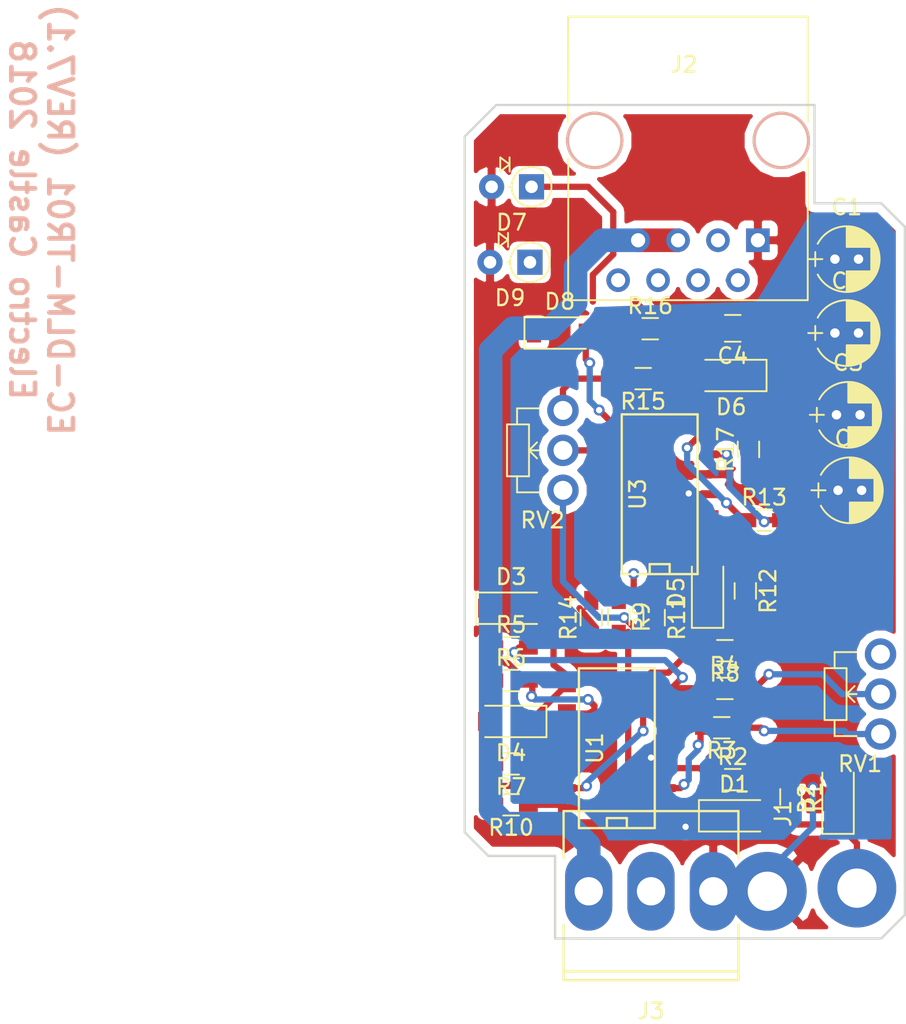
<source format=kicad_pcb>
(kicad_pcb (version 4) (host pcbnew 4.0.6)

  (general
    (links 79)
    (no_connects 24)
    (area 139.074999 69.024999 167.225001 122.175001)
    (thickness 1.6)
    (drawings 14)
    (tracks 202)
    (zones 0)
    (modules 38)
    (nets 30)
  )

  (page A4)
  (layers
    (0 F.Cu signal)
    (31 B.Cu signal)
    (32 B.Adhes user)
    (33 F.Adhes user)
    (34 B.Paste user)
    (35 F.Paste user)
    (36 B.SilkS user)
    (37 F.SilkS user)
    (38 B.Mask user)
    (39 F.Mask user)
    (40 Dwgs.User user hide)
    (41 Cmts.User user)
    (42 Eco1.User user)
    (43 Eco2.User user)
    (44 Edge.Cuts user)
    (45 Margin user)
    (46 B.CrtYd user)
    (47 F.CrtYd user)
    (48 B.Fab user)
    (49 F.Fab user)
  )

  (setup
    (last_trace_width 0.4)
    (trace_clearance 0.2)
    (zone_clearance 0.508)
    (zone_45_only no)
    (trace_min 0.2)
    (segment_width 0.2)
    (edge_width 0.15)
    (via_size 0.7)
    (via_drill 0.4)
    (via_min_size 0.4)
    (via_min_drill 0.3)
    (uvia_size 0.3)
    (uvia_drill 0.1)
    (uvias_allowed no)
    (uvia_min_size 0.2)
    (uvia_min_drill 0.1)
    (pcb_text_width 0.3)
    (pcb_text_size 1.5 1.5)
    (mod_edge_width 0.15)
    (mod_text_size 1 1)
    (mod_text_width 0.15)
    (pad_size 1.524 1.524)
    (pad_drill 0.762)
    (pad_to_mask_clearance 0.2)
    (aux_axis_origin 0 0)
    (visible_elements 7FFFFFFF)
    (pcbplotparams
      (layerselection 0x010f0_80000001)
      (usegerberextensions true)
      (excludeedgelayer true)
      (linewidth 0.100000)
      (plotframeref false)
      (viasonmask false)
      (mode 1)
      (useauxorigin false)
      (hpglpennumber 1)
      (hpglpenspeed 20)
      (hpglpendiameter 15)
      (hpglpenoverlay 2)
      (psnegative false)
      (psa4output false)
      (plotreference true)
      (plotvalue true)
      (plotinvisibletext false)
      (padsonsilk false)
      (subtractmaskfromsilk false)
      (outputformat 1)
      (mirror false)
      (drillshape 0)
      (scaleselection 1)
      (outputdirectory ./gerber))
  )

  (net 0 "")
  (net 1 GND)
  (net 2 ADCInput)
  (net 3 SchmidtTrigInput)
  (net 4 WSLED-Signal)
  (net 5 VCC-12)
  (net 6 VCC12)
  (net 7 "Net-(D3-Pad1)")
  (net 8 "Net-(D3-Pad2)")
  (net 9 "Net-(D6-Pad2)")
  (net 10 "Net-(D8-Pad2)")
  (net 11 VCC5)
  (net 12 "Net-(R2-Pad1)")
  (net 13 "Net-(R4-Pad2)")
  (net 14 "Net-(R11-Pad1)")
  (net 15 "Net-(R16-Pad1)")
  (net 16 "Net-(D1-Pad2)")
  (net 17 "Net-(D4-Pad2)")
  (net 18 "Net-(D5-Pad1)")
  (net 19 "Net-(D5-Pad2)")
  (net 20 "Net-(R3-Pad1)")
  (net 21 "Net-(R3-Pad2)")
  (net 22 "Net-(R4-Pad1)")
  (net 23 "Net-(R10-Pad2)")
  (net 24 "Net-(R10-Pad1)")
  (net 25 "Net-(R12-Pad1)")
  (net 26 "Net-(R14-Pad1)")
  (net 27 "Net-(R15-Pad2)")
  (net 28 "Net-(RV2-Pad2)")
  (net 29 "Net-(U3-Pad13)")

  (net_class Default "This is the default net class."
    (clearance 0.2)
    (trace_width 0.4)
    (via_dia 0.7)
    (via_drill 0.4)
    (uvia_dia 0.3)
    (uvia_drill 0.1)
    (add_net ADCInput)
    (add_net GND)
    (add_net "Net-(D1-Pad2)")
    (add_net "Net-(D3-Pad1)")
    (add_net "Net-(D3-Pad2)")
    (add_net "Net-(D4-Pad2)")
    (add_net "Net-(D5-Pad1)")
    (add_net "Net-(D5-Pad2)")
    (add_net "Net-(D6-Pad2)")
    (add_net "Net-(D8-Pad2)")
    (add_net "Net-(R10-Pad1)")
    (add_net "Net-(R10-Pad2)")
    (add_net "Net-(R11-Pad1)")
    (add_net "Net-(R12-Pad1)")
    (add_net "Net-(R14-Pad1)")
    (add_net "Net-(R15-Pad2)")
    (add_net "Net-(R16-Pad1)")
    (add_net "Net-(R2-Pad1)")
    (add_net "Net-(R3-Pad1)")
    (add_net "Net-(R3-Pad2)")
    (add_net "Net-(R4-Pad1)")
    (add_net "Net-(R4-Pad2)")
    (add_net "Net-(RV2-Pad2)")
    (add_net "Net-(U3-Pad13)")
    (add_net SchmidtTrigInput)
    (add_net VCC-12)
    (add_net VCC12)
    (add_net WSLED-Signal)
  )

  (net_class Big ""
    (clearance 0.2)
    (trace_width 1.5)
    (via_dia 1)
    (via_drill 0.4)
    (uvia_dia 0.3)
    (uvia_drill 0.1)
    (add_net VCC5)
  )

  (module Wire_Connections_Bridges:WireConnection_2.50mmDrill (layer F.Cu) (tedit 5BF41A76) (tstamp 5BF41492)
    (at 159.2 119 90)
    (descr "WireConnection with 2.5mm drill")
    (path /5BF4317A)
    (fp_text reference J1 (at 4.8514 0.2032 90) (layer F.SilkS)
      (effects (font (size 1 1) (thickness 0.15)))
    )
    (fp_text value input (at 5.08 3.81 90) (layer F.Fab)
      (effects (font (size 1 1) (thickness 0.15)))
    )
    (fp_line (start 14.0716 -3.7592) (end 13.8684 -3.6576) (layer Cmts.User) (width 0.381))
    (fp_line (start 13.8684 -3.6576) (end 13.6398 -3.6576) (layer Cmts.User) (width 0.381))
    (fp_line (start 13.6398 -3.6576) (end 13.4366 -3.7592) (layer Cmts.User) (width 0.381))
    (fp_line (start 13.4366 -3.7592) (end 13.3604 -4.1148) (layer Cmts.User) (width 0.381))
    (fp_line (start 13.3604 -4.1148) (end 13.3604 -4.572) (layer Cmts.User) (width 0.381))
    (fp_line (start 13.3604 -4.572) (end 13.462 -4.6482) (layer Cmts.User) (width 0.381))
    (fp_line (start 13.462 -4.6482) (end 13.7668 -4.7244) (layer Cmts.User) (width 0.381))
    (fp_line (start 13.7668 -4.7244) (end 13.9954 -4.6736) (layer Cmts.User) (width 0.381))
    (fp_line (start 13.9954 -4.6736) (end 14.0462 -4.318) (layer Cmts.User) (width 0.381))
    (fp_line (start 14.0462 -4.318) (end 13.4366 -4.191) (layer Cmts.User) (width 0.381))
    (fp_line (start 13.4366 -4.191) (end 13.4366 -4.2418) (layer Cmts.User) (width 0.381))
    (fp_line (start 12.7508 -3.7084) (end 12.4206 -3.7084) (layer Cmts.User) (width 0.381))
    (fp_line (start 12.4206 -3.7084) (end 12.2174 -3.7084) (layer Cmts.User) (width 0.381))
    (fp_line (start 12.2174 -3.7084) (end 12.0396 -3.8608) (layer Cmts.User) (width 0.381))
    (fp_line (start 12.0396 -3.8608) (end 12.0396 -4.2418) (layer Cmts.User) (width 0.381))
    (fp_line (start 12.0396 -4.2418) (end 12.1412 -4.572) (layer Cmts.User) (width 0.381))
    (fp_line (start 12.1412 -4.572) (end 12.2936 -4.6482) (layer Cmts.User) (width 0.381))
    (fp_line (start 12.2936 -4.6482) (end 12.573 -4.6482) (layer Cmts.User) (width 0.381))
    (fp_line (start 12.573 -4.6482) (end 12.7508 -4.572) (layer Cmts.User) (width 0.381))
    (fp_line (start 12.7508 -4.572) (end 12.7762 -4.2672) (layer Cmts.User) (width 0.381))
    (fp_line (start 12.7762 -4.2672) (end 12.1412 -4.2418) (layer Cmts.User) (width 0.381))
    (fp_line (start 11.2268 -4.5212) (end 11.6078 -4.6736) (layer Cmts.User) (width 0.381))
    (fp_line (start 11.6078 -4.6736) (end 11.6332 -4.6736) (layer Cmts.User) (width 0.381))
    (fp_line (start 11.2014 -4.7244) (end 11.2014 -3.6576) (layer Cmts.User) (width 0.381))
    (fp_line (start 9.9822 -4.6736) (end 10.668 -4.7244) (layer Cmts.User) (width 0.381))
    (fp_line (start 10.7188 -5.207) (end 10.541 -5.207) (layer Cmts.User) (width 0.381))
    (fp_line (start 10.541 -5.207) (end 10.3886 -5.08) (layer Cmts.User) (width 0.381))
    (fp_line (start 10.3886 -5.08) (end 10.3378 -3.7084) (layer Cmts.User) (width 0.381))
    (fp_line (start 8.4328 -4.5974) (end 8.3058 -4.6736) (layer Cmts.User) (width 0.381))
    (fp_line (start 8.3058 -4.6736) (end 8.0264 -4.6736) (layer Cmts.User) (width 0.381))
    (fp_line (start 8.0264 -4.6736) (end 7.874 -4.445) (layer Cmts.User) (width 0.381))
    (fp_line (start 7.874 -4.445) (end 7.8994 -4.2672) (layer Cmts.User) (width 0.381))
    (fp_line (start 7.8994 -4.2672) (end 8.1788 -4.191) (layer Cmts.User) (width 0.381))
    (fp_line (start 8.1788 -4.191) (end 8.4328 -4.1148) (layer Cmts.User) (width 0.381))
    (fp_line (start 8.4328 -4.1148) (end 8.4836 -3.8354) (layer Cmts.User) (width 0.381))
    (fp_line (start 8.4836 -3.8354) (end 8.2804 -3.6576) (layer Cmts.User) (width 0.381))
    (fp_line (start 8.2804 -3.6576) (end 7.8994 -3.7084) (layer Cmts.User) (width 0.381))
    (fp_line (start 7.1628 -3.6576) (end 6.8072 -3.7592) (layer Cmts.User) (width 0.381))
    (fp_line (start 6.8072 -3.7592) (end 6.604 -3.8354) (layer Cmts.User) (width 0.381))
    (fp_line (start 6.604 -3.8354) (end 6.477 -4.1656) (layer Cmts.User) (width 0.381))
    (fp_line (start 6.477 -4.1656) (end 6.477 -4.4704) (layer Cmts.User) (width 0.381))
    (fp_line (start 6.477 -4.4704) (end 6.6802 -4.6736) (layer Cmts.User) (width 0.381))
    (fp_line (start 6.6802 -4.6736) (end 7.0104 -4.7244) (layer Cmts.User) (width 0.381))
    (fp_line (start 7.2136 -5.207) (end 7.2136 -3.6576) (layer Cmts.User) (width 0.381))
    (fp_line (start 5.715 -3.6576) (end 5.2578 -3.7084) (layer Cmts.User) (width 0.381))
    (fp_line (start 5.2578 -3.7084) (end 5.1054 -3.9116) (layer Cmts.User) (width 0.381))
    (fp_line (start 5.1054 -3.9116) (end 5.1308 -4.191) (layer Cmts.User) (width 0.381))
    (fp_line (start 5.1308 -4.191) (end 5.842 -4.2418) (layer Cmts.User) (width 0.381))
    (fp_line (start 5.1054 -4.572) (end 5.3848 -4.7244) (layer Cmts.User) (width 0.381))
    (fp_line (start 5.3848 -4.7244) (end 5.6388 -4.6482) (layer Cmts.User) (width 0.381))
    (fp_line (start 5.6388 -4.6482) (end 5.7912 -4.4704) (layer Cmts.User) (width 0.381))
    (fp_line (start 5.7912 -4.4704) (end 5.842 -3.6322) (layer Cmts.User) (width 0.381))
    (fp_line (start 3.6068 -3.6576) (end 3.6322 -5.2578) (layer Cmts.User) (width 0.381))
    (fp_line (start 3.6322 -5.2578) (end 4.0894 -5.2578) (layer Cmts.User) (width 0.381))
    (fp_line (start 4.0894 -5.2578) (end 4.3688 -5.1308) (layer Cmts.User) (width 0.381))
    (fp_line (start 4.3688 -5.1308) (end 4.4958 -4.8768) (layer Cmts.User) (width 0.381))
    (fp_line (start 4.4958 -4.8768) (end 4.4958 -4.5974) (layer Cmts.User) (width 0.381))
    (fp_line (start 4.4958 -4.5974) (end 4.3688 -4.3942) (layer Cmts.User) (width 0.381))
    (fp_line (start 4.3688 -4.3942) (end 4.0894 -4.445) (layer Cmts.User) (width 0.381))
    (fp_line (start 4.0894 -4.445) (end 3.6322 -4.445) (layer Cmts.User) (width 0.381))
    (fp_line (start 1.778 -3.7592) (end 1.524 -3.6576) (layer Cmts.User) (width 0.381))
    (fp_line (start 1.524 -3.6576) (end 1.27 -3.7592) (layer Cmts.User) (width 0.381))
    (fp_line (start 1.27 -3.7592) (end 1.1176 -3.9116) (layer Cmts.User) (width 0.381))
    (fp_line (start 1.1176 -3.9116) (end 1.0414 -4.318) (layer Cmts.User) (width 0.381))
    (fp_line (start 1.0414 -4.318) (end 1.1684 -4.572) (layer Cmts.User) (width 0.381))
    (fp_line (start 1.1684 -4.572) (end 1.3716 -4.6736) (layer Cmts.User) (width 0.381))
    (fp_line (start 1.3716 -4.6736) (end 1.651 -4.6482) (layer Cmts.User) (width 0.381))
    (fp_line (start 1.651 -4.6482) (end 1.8034 -4.5212) (layer Cmts.User) (width 0.381))
    (fp_line (start 1.8034 -4.5212) (end 1.8034 -4.318) (layer Cmts.User) (width 0.381))
    (fp_line (start 1.8034 -4.318) (end 1.1684 -4.2418) (layer Cmts.User) (width 0.381))
    (fp_line (start -0.1524 -4.7244) (end 0.3048 -3.6576) (layer Cmts.User) (width 0.381))
    (fp_line (start 0.3048 -3.6576) (end 0.5842 -4.6736) (layer Cmts.User) (width 0.381))
    (fp_line (start 0.5842 -4.6736) (end 0.5588 -4.6736) (layer Cmts.User) (width 0.381))
    (fp_line (start -1.4732 -4.3942) (end -1.4732 -3.9116) (layer Cmts.User) (width 0.381))
    (fp_line (start -1.4732 -3.9116) (end -1.27 -3.7084) (layer Cmts.User) (width 0.381))
    (fp_line (start -1.27 -3.7084) (end -1.0414 -3.6576) (layer Cmts.User) (width 0.381))
    (fp_line (start -1.0414 -3.6576) (end -0.762 -3.7846) (layer Cmts.User) (width 0.381))
    (fp_line (start -0.762 -3.7846) (end -0.6604 -3.9878) (layer Cmts.User) (width 0.381))
    (fp_line (start -0.6604 -3.9878) (end -0.6604 -4.445) (layer Cmts.User) (width 0.381))
    (fp_line (start -0.6604 -4.445) (end -0.8382 -4.6482) (layer Cmts.User) (width 0.381))
    (fp_line (start -0.8382 -4.6482) (end -1.1176 -4.7244) (layer Cmts.User) (width 0.381))
    (fp_line (start -1.1176 -4.7244) (end -1.4478 -4.4704) (layer Cmts.User) (width 0.381))
    (fp_line (start -3.0988 -3.6322) (end -3.0988 -5.2578) (layer Cmts.User) (width 0.381))
    (fp_line (start -3.0988 -5.2578) (end -2.6162 -4.1148) (layer Cmts.User) (width 0.381))
    (fp_line (start -2.6162 -4.1148) (end -2.1336 -5.1816) (layer Cmts.User) (width 0.381))
    (fp_line (start -2.1336 -5.1816) (end -2.1336 -3.6322) (layer Cmts.User) (width 0.381))
    (pad 1 thru_hole circle (at -0.1 -0.8 90) (size 5.00126 5.00126) (drill 2.49936) (layers *.Cu *.Mask)
      (net 1 GND))
    (pad 2 thru_hole circle (at 0.1 4.9 90) (size 5.00126 5.00126) (drill 2.49936) (layers *.Cu *.Mask)
      (net 16 "Net-(D1-Pad2)"))
  )

  (module Connectors:RJ45_8 (layer F.Cu) (tedit 0) (tstamp 5BF414A0)
    (at 157.8 77.7 180)
    (tags RJ45)
    (path /59BFF260)
    (fp_text reference J2 (at 4.7 11.18 180) (layer F.SilkS)
      (effects (font (size 1 1) (thickness 0.15)))
    )
    (fp_text value RJ45 (at 4.59 6.25 180) (layer F.Fab)
      (effects (font (size 1 1) (thickness 0.15)))
    )
    (fp_line (start -3.17 14.22) (end 12.07 14.22) (layer F.SilkS) (width 0.12))
    (fp_line (start 12.07 -3.81) (end 12.06 5.18) (layer F.SilkS) (width 0.12))
    (fp_line (start 12.07 -3.81) (end -3.17 -3.81) (layer F.SilkS) (width 0.12))
    (fp_line (start -3.17 -3.81) (end -3.17 5.19) (layer F.SilkS) (width 0.12))
    (fp_line (start 12.06 7.52) (end 12.07 14.22) (layer F.SilkS) (width 0.12))
    (fp_line (start -3.17 7.51) (end -3.17 14.22) (layer F.SilkS) (width 0.12))
    (fp_line (start -3.56 -4.06) (end 12.46 -4.06) (layer F.CrtYd) (width 0.05))
    (fp_line (start -3.56 -4.06) (end -3.56 14.47) (layer F.CrtYd) (width 0.05))
    (fp_line (start 12.46 14.47) (end 12.46 -4.06) (layer F.CrtYd) (width 0.05))
    (fp_line (start 12.46 14.47) (end -3.56 14.47) (layer F.CrtYd) (width 0.05))
    (pad Hole np_thru_hole circle (at 10.38 6.35 180) (size 3.65 3.65) (drill 3.25) (layers *.Cu *.SilkS *.Mask))
    (pad Hole np_thru_hole circle (at -1.49 6.35 180) (size 3.65 3.65) (drill 3.25) (layers *.Cu *.SilkS *.Mask))
    (pad 1 thru_hole rect (at 0 0 180) (size 1.5 1.5) (drill 0.9) (layers *.Cu *.Mask)
      (net 1 GND))
    (pad 2 thru_hole circle (at 1.27 -2.54 180) (size 1.5 1.5) (drill 0.9) (layers *.Cu *.Mask)
      (net 3 SchmidtTrigInput))
    (pad 3 thru_hole circle (at 2.54 0 180) (size 1.5 1.5) (drill 0.9) (layers *.Cu *.Mask)
      (net 5 VCC-12))
    (pad 4 thru_hole circle (at 3.81 -2.54 180) (size 1.5 1.5) (drill 0.9) (layers *.Cu *.Mask)
      (net 2 ADCInput))
    (pad 5 thru_hole circle (at 5.08 0 180) (size 1.5 1.5) (drill 0.9) (layers *.Cu *.Mask)
      (net 11 VCC5))
    (pad 6 thru_hole circle (at 6.35 -2.54 180) (size 1.5 1.5) (drill 0.9) (layers *.Cu *.Mask)
      (net 6 VCC12))
    (pad 7 thru_hole circle (at 7.62 0 180) (size 1.5 1.5) (drill 0.9) (layers *.Cu *.Mask)
      (net 11 VCC5))
    (pad 8 thru_hole circle (at 8.89 -2.54 180) (size 1.5 1.5) (drill 0.9) (layers *.Cu *.Mask)
      (net 4 WSLED-Signal))
    (model ${KISYS3DMOD}/Connectors.3dshapes/RJ45_8.wrl
      (at (xyz 0.18 -0.25 0))
      (scale (xyz 0.4 0.4 0.4))
      (rotate (xyz 0 0 0))
    )
  )

  (module Sockets_MOLEX_KK-System:Socket_MOLEX-KK-RM3-96mm_Lock_3pin_straight (layer F.Cu) (tedit 0) (tstamp 5BF414A7)
    (at 151 119.1 180)
    (descr "Socket, MOLEX, KK, RM 3.96mm, Lock, 3pin, straight,")
    (tags "Socket, MOLEX, KK, RM 3.96mm, Lock, 3pin, straight,")
    (path /59BFF516)
    (fp_text reference J3 (at 0 -7.62 180) (layer F.SilkS)
      (effects (font (size 1 1) (thickness 0.15)))
    )
    (fp_text value "LED Connector" (at 0 7.62 180) (layer F.Fab)
      (effects (font (size 1 1) (thickness 0.15)))
    )
    (fp_line (start -5.56006 -5.64896) (end -5.56006 -5.10032) (layer F.SilkS) (width 0.15))
    (fp_line (start 5.56006 -5.10032) (end 5.56006 -5.64896) (layer F.SilkS) (width 0.15))
    (fp_line (start 5.56006 -5.64896) (end -5.56006 -5.64896) (layer F.SilkS) (width 0.15))
    (fp_line (start -5.56006 2.13106) (end -5.56006 5.10032) (layer F.SilkS) (width 0.15))
    (fp_line (start -5.56006 5.10032) (end 0 5.10032) (layer F.SilkS) (width 0.15))
    (fp_line (start 5.56006 -2.13106) (end 5.56006 -5.10032) (layer F.SilkS) (width 0.15))
    (fp_line (start 5.56006 -5.10032) (end -5.56006 -5.10032) (layer F.SilkS) (width 0.15))
    (fp_line (start -5.56006 -5.10032) (end -5.56006 -2.13106) (layer F.SilkS) (width 0.15))
    (fp_line (start 0 5.10032) (end 5.56006 5.10032) (layer F.SilkS) (width 0.15))
    (fp_line (start 5.56006 5.10032) (end 5.56006 2.13106) (layer F.SilkS) (width 0.15))
    (pad 1 thru_hole oval (at -3.95986 0 180) (size 2.99974 5.00126) (drill 1.80086) (layers *.Cu *.Mask)
      (net 1 GND))
    (pad 2 thru_hole oval (at 0 0 180) (size 2.99974 5.00126) (drill 1.80086) (layers *.Cu *.Mask)
      (net 4 WSLED-Signal))
    (pad 3 thru_hole oval (at 3.95986 0 180) (size 2.99974 5.00126) (drill 1.80086) (layers *.Cu *.Mask)
      (net 11 VCC5))
  )

  (module Potentiometers:Potentiometer_WirePads_Small (layer F.Cu) (tedit 58822A20) (tstamp 5BF414BA)
    (at 145.4 93.6 180)
    (descr "Potentiometer, Wire Pads only, small, RevA, 02 Aug 2010,")
    (tags "Potentiometer Wire Pads only small RevA 02 Aug 2010 ")
    (path /5BF40F75)
    (fp_text reference RV2 (at 1.3 -1.9 180) (layer F.SilkS)
      (effects (font (size 1 1) (thickness 0.15)))
    )
    (fp_text value 5k (at 1.35 7.15 180) (layer F.Fab)
      (effects (font (size 1 1) (thickness 0.15)))
    )
    (fp_line (start 2.92 4.19) (end 2.92 5.21) (layer F.SilkS) (width 0.12))
    (fp_line (start 2.92 5.21) (end 1.52 5.21) (layer F.SilkS) (width 0.12))
    (fp_line (start 2.92 0.89) (end 2.92 -0.13) (layer F.SilkS) (width 0.12))
    (fp_line (start 2.92 -0.13) (end 1.52 -0.13) (layer F.SilkS) (width 0.12))
    (fp_line (start 2.16 2.54) (end 1.52 2.54) (layer F.SilkS) (width 0.12))
    (fp_line (start 2.16 2.54) (end 1.65 3.05) (layer F.SilkS) (width 0.12))
    (fp_line (start 2.16 2.54) (end 1.65 2.03) (layer F.SilkS) (width 0.12))
    (fp_line (start 2.16 0.89) (end 3.56 0.89) (layer F.SilkS) (width 0.12))
    (fp_line (start 3.56 0.89) (end 3.56 4.19) (layer F.SilkS) (width 0.12))
    (fp_line (start 3.56 4.19) (end 2.16 4.19) (layer F.SilkS) (width 0.12))
    (fp_line (start 2.16 4.19) (end 2.16 0.89) (layer F.SilkS) (width 0.12))
    (fp_line (start -1.25 -1.25) (end 3.81 -1.25) (layer F.CrtYd) (width 0.05))
    (fp_line (start -1.25 -1.25) (end -1.25 6.33) (layer F.CrtYd) (width 0.05))
    (fp_line (start 3.81 6.33) (end 3.81 -1.25) (layer F.CrtYd) (width 0.05))
    (fp_line (start 3.81 6.33) (end -1.25 6.33) (layer F.CrtYd) (width 0.05))
    (pad 2 thru_hole circle (at 0 2.54 180) (size 2 2) (drill 1.2) (layers *.Cu *.Mask)
      (net 28 "Net-(RV2-Pad2)"))
    (pad 3 thru_hole circle (at 0 5.08 180) (size 2 2) (drill 1.2) (layers *.Cu *.Mask)
      (net 27 "Net-(R15-Pad2)"))
    (pad 1 thru_hole circle (at 0 0 180) (size 2 2) (drill 1.2) (layers *.Cu *.Mask)
      (net 26 "Net-(R14-Pad1)"))
  )

  (module SMD_Packages:SOIC-14_N (layer F.Cu) (tedit 0) (tstamp 5BF414CC)
    (at 148.7 110 90)
    (descr "Module CMS SOJ 14 pins Large")
    (tags "CMS SOJ")
    (path /5BEAA9C2)
    (attr smd)
    (fp_text reference U1 (at 0 -1.27 90) (layer F.SilkS)
      (effects (font (size 1 1) (thickness 0.15)))
    )
    (fp_text value TL084 (at 0 1.27 90) (layer F.Fab)
      (effects (font (size 1 1) (thickness 0.15)))
    )
    (fp_line (start 5.08 -2.286) (end 5.08 2.54) (layer F.SilkS) (width 0.15))
    (fp_line (start 5.08 2.54) (end -5.08 2.54) (layer F.SilkS) (width 0.15))
    (fp_line (start -5.08 2.54) (end -5.08 -2.286) (layer F.SilkS) (width 0.15))
    (fp_line (start -5.08 -2.286) (end 5.08 -2.286) (layer F.SilkS) (width 0.15))
    (fp_line (start -5.08 -0.508) (end -4.445 -0.508) (layer F.SilkS) (width 0.15))
    (fp_line (start -4.445 -0.508) (end -4.445 0.762) (layer F.SilkS) (width 0.15))
    (fp_line (start -4.445 0.762) (end -5.08 0.762) (layer F.SilkS) (width 0.15))
    (pad 1 smd rect (at -3.81 3.302 90) (size 0.508 1.143) (layers F.Cu F.Paste F.Mask)
      (net 21 "Net-(R3-Pad2)"))
    (pad 2 smd rect (at -2.54 3.302 90) (size 0.508 1.143) (layers F.Cu F.Paste F.Mask)
      (net 21 "Net-(R3-Pad2)"))
    (pad 3 smd rect (at -1.27 3.302 90) (size 0.508 1.143) (layers F.Cu F.Paste F.Mask)
      (net 12 "Net-(R2-Pad1)"))
    (pad 4 smd rect (at 0 3.302 90) (size 0.508 1.143) (layers F.Cu F.Paste F.Mask)
      (net 6 VCC12))
    (pad 5 smd rect (at 1.27 3.302 90) (size 0.508 1.143) (layers F.Cu F.Paste F.Mask)
      (net 1 GND))
    (pad 6 smd rect (at 2.54 3.302 90) (size 0.508 1.143) (layers F.Cu F.Paste F.Mask)
      (net 20 "Net-(R3-Pad1)"))
    (pad 7 smd rect (at 3.81 3.302 90) (size 0.508 1.143) (layers F.Cu F.Paste F.Mask)
      (net 22 "Net-(R4-Pad1)"))
    (pad 8 smd rect (at 3.81 -3.048 90) (size 0.508 1.143) (layers F.Cu F.Paste F.Mask)
      (net 8 "Net-(D3-Pad2)"))
    (pad 9 smd rect (at 2.54 -3.048 90) (size 0.508 1.143) (layers F.Cu F.Paste F.Mask)
      (net 7 "Net-(D3-Pad1)"))
    (pad 11 smd rect (at 0 -3.048 90) (size 0.508 1.143) (layers F.Cu F.Paste F.Mask)
      (net 5 VCC-12))
    (pad 12 smd rect (at -1.27 -3.048 90) (size 0.508 1.143) (layers F.Cu F.Paste F.Mask)
      (net 1 GND))
    (pad 13 smd rect (at -2.54 -3.048 90) (size 0.508 1.143) (layers F.Cu F.Paste F.Mask)
      (net 23 "Net-(R10-Pad2)"))
    (pad 14 smd rect (at -3.81 -3.048 90) (size 0.508 1.143) (layers F.Cu F.Paste F.Mask)
      (net 24 "Net-(R10-Pad1)"))
    (pad 10 smd rect (at 1.27 -3.048 90) (size 0.508 1.143) (layers F.Cu F.Paste F.Mask)
      (net 1 GND))
    (model SMD_Packages.3dshapes/SOIC-14_N.wrl
      (at (xyz 0 0 0))
      (scale (xyz 0.5 0.4 0.5))
      (rotate (xyz 0 0 0))
    )
  )

  (module Capacitors_SMD:C_0805_HandSoldering (layer F.Cu) (tedit 58AA84A8) (tstamp 5BF415A6)
    (at 156.2 83.3 180)
    (descr "Capacitor SMD 0805, hand soldering")
    (tags "capacitor 0805")
    (path /5BF151A1)
    (attr smd)
    (fp_text reference C4 (at 0 -1.75 180) (layer F.SilkS)
      (effects (font (size 1 1) (thickness 0.15)))
    )
    (fp_text value 104 (at 0 1.75 180) (layer F.Fab)
      (effects (font (size 1 1) (thickness 0.15)))
    )
    (fp_text user %R (at 0 -1.75 180) (layer F.Fab)
      (effects (font (size 1 1) (thickness 0.15)))
    )
    (fp_line (start -1 0.62) (end -1 -0.62) (layer F.Fab) (width 0.1))
    (fp_line (start 1 0.62) (end -1 0.62) (layer F.Fab) (width 0.1))
    (fp_line (start 1 -0.62) (end 1 0.62) (layer F.Fab) (width 0.1))
    (fp_line (start -1 -0.62) (end 1 -0.62) (layer F.Fab) (width 0.1))
    (fp_line (start 0.5 -0.85) (end -0.5 -0.85) (layer F.SilkS) (width 0.12))
    (fp_line (start -0.5 0.85) (end 0.5 0.85) (layer F.SilkS) (width 0.12))
    (fp_line (start -2.25 -0.88) (end 2.25 -0.88) (layer F.CrtYd) (width 0.05))
    (fp_line (start -2.25 -0.88) (end -2.25 0.87) (layer F.CrtYd) (width 0.05))
    (fp_line (start 2.25 0.87) (end 2.25 -0.88) (layer F.CrtYd) (width 0.05))
    (fp_line (start 2.25 0.87) (end -2.25 0.87) (layer F.CrtYd) (width 0.05))
    (pad 1 smd rect (at -1.25 0 180) (size 1.5 1.25) (layers F.Cu F.Paste F.Mask)
      (net 1 GND))
    (pad 2 smd rect (at 1.25 0 180) (size 1.5 1.25) (layers F.Cu F.Paste F.Mask)
      (net 2 ADCInput))
    (model Capacitors_SMD.3dshapes/C_0805.wrl
      (at (xyz 0 0 0))
      (scale (xyz 1 1 1))
      (rotate (xyz 0 0 0))
    )
  )

  (module Diodes_THT:D_DO-35_SOD27_P2.54mm_Vertical_AnodeUp (layer F.Cu) (tedit 5921392E) (tstamp 5BF415CA)
    (at 143.4 74.3 180)
    (descr "D, DO-35_SOD27 series, Axial, Vertical, pin pitch=2.54mm, , length*diameter=4*2mm^2, , http://www.diodes.com/_files/packages/DO-35.pdf")
    (tags "D DO-35_SOD27 series Axial Vertical pin pitch 2.54mm  length 4mm diameter 2mm")
    (path /5BF296A2)
    (fp_text reference D7 (at 1.27 -2.266371 180) (layer F.SilkS)
      (effects (font (size 1 1) (thickness 0.15)))
    )
    (fp_text value BZX79C3V3 (at 1.27 3.155371 180) (layer F.Fab)
      (effects (font (size 1 1) (thickness 0.15)))
    )
    (fp_text user K (at -1.966371 0 180) (layer F.Fab)
      (effects (font (size 1 1) (thickness 0.15)))
    )
    (fp_text user %R (at 1.27 0 180) (layer F.Fab)
      (effects (font (size 1 1) (thickness 0.15)))
    )
    (fp_line (start 0 0) (end 2.54 0) (layer F.Fab) (width 0.1))
    (fp_line (start 1.266371 0) (end 1.44 0) (layer F.SilkS) (width 0.12))
    (fp_line (start 1.397 0.98) (end 1.397 1.869) (layer F.SilkS) (width 0.12))
    (fp_line (start 1.397 1.4245) (end 1.989667 0.98) (layer F.SilkS) (width 0.12))
    (fp_line (start 1.989667 0.98) (end 1.989667 1.869) (layer F.SilkS) (width 0.12))
    (fp_line (start 1.989667 1.869) (end 1.397 1.4245) (layer F.SilkS) (width 0.12))
    (fp_line (start -1.35 -1.55) (end -1.35 1.55) (layer F.CrtYd) (width 0.05))
    (fp_line (start -1.35 1.55) (end 3.65 1.55) (layer F.CrtYd) (width 0.05))
    (fp_line (start 3.65 1.55) (end 3.65 -1.55) (layer F.CrtYd) (width 0.05))
    (fp_line (start 3.65 -1.55) (end -1.35 -1.55) (layer F.CrtYd) (width 0.05))
    (fp_circle (center 0 0) (end 1 0) (layer F.Fab) (width 0.1))
    (fp_circle (center 0 0) (end 1.266371 0) (layer F.SilkS) (width 0.12))
    (pad 1 thru_hole rect (at 0 0 180) (size 1.6 1.6) (drill 0.8) (layers *.Cu *.Mask)
      (net 2 ADCInput))
    (pad 2 thru_hole oval (at 2.54 0 180) (size 1.6 1.6) (drill 0.8) (layers *.Cu *.Mask)
      (net 1 GND))
    (model ${KISYS3DMOD}/Diodes_THT.3dshapes/D_DO-35_SOD27_P2.54mm_Vertical_AnodeUp.wrl
      (at (xyz 0 0 0))
      (scale (xyz 0.393701 0.393701 0.393701))
      (rotate (xyz 0 0 0))
    )
  )

  (module Diodes_THT:D_DO-35_SOD27_P2.54mm_Vertical_AnodeUp (layer F.Cu) (tedit 5921392E) (tstamp 5BF415D6)
    (at 143.3 79.1 180)
    (descr "D, DO-35_SOD27 series, Axial, Vertical, pin pitch=2.54mm, , length*diameter=4*2mm^2, , http://www.diodes.com/_files/packages/DO-35.pdf")
    (tags "D DO-35_SOD27 series Axial Vertical pin pitch 2.54mm  length 4mm diameter 2mm")
    (path /5BF28202)
    (fp_text reference D9 (at 1.27 -2.266371 180) (layer F.SilkS)
      (effects (font (size 1 1) (thickness 0.15)))
    )
    (fp_text value BZX79C3V3 (at 1.27 3.155371 180) (layer F.Fab)
      (effects (font (size 1 1) (thickness 0.15)))
    )
    (fp_text user K (at -1.966371 0 180) (layer F.Fab)
      (effects (font (size 1 1) (thickness 0.15)))
    )
    (fp_text user %R (at 1.27 0 180) (layer F.Fab)
      (effects (font (size 1 1) (thickness 0.15)))
    )
    (fp_line (start 0 0) (end 2.54 0) (layer F.Fab) (width 0.1))
    (fp_line (start 1.266371 0) (end 1.44 0) (layer F.SilkS) (width 0.12))
    (fp_line (start 1.397 0.98) (end 1.397 1.869) (layer F.SilkS) (width 0.12))
    (fp_line (start 1.397 1.4245) (end 1.989667 0.98) (layer F.SilkS) (width 0.12))
    (fp_line (start 1.989667 0.98) (end 1.989667 1.869) (layer F.SilkS) (width 0.12))
    (fp_line (start 1.989667 1.869) (end 1.397 1.4245) (layer F.SilkS) (width 0.12))
    (fp_line (start -1.35 -1.55) (end -1.35 1.55) (layer F.CrtYd) (width 0.05))
    (fp_line (start -1.35 1.55) (end 3.65 1.55) (layer F.CrtYd) (width 0.05))
    (fp_line (start 3.65 1.55) (end 3.65 -1.55) (layer F.CrtYd) (width 0.05))
    (fp_line (start 3.65 -1.55) (end -1.35 -1.55) (layer F.CrtYd) (width 0.05))
    (fp_circle (center 0 0) (end 1 0) (layer F.Fab) (width 0.1))
    (fp_circle (center 0 0) (end 1.266371 0) (layer F.SilkS) (width 0.12))
    (pad 1 thru_hole rect (at 0 0 180) (size 1.6 1.6) (drill 0.8) (layers *.Cu *.Mask)
      (net 3 SchmidtTrigInput))
    (pad 2 thru_hole oval (at 2.54 0 180) (size 1.6 1.6) (drill 0.8) (layers *.Cu *.Mask)
      (net 1 GND))
    (model ${KISYS3DMOD}/Diodes_THT.3dshapes/D_DO-35_SOD27_P2.54mm_Vertical_AnodeUp.wrl
      (at (xyz 0 0 0))
      (scale (xyz 0.393701 0.393701 0.393701))
      (rotate (xyz 0 0 0))
    )
  )

  (module Potentiometers:Potentiometer_WirePads_Small (layer F.Cu) (tedit 58822A20) (tstamp 5BF41637)
    (at 165.6 109.1 180)
    (descr "Potentiometer, Wire Pads only, small, RevA, 02 Aug 2010,")
    (tags "Potentiometer Wire Pads only small RevA 02 Aug 2010 ")
    (path /5BF2ACA9)
    (fp_text reference RV1 (at 1.3 -1.9 180) (layer F.SilkS)
      (effects (font (size 1 1) (thickness 0.15)))
    )
    (fp_text value 10k (at 1.35 7.15 180) (layer F.Fab)
      (effects (font (size 1 1) (thickness 0.15)))
    )
    (fp_line (start 2.92 4.19) (end 2.92 5.21) (layer F.SilkS) (width 0.12))
    (fp_line (start 2.92 5.21) (end 1.52 5.21) (layer F.SilkS) (width 0.12))
    (fp_line (start 2.92 0.89) (end 2.92 -0.13) (layer F.SilkS) (width 0.12))
    (fp_line (start 2.92 -0.13) (end 1.52 -0.13) (layer F.SilkS) (width 0.12))
    (fp_line (start 2.16 2.54) (end 1.52 2.54) (layer F.SilkS) (width 0.12))
    (fp_line (start 2.16 2.54) (end 1.65 3.05) (layer F.SilkS) (width 0.12))
    (fp_line (start 2.16 2.54) (end 1.65 2.03) (layer F.SilkS) (width 0.12))
    (fp_line (start 2.16 0.89) (end 3.56 0.89) (layer F.SilkS) (width 0.12))
    (fp_line (start 3.56 0.89) (end 3.56 4.19) (layer F.SilkS) (width 0.12))
    (fp_line (start 3.56 4.19) (end 2.16 4.19) (layer F.SilkS) (width 0.12))
    (fp_line (start 2.16 4.19) (end 2.16 0.89) (layer F.SilkS) (width 0.12))
    (fp_line (start -1.25 -1.25) (end 3.81 -1.25) (layer F.CrtYd) (width 0.05))
    (fp_line (start -1.25 -1.25) (end -1.25 6.33) (layer F.CrtYd) (width 0.05))
    (fp_line (start 3.81 6.33) (end 3.81 -1.25) (layer F.CrtYd) (width 0.05))
    (fp_line (start 3.81 6.33) (end -1.25 6.33) (layer F.CrtYd) (width 0.05))
    (pad 2 thru_hole circle (at 0 2.54 180) (size 2 2) (drill 1.2) (layers *.Cu *.Mask)
      (net 13 "Net-(R4-Pad2)"))
    (pad 3 thru_hole circle (at 0 5.08 180) (size 2 2) (drill 1.2) (layers *.Cu *.Mask))
    (pad 1 thru_hole circle (at 0 0 180) (size 2 2) (drill 1.2) (layers *.Cu *.Mask)
      (net 20 "Net-(R3-Pad1)"))
  )

  (module SMD_Packages:SOIC-14_N (layer F.Cu) (tedit 0) (tstamp 5BF41649)
    (at 151.425 93.85 90)
    (descr "Module CMS SOJ 14 pins Large")
    (tags "CMS SOJ")
    (path /5BEAAEA3)
    (attr smd)
    (fp_text reference U3 (at 0 -1.27 90) (layer F.SilkS)
      (effects (font (size 1 1) (thickness 0.15)))
    )
    (fp_text value TL084 (at 0 1.27 90) (layer F.Fab)
      (effects (font (size 1 1) (thickness 0.15)))
    )
    (fp_line (start 5.08 -2.286) (end 5.08 2.54) (layer F.SilkS) (width 0.15))
    (fp_line (start 5.08 2.54) (end -5.08 2.54) (layer F.SilkS) (width 0.15))
    (fp_line (start -5.08 2.54) (end -5.08 -2.286) (layer F.SilkS) (width 0.15))
    (fp_line (start -5.08 -2.286) (end 5.08 -2.286) (layer F.SilkS) (width 0.15))
    (fp_line (start -5.08 -0.508) (end -4.445 -0.508) (layer F.SilkS) (width 0.15))
    (fp_line (start -4.445 -0.508) (end -4.445 0.762) (layer F.SilkS) (width 0.15))
    (fp_line (start -4.445 0.762) (end -5.08 0.762) (layer F.SilkS) (width 0.15))
    (pad 1 smd rect (at -3.81 3.302 90) (size 0.508 1.143) (layers F.Cu F.Paste F.Mask)
      (net 14 "Net-(R11-Pad1)"))
    (pad 2 smd rect (at -2.54 3.302 90) (size 0.508 1.143) (layers F.Cu F.Paste F.Mask)
      (net 19 "Net-(D5-Pad2)"))
    (pad 3 smd rect (at -1.27 3.302 90) (size 0.508 1.143) (layers F.Cu F.Paste F.Mask)
      (net 1 GND))
    (pad 4 smd rect (at 0 3.302 90) (size 0.508 1.143) (layers F.Cu F.Paste F.Mask)
      (net 6 VCC12))
    (pad 5 smd rect (at 1.27 3.302 90) (size 0.508 1.143) (layers F.Cu F.Paste F.Mask)
      (net 1 GND))
    (pad 6 smd rect (at 2.54 3.302 90) (size 0.508 1.143) (layers F.Cu F.Paste F.Mask)
      (net 25 "Net-(R12-Pad1)"))
    (pad 7 smd rect (at 3.81 3.302 90) (size 0.508 1.143) (layers F.Cu F.Paste F.Mask)
      (net 9 "Net-(D6-Pad2)"))
    (pad 8 smd rect (at 3.81 -3.048 90) (size 0.508 1.143) (layers F.Cu F.Paste F.Mask)
      (net 10 "Net-(D8-Pad2)"))
    (pad 9 smd rect (at 2.54 -3.048 90) (size 0.508 1.143) (layers F.Cu F.Paste F.Mask)
      (net 28 "Net-(RV2-Pad2)"))
    (pad 11 smd rect (at 0 -3.048 90) (size 0.508 1.143) (layers F.Cu F.Paste F.Mask)
      (net 5 VCC-12))
    (pad 12 smd rect (at -1.27 -3.048 90) (size 0.508 1.143) (layers F.Cu F.Paste F.Mask)
      (net 1 GND))
    (pad 13 smd rect (at -2.54 -3.048 90) (size 0.508 1.143) (layers F.Cu F.Paste F.Mask)
      (net 29 "Net-(U3-Pad13)"))
    (pad 14 smd rect (at -3.81 -3.048 90) (size 0.508 1.143) (layers F.Cu F.Paste F.Mask)
      (net 29 "Net-(U3-Pad13)"))
    (pad 10 smd rect (at 1.27 -3.048 90) (size 0.508 1.143) (layers F.Cu F.Paste F.Mask)
      (net 15 "Net-(R16-Pad1)"))
    (model SMD_Packages.3dshapes/SOIC-14_N.wrl
      (at (xyz 0 0 0))
      (scale (xyz 0.5 0.4 0.5))
      (rotate (xyz 0 0 0))
    )
  )

  (module Diodes_SMD:D_SOD-123 (layer F.Cu) (tedit 58645DC7) (tstamp 5BF43DDC)
    (at 156.3 114.3)
    (descr SOD-123)
    (tags SOD-123)
    (path /5BEAB481)
    (attr smd)
    (fp_text reference D1 (at 0 -2) (layer F.SilkS)
      (effects (font (size 1 1) (thickness 0.15)))
    )
    (fp_text value 1N4148 (at 0 2.1) (layer F.Fab)
      (effects (font (size 1 1) (thickness 0.15)))
    )
    (fp_text user %R (at 0 -2) (layer F.Fab)
      (effects (font (size 1 1) (thickness 0.15)))
    )
    (fp_line (start -2.25 -1) (end -2.25 1) (layer F.SilkS) (width 0.12))
    (fp_line (start 0.25 0) (end 0.75 0) (layer F.Fab) (width 0.1))
    (fp_line (start 0.25 0.4) (end -0.35 0) (layer F.Fab) (width 0.1))
    (fp_line (start 0.25 -0.4) (end 0.25 0.4) (layer F.Fab) (width 0.1))
    (fp_line (start -0.35 0) (end 0.25 -0.4) (layer F.Fab) (width 0.1))
    (fp_line (start -0.35 0) (end -0.35 0.55) (layer F.Fab) (width 0.1))
    (fp_line (start -0.35 0) (end -0.35 -0.55) (layer F.Fab) (width 0.1))
    (fp_line (start -0.75 0) (end -0.35 0) (layer F.Fab) (width 0.1))
    (fp_line (start -1.4 0.9) (end -1.4 -0.9) (layer F.Fab) (width 0.1))
    (fp_line (start 1.4 0.9) (end -1.4 0.9) (layer F.Fab) (width 0.1))
    (fp_line (start 1.4 -0.9) (end 1.4 0.9) (layer F.Fab) (width 0.1))
    (fp_line (start -1.4 -0.9) (end 1.4 -0.9) (layer F.Fab) (width 0.1))
    (fp_line (start -2.35 -1.15) (end 2.35 -1.15) (layer F.CrtYd) (width 0.05))
    (fp_line (start 2.35 -1.15) (end 2.35 1.15) (layer F.CrtYd) (width 0.05))
    (fp_line (start 2.35 1.15) (end -2.35 1.15) (layer F.CrtYd) (width 0.05))
    (fp_line (start -2.35 -1.15) (end -2.35 1.15) (layer F.CrtYd) (width 0.05))
    (fp_line (start -2.25 1) (end 1.65 1) (layer F.SilkS) (width 0.12))
    (fp_line (start -2.25 -1) (end 1.65 -1) (layer F.SilkS) (width 0.12))
    (pad 1 smd rect (at -1.65 0) (size 0.9 1.2) (layers F.Cu F.Paste F.Mask)
      (net 6 VCC12))
    (pad 2 smd rect (at 1.65 0) (size 0.9 1.2) (layers F.Cu F.Paste F.Mask)
      (net 16 "Net-(D1-Pad2)"))
    (model ${KISYS3DMOD}/Diodes_SMD.3dshapes/D_SOD-123.wrl
      (at (xyz 0 0 0))
      (scale (xyz 1 1 1))
      (rotate (xyz 0 0 0))
    )
  )

  (module Diodes_SMD:D_SOD-123 (layer F.Cu) (tedit 58645DC7) (tstamp 5BF43DE1)
    (at 162.9 113.2 90)
    (descr SOD-123)
    (tags SOD-123)
    (path /5BEAB6FD)
    (attr smd)
    (fp_text reference D2 (at 0 -2 90) (layer F.SilkS)
      (effects (font (size 1 1) (thickness 0.15)))
    )
    (fp_text value D (at 0 2.1 90) (layer F.Fab)
      (effects (font (size 1 1) (thickness 0.15)))
    )
    (fp_text user %R (at 0 -2 90) (layer F.Fab)
      (effects (font (size 1 1) (thickness 0.15)))
    )
    (fp_line (start -2.25 -1) (end -2.25 1) (layer F.SilkS) (width 0.12))
    (fp_line (start 0.25 0) (end 0.75 0) (layer F.Fab) (width 0.1))
    (fp_line (start 0.25 0.4) (end -0.35 0) (layer F.Fab) (width 0.1))
    (fp_line (start 0.25 -0.4) (end 0.25 0.4) (layer F.Fab) (width 0.1))
    (fp_line (start -0.35 0) (end 0.25 -0.4) (layer F.Fab) (width 0.1))
    (fp_line (start -0.35 0) (end -0.35 0.55) (layer F.Fab) (width 0.1))
    (fp_line (start -0.35 0) (end -0.35 -0.55) (layer F.Fab) (width 0.1))
    (fp_line (start -0.75 0) (end -0.35 0) (layer F.Fab) (width 0.1))
    (fp_line (start -1.4 0.9) (end -1.4 -0.9) (layer F.Fab) (width 0.1))
    (fp_line (start 1.4 0.9) (end -1.4 0.9) (layer F.Fab) (width 0.1))
    (fp_line (start 1.4 -0.9) (end 1.4 0.9) (layer F.Fab) (width 0.1))
    (fp_line (start -1.4 -0.9) (end 1.4 -0.9) (layer F.Fab) (width 0.1))
    (fp_line (start -2.35 -1.15) (end 2.35 -1.15) (layer F.CrtYd) (width 0.05))
    (fp_line (start 2.35 -1.15) (end 2.35 1.15) (layer F.CrtYd) (width 0.05))
    (fp_line (start 2.35 1.15) (end -2.35 1.15) (layer F.CrtYd) (width 0.05))
    (fp_line (start -2.35 -1.15) (end -2.35 1.15) (layer F.CrtYd) (width 0.05))
    (fp_line (start -2.25 1) (end 1.65 1) (layer F.SilkS) (width 0.12))
    (fp_line (start -2.25 -1) (end 1.65 -1) (layer F.SilkS) (width 0.12))
    (pad 1 smd rect (at -1.65 0 90) (size 0.9 1.2) (layers F.Cu F.Paste F.Mask)
      (net 16 "Net-(D1-Pad2)"))
    (pad 2 smd rect (at 1.65 0 90) (size 0.9 1.2) (layers F.Cu F.Paste F.Mask)
      (net 5 VCC-12))
    (model ${KISYS3DMOD}/Diodes_SMD.3dshapes/D_SOD-123.wrl
      (at (xyz 0 0 0))
      (scale (xyz 1 1 1))
      (rotate (xyz 0 0 0))
    )
  )

  (module Diodes_SMD:D_SOD-123 (layer F.Cu) (tedit 58645DC7) (tstamp 5BF43DE6)
    (at 142.1 101.1)
    (descr SOD-123)
    (tags SOD-123)
    (path /5BEACFD7)
    (attr smd)
    (fp_text reference D3 (at 0 -2) (layer F.SilkS)
      (effects (font (size 1 1) (thickness 0.15)))
    )
    (fp_text value D (at 0 2.1) (layer F.Fab)
      (effects (font (size 1 1) (thickness 0.15)))
    )
    (fp_text user %R (at 0 -2) (layer F.Fab)
      (effects (font (size 1 1) (thickness 0.15)))
    )
    (fp_line (start -2.25 -1) (end -2.25 1) (layer F.SilkS) (width 0.12))
    (fp_line (start 0.25 0) (end 0.75 0) (layer F.Fab) (width 0.1))
    (fp_line (start 0.25 0.4) (end -0.35 0) (layer F.Fab) (width 0.1))
    (fp_line (start 0.25 -0.4) (end 0.25 0.4) (layer F.Fab) (width 0.1))
    (fp_line (start -0.35 0) (end 0.25 -0.4) (layer F.Fab) (width 0.1))
    (fp_line (start -0.35 0) (end -0.35 0.55) (layer F.Fab) (width 0.1))
    (fp_line (start -0.35 0) (end -0.35 -0.55) (layer F.Fab) (width 0.1))
    (fp_line (start -0.75 0) (end -0.35 0) (layer F.Fab) (width 0.1))
    (fp_line (start -1.4 0.9) (end -1.4 -0.9) (layer F.Fab) (width 0.1))
    (fp_line (start 1.4 0.9) (end -1.4 0.9) (layer F.Fab) (width 0.1))
    (fp_line (start 1.4 -0.9) (end 1.4 0.9) (layer F.Fab) (width 0.1))
    (fp_line (start -1.4 -0.9) (end 1.4 -0.9) (layer F.Fab) (width 0.1))
    (fp_line (start -2.35 -1.15) (end 2.35 -1.15) (layer F.CrtYd) (width 0.05))
    (fp_line (start 2.35 -1.15) (end 2.35 1.15) (layer F.CrtYd) (width 0.05))
    (fp_line (start 2.35 1.15) (end -2.35 1.15) (layer F.CrtYd) (width 0.05))
    (fp_line (start -2.35 -1.15) (end -2.35 1.15) (layer F.CrtYd) (width 0.05))
    (fp_line (start -2.25 1) (end 1.65 1) (layer F.SilkS) (width 0.12))
    (fp_line (start -2.25 -1) (end 1.65 -1) (layer F.SilkS) (width 0.12))
    (pad 1 smd rect (at -1.65 0) (size 0.9 1.2) (layers F.Cu F.Paste F.Mask)
      (net 7 "Net-(D3-Pad1)"))
    (pad 2 smd rect (at 1.65 0) (size 0.9 1.2) (layers F.Cu F.Paste F.Mask)
      (net 8 "Net-(D3-Pad2)"))
    (model ${KISYS3DMOD}/Diodes_SMD.3dshapes/D_SOD-123.wrl
      (at (xyz 0 0 0))
      (scale (xyz 1 1 1))
      (rotate (xyz 0 0 0))
    )
  )

  (module Diodes_SMD:D_SOD-123 (layer F.Cu) (tedit 58645DC7) (tstamp 5BF43DEB)
    (at 142.1 108.3 180)
    (descr SOD-123)
    (tags SOD-123)
    (path /5BEACEBC)
    (attr smd)
    (fp_text reference D4 (at 0 -2 180) (layer F.SilkS)
      (effects (font (size 1 1) (thickness 0.15)))
    )
    (fp_text value D (at 0 2.1 180) (layer F.Fab)
      (effects (font (size 1 1) (thickness 0.15)))
    )
    (fp_text user %R (at 0 -2 180) (layer F.Fab)
      (effects (font (size 1 1) (thickness 0.15)))
    )
    (fp_line (start -2.25 -1) (end -2.25 1) (layer F.SilkS) (width 0.12))
    (fp_line (start 0.25 0) (end 0.75 0) (layer F.Fab) (width 0.1))
    (fp_line (start 0.25 0.4) (end -0.35 0) (layer F.Fab) (width 0.1))
    (fp_line (start 0.25 -0.4) (end 0.25 0.4) (layer F.Fab) (width 0.1))
    (fp_line (start -0.35 0) (end 0.25 -0.4) (layer F.Fab) (width 0.1))
    (fp_line (start -0.35 0) (end -0.35 0.55) (layer F.Fab) (width 0.1))
    (fp_line (start -0.35 0) (end -0.35 -0.55) (layer F.Fab) (width 0.1))
    (fp_line (start -0.75 0) (end -0.35 0) (layer F.Fab) (width 0.1))
    (fp_line (start -1.4 0.9) (end -1.4 -0.9) (layer F.Fab) (width 0.1))
    (fp_line (start 1.4 0.9) (end -1.4 0.9) (layer F.Fab) (width 0.1))
    (fp_line (start 1.4 -0.9) (end 1.4 0.9) (layer F.Fab) (width 0.1))
    (fp_line (start -1.4 -0.9) (end 1.4 -0.9) (layer F.Fab) (width 0.1))
    (fp_line (start -2.35 -1.15) (end 2.35 -1.15) (layer F.CrtYd) (width 0.05))
    (fp_line (start 2.35 -1.15) (end 2.35 1.15) (layer F.CrtYd) (width 0.05))
    (fp_line (start 2.35 1.15) (end -2.35 1.15) (layer F.CrtYd) (width 0.05))
    (fp_line (start -2.35 -1.15) (end -2.35 1.15) (layer F.CrtYd) (width 0.05))
    (fp_line (start -2.25 1) (end 1.65 1) (layer F.SilkS) (width 0.12))
    (fp_line (start -2.25 -1) (end 1.65 -1) (layer F.SilkS) (width 0.12))
    (pad 1 smd rect (at -1.65 0 180) (size 0.9 1.2) (layers F.Cu F.Paste F.Mask)
      (net 8 "Net-(D3-Pad2)"))
    (pad 2 smd rect (at 1.65 0 180) (size 0.9 1.2) (layers F.Cu F.Paste F.Mask)
      (net 17 "Net-(D4-Pad2)"))
    (model ${KISYS3DMOD}/Diodes_SMD.3dshapes/D_SOD-123.wrl
      (at (xyz 0 0 0))
      (scale (xyz 1 1 1))
      (rotate (xyz 0 0 0))
    )
  )

  (module Diodes_SMD:D_SOD-123 (layer F.Cu) (tedit 58645DC7) (tstamp 5BF43DF0)
    (at 154.6 100.1 90)
    (descr SOD-123)
    (tags SOD-123)
    (path /5BEAE8CF)
    (attr smd)
    (fp_text reference D5 (at 0 -2 90) (layer F.SilkS)
      (effects (font (size 1 1) (thickness 0.15)))
    )
    (fp_text value D (at 0 2.1 90) (layer F.Fab)
      (effects (font (size 1 1) (thickness 0.15)))
    )
    (fp_text user %R (at 0 -2 90) (layer F.Fab)
      (effects (font (size 1 1) (thickness 0.15)))
    )
    (fp_line (start -2.25 -1) (end -2.25 1) (layer F.SilkS) (width 0.12))
    (fp_line (start 0.25 0) (end 0.75 0) (layer F.Fab) (width 0.1))
    (fp_line (start 0.25 0.4) (end -0.35 0) (layer F.Fab) (width 0.1))
    (fp_line (start 0.25 -0.4) (end 0.25 0.4) (layer F.Fab) (width 0.1))
    (fp_line (start -0.35 0) (end 0.25 -0.4) (layer F.Fab) (width 0.1))
    (fp_line (start -0.35 0) (end -0.35 0.55) (layer F.Fab) (width 0.1))
    (fp_line (start -0.35 0) (end -0.35 -0.55) (layer F.Fab) (width 0.1))
    (fp_line (start -0.75 0) (end -0.35 0) (layer F.Fab) (width 0.1))
    (fp_line (start -1.4 0.9) (end -1.4 -0.9) (layer F.Fab) (width 0.1))
    (fp_line (start 1.4 0.9) (end -1.4 0.9) (layer F.Fab) (width 0.1))
    (fp_line (start 1.4 -0.9) (end 1.4 0.9) (layer F.Fab) (width 0.1))
    (fp_line (start -1.4 -0.9) (end 1.4 -0.9) (layer F.Fab) (width 0.1))
    (fp_line (start -2.35 -1.15) (end 2.35 -1.15) (layer F.CrtYd) (width 0.05))
    (fp_line (start 2.35 -1.15) (end 2.35 1.15) (layer F.CrtYd) (width 0.05))
    (fp_line (start 2.35 1.15) (end -2.35 1.15) (layer F.CrtYd) (width 0.05))
    (fp_line (start -2.35 -1.15) (end -2.35 1.15) (layer F.CrtYd) (width 0.05))
    (fp_line (start -2.25 1) (end 1.65 1) (layer F.SilkS) (width 0.12))
    (fp_line (start -2.25 -1) (end 1.65 -1) (layer F.SilkS) (width 0.12))
    (pad 1 smd rect (at -1.65 0 90) (size 0.9 1.2) (layers F.Cu F.Paste F.Mask)
      (net 18 "Net-(D5-Pad1)"))
    (pad 2 smd rect (at 1.65 0 90) (size 0.9 1.2) (layers F.Cu F.Paste F.Mask)
      (net 19 "Net-(D5-Pad2)"))
    (model ${KISYS3DMOD}/Diodes_SMD.3dshapes/D_SOD-123.wrl
      (at (xyz 0 0 0))
      (scale (xyz 1 1 1))
      (rotate (xyz 0 0 0))
    )
  )

  (module Diodes_SMD:D_SOD-123 (layer F.Cu) (tedit 58645DC7) (tstamp 5BF43DF5)
    (at 156.1 86.3 180)
    (descr SOD-123)
    (tags SOD-123)
    (path /5BF01BEF)
    (attr smd)
    (fp_text reference D6 (at 0 -2 180) (layer F.SilkS)
      (effects (font (size 1 1) (thickness 0.15)))
    )
    (fp_text value 1N4148 (at 0 2.1 180) (layer F.Fab)
      (effects (font (size 1 1) (thickness 0.15)))
    )
    (fp_text user %R (at 0 -2 180) (layer F.Fab)
      (effects (font (size 1 1) (thickness 0.15)))
    )
    (fp_line (start -2.25 -1) (end -2.25 1) (layer F.SilkS) (width 0.12))
    (fp_line (start 0.25 0) (end 0.75 0) (layer F.Fab) (width 0.1))
    (fp_line (start 0.25 0.4) (end -0.35 0) (layer F.Fab) (width 0.1))
    (fp_line (start 0.25 -0.4) (end 0.25 0.4) (layer F.Fab) (width 0.1))
    (fp_line (start -0.35 0) (end 0.25 -0.4) (layer F.Fab) (width 0.1))
    (fp_line (start -0.35 0) (end -0.35 0.55) (layer F.Fab) (width 0.1))
    (fp_line (start -0.35 0) (end -0.35 -0.55) (layer F.Fab) (width 0.1))
    (fp_line (start -0.75 0) (end -0.35 0) (layer F.Fab) (width 0.1))
    (fp_line (start -1.4 0.9) (end -1.4 -0.9) (layer F.Fab) (width 0.1))
    (fp_line (start 1.4 0.9) (end -1.4 0.9) (layer F.Fab) (width 0.1))
    (fp_line (start 1.4 -0.9) (end 1.4 0.9) (layer F.Fab) (width 0.1))
    (fp_line (start -1.4 -0.9) (end 1.4 -0.9) (layer F.Fab) (width 0.1))
    (fp_line (start -2.35 -1.15) (end 2.35 -1.15) (layer F.CrtYd) (width 0.05))
    (fp_line (start 2.35 -1.15) (end 2.35 1.15) (layer F.CrtYd) (width 0.05))
    (fp_line (start 2.35 1.15) (end -2.35 1.15) (layer F.CrtYd) (width 0.05))
    (fp_line (start -2.35 -1.15) (end -2.35 1.15) (layer F.CrtYd) (width 0.05))
    (fp_line (start -2.25 1) (end 1.65 1) (layer F.SilkS) (width 0.12))
    (fp_line (start -2.25 -1) (end 1.65 -1) (layer F.SilkS) (width 0.12))
    (pad 1 smd rect (at -1.65 0 180) (size 0.9 1.2) (layers F.Cu F.Paste F.Mask)
      (net 2 ADCInput))
    (pad 2 smd rect (at 1.65 0 180) (size 0.9 1.2) (layers F.Cu F.Paste F.Mask)
      (net 9 "Net-(D6-Pad2)"))
    (model ${KISYS3DMOD}/Diodes_SMD.3dshapes/D_SOD-123.wrl
      (at (xyz 0 0 0))
      (scale (xyz 1 1 1))
      (rotate (xyz 0 0 0))
    )
  )

  (module Diodes_SMD:D_SOD-123 (layer F.Cu) (tedit 58645DC7) (tstamp 5BF43DFA)
    (at 145.2 83.6)
    (descr SOD-123)
    (tags SOD-123)
    (path /5BF162C4)
    (attr smd)
    (fp_text reference D8 (at 0 -2) (layer F.SilkS)
      (effects (font (size 1 1) (thickness 0.15)))
    )
    (fp_text value 1N4148 (at 0 2.1) (layer F.Fab)
      (effects (font (size 1 1) (thickness 0.15)))
    )
    (fp_text user %R (at 0 -2) (layer F.Fab)
      (effects (font (size 1 1) (thickness 0.15)))
    )
    (fp_line (start -2.25 -1) (end -2.25 1) (layer F.SilkS) (width 0.12))
    (fp_line (start 0.25 0) (end 0.75 0) (layer F.Fab) (width 0.1))
    (fp_line (start 0.25 0.4) (end -0.35 0) (layer F.Fab) (width 0.1))
    (fp_line (start 0.25 -0.4) (end 0.25 0.4) (layer F.Fab) (width 0.1))
    (fp_line (start -0.35 0) (end 0.25 -0.4) (layer F.Fab) (width 0.1))
    (fp_line (start -0.35 0) (end -0.35 0.55) (layer F.Fab) (width 0.1))
    (fp_line (start -0.35 0) (end -0.35 -0.55) (layer F.Fab) (width 0.1))
    (fp_line (start -0.75 0) (end -0.35 0) (layer F.Fab) (width 0.1))
    (fp_line (start -1.4 0.9) (end -1.4 -0.9) (layer F.Fab) (width 0.1))
    (fp_line (start 1.4 0.9) (end -1.4 0.9) (layer F.Fab) (width 0.1))
    (fp_line (start 1.4 -0.9) (end 1.4 0.9) (layer F.Fab) (width 0.1))
    (fp_line (start -1.4 -0.9) (end 1.4 -0.9) (layer F.Fab) (width 0.1))
    (fp_line (start -2.35 -1.15) (end 2.35 -1.15) (layer F.CrtYd) (width 0.05))
    (fp_line (start 2.35 -1.15) (end 2.35 1.15) (layer F.CrtYd) (width 0.05))
    (fp_line (start 2.35 1.15) (end -2.35 1.15) (layer F.CrtYd) (width 0.05))
    (fp_line (start -2.35 -1.15) (end -2.35 1.15) (layer F.CrtYd) (width 0.05))
    (fp_line (start -2.25 1) (end 1.65 1) (layer F.SilkS) (width 0.12))
    (fp_line (start -2.25 -1) (end 1.65 -1) (layer F.SilkS) (width 0.12))
    (pad 1 smd rect (at -1.65 0) (size 0.9 1.2) (layers F.Cu F.Paste F.Mask)
      (net 3 SchmidtTrigInput))
    (pad 2 smd rect (at 1.65 0) (size 0.9 1.2) (layers F.Cu F.Paste F.Mask)
      (net 10 "Net-(D8-Pad2)"))
    (model ${KISYS3DMOD}/Diodes_SMD.3dshapes/D_SOD-123.wrl
      (at (xyz 0 0 0))
      (scale (xyz 1 1 1))
      (rotate (xyz 0 0 0))
    )
  )

  (module Capacitors_THT:CP_Radial_D4.0mm_P1.50mm (layer F.Cu) (tedit 597BC7C2) (tstamp 5BF70B9A)
    (at 162.7 78.9)
    (descr "CP, Radial series, Radial, pin pitch=1.50mm, , diameter=4mm, Electrolytic Capacitor")
    (tags "CP Radial series Radial pin pitch 1.50mm  diameter 4mm Electrolytic Capacitor")
    (path /5BF7110F)
    (fp_text reference C1 (at 0.75 -3.31) (layer F.SilkS)
      (effects (font (size 1 1) (thickness 0.15)))
    )
    (fp_text value 100u (at 0.75 3.31) (layer F.Fab)
      (effects (font (size 1 1) (thickness 0.15)))
    )
    (fp_arc (start 0.75 0) (end -1.095996 -0.98) (angle 124.1) (layer F.SilkS) (width 0.12))
    (fp_arc (start 0.75 0) (end -1.095996 0.98) (angle -124.1) (layer F.SilkS) (width 0.12))
    (fp_arc (start 0.75 0) (end 2.595996 -0.98) (angle 55.9) (layer F.SilkS) (width 0.12))
    (fp_circle (center 0.75 0) (end 2.75 0) (layer F.Fab) (width 0.1))
    (fp_line (start -1.7 0) (end -0.8 0) (layer F.Fab) (width 0.1))
    (fp_line (start -1.25 -0.45) (end -1.25 0.45) (layer F.Fab) (width 0.1))
    (fp_line (start 0.75 0.78) (end 0.75 2.05) (layer F.SilkS) (width 0.12))
    (fp_line (start 0.75 -2.05) (end 0.75 -0.78) (layer F.SilkS) (width 0.12))
    (fp_line (start 0.79 -2.05) (end 0.79 -0.78) (layer F.SilkS) (width 0.12))
    (fp_line (start 0.79 0.78) (end 0.79 2.05) (layer F.SilkS) (width 0.12))
    (fp_line (start 0.83 -2.049) (end 0.83 -0.78) (layer F.SilkS) (width 0.12))
    (fp_line (start 0.83 0.78) (end 0.83 2.049) (layer F.SilkS) (width 0.12))
    (fp_line (start 0.87 -2.047) (end 0.87 -0.78) (layer F.SilkS) (width 0.12))
    (fp_line (start 0.87 0.78) (end 0.87 2.047) (layer F.SilkS) (width 0.12))
    (fp_line (start 0.91 -2.044) (end 0.91 -0.78) (layer F.SilkS) (width 0.12))
    (fp_line (start 0.91 0.78) (end 0.91 2.044) (layer F.SilkS) (width 0.12))
    (fp_line (start 0.95 -2.041) (end 0.95 -0.78) (layer F.SilkS) (width 0.12))
    (fp_line (start 0.95 0.78) (end 0.95 2.041) (layer F.SilkS) (width 0.12))
    (fp_line (start 0.99 -2.037) (end 0.99 -0.78) (layer F.SilkS) (width 0.12))
    (fp_line (start 0.99 0.78) (end 0.99 2.037) (layer F.SilkS) (width 0.12))
    (fp_line (start 1.03 -2.032) (end 1.03 -0.78) (layer F.SilkS) (width 0.12))
    (fp_line (start 1.03 0.78) (end 1.03 2.032) (layer F.SilkS) (width 0.12))
    (fp_line (start 1.07 -2.026) (end 1.07 -0.78) (layer F.SilkS) (width 0.12))
    (fp_line (start 1.07 0.78) (end 1.07 2.026) (layer F.SilkS) (width 0.12))
    (fp_line (start 1.11 -2.019) (end 1.11 -0.78) (layer F.SilkS) (width 0.12))
    (fp_line (start 1.11 0.78) (end 1.11 2.019) (layer F.SilkS) (width 0.12))
    (fp_line (start 1.15 -2.012) (end 1.15 -0.78) (layer F.SilkS) (width 0.12))
    (fp_line (start 1.15 0.78) (end 1.15 2.012) (layer F.SilkS) (width 0.12))
    (fp_line (start 1.19 -2.004) (end 1.19 -0.78) (layer F.SilkS) (width 0.12))
    (fp_line (start 1.19 0.78) (end 1.19 2.004) (layer F.SilkS) (width 0.12))
    (fp_line (start 1.23 -1.995) (end 1.23 -0.78) (layer F.SilkS) (width 0.12))
    (fp_line (start 1.23 0.78) (end 1.23 1.995) (layer F.SilkS) (width 0.12))
    (fp_line (start 1.27 -1.985) (end 1.27 -0.78) (layer F.SilkS) (width 0.12))
    (fp_line (start 1.27 0.78) (end 1.27 1.985) (layer F.SilkS) (width 0.12))
    (fp_line (start 1.31 -1.974) (end 1.31 -0.78) (layer F.SilkS) (width 0.12))
    (fp_line (start 1.31 0.78) (end 1.31 1.974) (layer F.SilkS) (width 0.12))
    (fp_line (start 1.35 -1.963) (end 1.35 -0.78) (layer F.SilkS) (width 0.12))
    (fp_line (start 1.35 0.78) (end 1.35 1.963) (layer F.SilkS) (width 0.12))
    (fp_line (start 1.39 -1.95) (end 1.39 -0.78) (layer F.SilkS) (width 0.12))
    (fp_line (start 1.39 0.78) (end 1.39 1.95) (layer F.SilkS) (width 0.12))
    (fp_line (start 1.43 -1.937) (end 1.43 -0.78) (layer F.SilkS) (width 0.12))
    (fp_line (start 1.43 0.78) (end 1.43 1.937) (layer F.SilkS) (width 0.12))
    (fp_line (start 1.471 -1.923) (end 1.471 -0.78) (layer F.SilkS) (width 0.12))
    (fp_line (start 1.471 0.78) (end 1.471 1.923) (layer F.SilkS) (width 0.12))
    (fp_line (start 1.511 -1.907) (end 1.511 -0.78) (layer F.SilkS) (width 0.12))
    (fp_line (start 1.511 0.78) (end 1.511 1.907) (layer F.SilkS) (width 0.12))
    (fp_line (start 1.551 -1.891) (end 1.551 -0.78) (layer F.SilkS) (width 0.12))
    (fp_line (start 1.551 0.78) (end 1.551 1.891) (layer F.SilkS) (width 0.12))
    (fp_line (start 1.591 -1.874) (end 1.591 -0.78) (layer F.SilkS) (width 0.12))
    (fp_line (start 1.591 0.78) (end 1.591 1.874) (layer F.SilkS) (width 0.12))
    (fp_line (start 1.631 -1.856) (end 1.631 -0.78) (layer F.SilkS) (width 0.12))
    (fp_line (start 1.631 0.78) (end 1.631 1.856) (layer F.SilkS) (width 0.12))
    (fp_line (start 1.671 -1.837) (end 1.671 -0.78) (layer F.SilkS) (width 0.12))
    (fp_line (start 1.671 0.78) (end 1.671 1.837) (layer F.SilkS) (width 0.12))
    (fp_line (start 1.711 -1.817) (end 1.711 -0.78) (layer F.SilkS) (width 0.12))
    (fp_line (start 1.711 0.78) (end 1.711 1.817) (layer F.SilkS) (width 0.12))
    (fp_line (start 1.751 -1.796) (end 1.751 -0.78) (layer F.SilkS) (width 0.12))
    (fp_line (start 1.751 0.78) (end 1.751 1.796) (layer F.SilkS) (width 0.12))
    (fp_line (start 1.791 -1.773) (end 1.791 -0.78) (layer F.SilkS) (width 0.12))
    (fp_line (start 1.791 0.78) (end 1.791 1.773) (layer F.SilkS) (width 0.12))
    (fp_line (start 1.831 -1.75) (end 1.831 -0.78) (layer F.SilkS) (width 0.12))
    (fp_line (start 1.831 0.78) (end 1.831 1.75) (layer F.SilkS) (width 0.12))
    (fp_line (start 1.871 -1.725) (end 1.871 -0.78) (layer F.SilkS) (width 0.12))
    (fp_line (start 1.871 0.78) (end 1.871 1.725) (layer F.SilkS) (width 0.12))
    (fp_line (start 1.911 -1.699) (end 1.911 -0.78) (layer F.SilkS) (width 0.12))
    (fp_line (start 1.911 0.78) (end 1.911 1.699) (layer F.SilkS) (width 0.12))
    (fp_line (start 1.951 -1.672) (end 1.951 -0.78) (layer F.SilkS) (width 0.12))
    (fp_line (start 1.951 0.78) (end 1.951 1.672) (layer F.SilkS) (width 0.12))
    (fp_line (start 1.991 -1.643) (end 1.991 -0.78) (layer F.SilkS) (width 0.12))
    (fp_line (start 1.991 0.78) (end 1.991 1.643) (layer F.SilkS) (width 0.12))
    (fp_line (start 2.031 -1.613) (end 2.031 -0.78) (layer F.SilkS) (width 0.12))
    (fp_line (start 2.031 0.78) (end 2.031 1.613) (layer F.SilkS) (width 0.12))
    (fp_line (start 2.071 -1.581) (end 2.071 -0.78) (layer F.SilkS) (width 0.12))
    (fp_line (start 2.071 0.78) (end 2.071 1.581) (layer F.SilkS) (width 0.12))
    (fp_line (start 2.111 -1.547) (end 2.111 -0.78) (layer F.SilkS) (width 0.12))
    (fp_line (start 2.111 0.78) (end 2.111 1.547) (layer F.SilkS) (width 0.12))
    (fp_line (start 2.151 -1.512) (end 2.151 -0.78) (layer F.SilkS) (width 0.12))
    (fp_line (start 2.151 0.78) (end 2.151 1.512) (layer F.SilkS) (width 0.12))
    (fp_line (start 2.191 -1.475) (end 2.191 -0.78) (layer F.SilkS) (width 0.12))
    (fp_line (start 2.191 0.78) (end 2.191 1.475) (layer F.SilkS) (width 0.12))
    (fp_line (start 2.231 -1.436) (end 2.231 -0.78) (layer F.SilkS) (width 0.12))
    (fp_line (start 2.231 0.78) (end 2.231 1.436) (layer F.SilkS) (width 0.12))
    (fp_line (start 2.271 -1.395) (end 2.271 -0.78) (layer F.SilkS) (width 0.12))
    (fp_line (start 2.271 0.78) (end 2.271 1.395) (layer F.SilkS) (width 0.12))
    (fp_line (start 2.311 -1.351) (end 2.311 1.351) (layer F.SilkS) (width 0.12))
    (fp_line (start 2.351 -1.305) (end 2.351 1.305) (layer F.SilkS) (width 0.12))
    (fp_line (start 2.391 -1.256) (end 2.391 1.256) (layer F.SilkS) (width 0.12))
    (fp_line (start 2.431 -1.204) (end 2.431 1.204) (layer F.SilkS) (width 0.12))
    (fp_line (start 2.471 -1.148) (end 2.471 1.148) (layer F.SilkS) (width 0.12))
    (fp_line (start 2.511 -1.088) (end 2.511 1.088) (layer F.SilkS) (width 0.12))
    (fp_line (start 2.551 -1.023) (end 2.551 1.023) (layer F.SilkS) (width 0.12))
    (fp_line (start 2.591 -0.952) (end 2.591 0.952) (layer F.SilkS) (width 0.12))
    (fp_line (start 2.631 -0.874) (end 2.631 0.874) (layer F.SilkS) (width 0.12))
    (fp_line (start 2.671 -0.786) (end 2.671 0.786) (layer F.SilkS) (width 0.12))
    (fp_line (start 2.711 -0.686) (end 2.711 0.686) (layer F.SilkS) (width 0.12))
    (fp_line (start 2.751 -0.567) (end 2.751 0.567) (layer F.SilkS) (width 0.12))
    (fp_line (start 2.791 -0.415) (end 2.791 0.415) (layer F.SilkS) (width 0.12))
    (fp_line (start 2.831 -0.165) (end 2.831 0.165) (layer F.SilkS) (width 0.12))
    (fp_line (start -1.7 0) (end -0.8 0) (layer F.SilkS) (width 0.12))
    (fp_line (start -1.25 -0.45) (end -1.25 0.45) (layer F.SilkS) (width 0.12))
    (fp_line (start -1.6 -2.35) (end -1.6 2.35) (layer F.CrtYd) (width 0.05))
    (fp_line (start -1.6 2.35) (end 3.1 2.35) (layer F.CrtYd) (width 0.05))
    (fp_line (start 3.1 2.35) (end 3.1 -2.35) (layer F.CrtYd) (width 0.05))
    (fp_line (start 3.1 -2.35) (end -1.6 -2.35) (layer F.CrtYd) (width 0.05))
    (fp_text user %R (at 0.75 0) (layer F.Fab)
      (effects (font (size 1 1) (thickness 0.15)))
    )
    (pad 1 thru_hole rect (at 0 0) (size 1.2 1.2) (drill 0.6) (layers *.Cu *.Mask)
      (net 11 VCC5))
    (pad 2 thru_hole circle (at 1.5 0) (size 1.2 1.2) (drill 0.6) (layers *.Cu *.Mask)
      (net 1 GND))
    (model ${KISYS3DMOD}/Capacitors_THT.3dshapes/CP_Radial_D4.0mm_P1.50mm.wrl
      (at (xyz 0 0 0))
      (scale (xyz 1 1 1))
      (rotate (xyz 0 0 0))
    )
  )

  (module Capacitors_THT:CP_Radial_D4.0mm_P1.50mm (layer F.Cu) (tedit 597BC7C2) (tstamp 5BF70BA0)
    (at 162.7 83.6)
    (descr "CP, Radial series, Radial, pin pitch=1.50mm, , diameter=4mm, Electrolytic Capacitor")
    (tags "CP Radial series Radial pin pitch 1.50mm  diameter 4mm Electrolytic Capacitor")
    (path /5BF70AC6)
    (fp_text reference C2 (at 0.75 -3.31) (layer F.SilkS)
      (effects (font (size 1 1) (thickness 0.15)))
    )
    (fp_text value 100u (at 0.75 3.31) (layer F.Fab)
      (effects (font (size 1 1) (thickness 0.15)))
    )
    (fp_arc (start 0.75 0) (end -1.095996 -0.98) (angle 124.1) (layer F.SilkS) (width 0.12))
    (fp_arc (start 0.75 0) (end -1.095996 0.98) (angle -124.1) (layer F.SilkS) (width 0.12))
    (fp_arc (start 0.75 0) (end 2.595996 -0.98) (angle 55.9) (layer F.SilkS) (width 0.12))
    (fp_circle (center 0.75 0) (end 2.75 0) (layer F.Fab) (width 0.1))
    (fp_line (start -1.7 0) (end -0.8 0) (layer F.Fab) (width 0.1))
    (fp_line (start -1.25 -0.45) (end -1.25 0.45) (layer F.Fab) (width 0.1))
    (fp_line (start 0.75 0.78) (end 0.75 2.05) (layer F.SilkS) (width 0.12))
    (fp_line (start 0.75 -2.05) (end 0.75 -0.78) (layer F.SilkS) (width 0.12))
    (fp_line (start 0.79 -2.05) (end 0.79 -0.78) (layer F.SilkS) (width 0.12))
    (fp_line (start 0.79 0.78) (end 0.79 2.05) (layer F.SilkS) (width 0.12))
    (fp_line (start 0.83 -2.049) (end 0.83 -0.78) (layer F.SilkS) (width 0.12))
    (fp_line (start 0.83 0.78) (end 0.83 2.049) (layer F.SilkS) (width 0.12))
    (fp_line (start 0.87 -2.047) (end 0.87 -0.78) (layer F.SilkS) (width 0.12))
    (fp_line (start 0.87 0.78) (end 0.87 2.047) (layer F.SilkS) (width 0.12))
    (fp_line (start 0.91 -2.044) (end 0.91 -0.78) (layer F.SilkS) (width 0.12))
    (fp_line (start 0.91 0.78) (end 0.91 2.044) (layer F.SilkS) (width 0.12))
    (fp_line (start 0.95 -2.041) (end 0.95 -0.78) (layer F.SilkS) (width 0.12))
    (fp_line (start 0.95 0.78) (end 0.95 2.041) (layer F.SilkS) (width 0.12))
    (fp_line (start 0.99 -2.037) (end 0.99 -0.78) (layer F.SilkS) (width 0.12))
    (fp_line (start 0.99 0.78) (end 0.99 2.037) (layer F.SilkS) (width 0.12))
    (fp_line (start 1.03 -2.032) (end 1.03 -0.78) (layer F.SilkS) (width 0.12))
    (fp_line (start 1.03 0.78) (end 1.03 2.032) (layer F.SilkS) (width 0.12))
    (fp_line (start 1.07 -2.026) (end 1.07 -0.78) (layer F.SilkS) (width 0.12))
    (fp_line (start 1.07 0.78) (end 1.07 2.026) (layer F.SilkS) (width 0.12))
    (fp_line (start 1.11 -2.019) (end 1.11 -0.78) (layer F.SilkS) (width 0.12))
    (fp_line (start 1.11 0.78) (end 1.11 2.019) (layer F.SilkS) (width 0.12))
    (fp_line (start 1.15 -2.012) (end 1.15 -0.78) (layer F.SilkS) (width 0.12))
    (fp_line (start 1.15 0.78) (end 1.15 2.012) (layer F.SilkS) (width 0.12))
    (fp_line (start 1.19 -2.004) (end 1.19 -0.78) (layer F.SilkS) (width 0.12))
    (fp_line (start 1.19 0.78) (end 1.19 2.004) (layer F.SilkS) (width 0.12))
    (fp_line (start 1.23 -1.995) (end 1.23 -0.78) (layer F.SilkS) (width 0.12))
    (fp_line (start 1.23 0.78) (end 1.23 1.995) (layer F.SilkS) (width 0.12))
    (fp_line (start 1.27 -1.985) (end 1.27 -0.78) (layer F.SilkS) (width 0.12))
    (fp_line (start 1.27 0.78) (end 1.27 1.985) (layer F.SilkS) (width 0.12))
    (fp_line (start 1.31 -1.974) (end 1.31 -0.78) (layer F.SilkS) (width 0.12))
    (fp_line (start 1.31 0.78) (end 1.31 1.974) (layer F.SilkS) (width 0.12))
    (fp_line (start 1.35 -1.963) (end 1.35 -0.78) (layer F.SilkS) (width 0.12))
    (fp_line (start 1.35 0.78) (end 1.35 1.963) (layer F.SilkS) (width 0.12))
    (fp_line (start 1.39 -1.95) (end 1.39 -0.78) (layer F.SilkS) (width 0.12))
    (fp_line (start 1.39 0.78) (end 1.39 1.95) (layer F.SilkS) (width 0.12))
    (fp_line (start 1.43 -1.937) (end 1.43 -0.78) (layer F.SilkS) (width 0.12))
    (fp_line (start 1.43 0.78) (end 1.43 1.937) (layer F.SilkS) (width 0.12))
    (fp_line (start 1.471 -1.923) (end 1.471 -0.78) (layer F.SilkS) (width 0.12))
    (fp_line (start 1.471 0.78) (end 1.471 1.923) (layer F.SilkS) (width 0.12))
    (fp_line (start 1.511 -1.907) (end 1.511 -0.78) (layer F.SilkS) (width 0.12))
    (fp_line (start 1.511 0.78) (end 1.511 1.907) (layer F.SilkS) (width 0.12))
    (fp_line (start 1.551 -1.891) (end 1.551 -0.78) (layer F.SilkS) (width 0.12))
    (fp_line (start 1.551 0.78) (end 1.551 1.891) (layer F.SilkS) (width 0.12))
    (fp_line (start 1.591 -1.874) (end 1.591 -0.78) (layer F.SilkS) (width 0.12))
    (fp_line (start 1.591 0.78) (end 1.591 1.874) (layer F.SilkS) (width 0.12))
    (fp_line (start 1.631 -1.856) (end 1.631 -0.78) (layer F.SilkS) (width 0.12))
    (fp_line (start 1.631 0.78) (end 1.631 1.856) (layer F.SilkS) (width 0.12))
    (fp_line (start 1.671 -1.837) (end 1.671 -0.78) (layer F.SilkS) (width 0.12))
    (fp_line (start 1.671 0.78) (end 1.671 1.837) (layer F.SilkS) (width 0.12))
    (fp_line (start 1.711 -1.817) (end 1.711 -0.78) (layer F.SilkS) (width 0.12))
    (fp_line (start 1.711 0.78) (end 1.711 1.817) (layer F.SilkS) (width 0.12))
    (fp_line (start 1.751 -1.796) (end 1.751 -0.78) (layer F.SilkS) (width 0.12))
    (fp_line (start 1.751 0.78) (end 1.751 1.796) (layer F.SilkS) (width 0.12))
    (fp_line (start 1.791 -1.773) (end 1.791 -0.78) (layer F.SilkS) (width 0.12))
    (fp_line (start 1.791 0.78) (end 1.791 1.773) (layer F.SilkS) (width 0.12))
    (fp_line (start 1.831 -1.75) (end 1.831 -0.78) (layer F.SilkS) (width 0.12))
    (fp_line (start 1.831 0.78) (end 1.831 1.75) (layer F.SilkS) (width 0.12))
    (fp_line (start 1.871 -1.725) (end 1.871 -0.78) (layer F.SilkS) (width 0.12))
    (fp_line (start 1.871 0.78) (end 1.871 1.725) (layer F.SilkS) (width 0.12))
    (fp_line (start 1.911 -1.699) (end 1.911 -0.78) (layer F.SilkS) (width 0.12))
    (fp_line (start 1.911 0.78) (end 1.911 1.699) (layer F.SilkS) (width 0.12))
    (fp_line (start 1.951 -1.672) (end 1.951 -0.78) (layer F.SilkS) (width 0.12))
    (fp_line (start 1.951 0.78) (end 1.951 1.672) (layer F.SilkS) (width 0.12))
    (fp_line (start 1.991 -1.643) (end 1.991 -0.78) (layer F.SilkS) (width 0.12))
    (fp_line (start 1.991 0.78) (end 1.991 1.643) (layer F.SilkS) (width 0.12))
    (fp_line (start 2.031 -1.613) (end 2.031 -0.78) (layer F.SilkS) (width 0.12))
    (fp_line (start 2.031 0.78) (end 2.031 1.613) (layer F.SilkS) (width 0.12))
    (fp_line (start 2.071 -1.581) (end 2.071 -0.78) (layer F.SilkS) (width 0.12))
    (fp_line (start 2.071 0.78) (end 2.071 1.581) (layer F.SilkS) (width 0.12))
    (fp_line (start 2.111 -1.547) (end 2.111 -0.78) (layer F.SilkS) (width 0.12))
    (fp_line (start 2.111 0.78) (end 2.111 1.547) (layer F.SilkS) (width 0.12))
    (fp_line (start 2.151 -1.512) (end 2.151 -0.78) (layer F.SilkS) (width 0.12))
    (fp_line (start 2.151 0.78) (end 2.151 1.512) (layer F.SilkS) (width 0.12))
    (fp_line (start 2.191 -1.475) (end 2.191 -0.78) (layer F.SilkS) (width 0.12))
    (fp_line (start 2.191 0.78) (end 2.191 1.475) (layer F.SilkS) (width 0.12))
    (fp_line (start 2.231 -1.436) (end 2.231 -0.78) (layer F.SilkS) (width 0.12))
    (fp_line (start 2.231 0.78) (end 2.231 1.436) (layer F.SilkS) (width 0.12))
    (fp_line (start 2.271 -1.395) (end 2.271 -0.78) (layer F.SilkS) (width 0.12))
    (fp_line (start 2.271 0.78) (end 2.271 1.395) (layer F.SilkS) (width 0.12))
    (fp_line (start 2.311 -1.351) (end 2.311 1.351) (layer F.SilkS) (width 0.12))
    (fp_line (start 2.351 -1.305) (end 2.351 1.305) (layer F.SilkS) (width 0.12))
    (fp_line (start 2.391 -1.256) (end 2.391 1.256) (layer F.SilkS) (width 0.12))
    (fp_line (start 2.431 -1.204) (end 2.431 1.204) (layer F.SilkS) (width 0.12))
    (fp_line (start 2.471 -1.148) (end 2.471 1.148) (layer F.SilkS) (width 0.12))
    (fp_line (start 2.511 -1.088) (end 2.511 1.088) (layer F.SilkS) (width 0.12))
    (fp_line (start 2.551 -1.023) (end 2.551 1.023) (layer F.SilkS) (width 0.12))
    (fp_line (start 2.591 -0.952) (end 2.591 0.952) (layer F.SilkS) (width 0.12))
    (fp_line (start 2.631 -0.874) (end 2.631 0.874) (layer F.SilkS) (width 0.12))
    (fp_line (start 2.671 -0.786) (end 2.671 0.786) (layer F.SilkS) (width 0.12))
    (fp_line (start 2.711 -0.686) (end 2.711 0.686) (layer F.SilkS) (width 0.12))
    (fp_line (start 2.751 -0.567) (end 2.751 0.567) (layer F.SilkS) (width 0.12))
    (fp_line (start 2.791 -0.415) (end 2.791 0.415) (layer F.SilkS) (width 0.12))
    (fp_line (start 2.831 -0.165) (end 2.831 0.165) (layer F.SilkS) (width 0.12))
    (fp_line (start -1.7 0) (end -0.8 0) (layer F.SilkS) (width 0.12))
    (fp_line (start -1.25 -0.45) (end -1.25 0.45) (layer F.SilkS) (width 0.12))
    (fp_line (start -1.6 -2.35) (end -1.6 2.35) (layer F.CrtYd) (width 0.05))
    (fp_line (start -1.6 2.35) (end 3.1 2.35) (layer F.CrtYd) (width 0.05))
    (fp_line (start 3.1 2.35) (end 3.1 -2.35) (layer F.CrtYd) (width 0.05))
    (fp_line (start 3.1 -2.35) (end -1.6 -2.35) (layer F.CrtYd) (width 0.05))
    (fp_text user %R (at 0.75 0) (layer F.Fab)
      (effects (font (size 1 1) (thickness 0.15)))
    )
    (pad 1 thru_hole rect (at 0 0) (size 1.2 1.2) (drill 0.6) (layers *.Cu *.Mask)
      (net 6 VCC12))
    (pad 2 thru_hole circle (at 1.5 0) (size 1.2 1.2) (drill 0.6) (layers *.Cu *.Mask)
      (net 5 VCC-12))
    (model ${KISYS3DMOD}/Capacitors_THT.3dshapes/CP_Radial_D4.0mm_P1.50mm.wrl
      (at (xyz 0 0 0))
      (scale (xyz 1 1 1))
      (rotate (xyz 0 0 0))
    )
  )

  (module Capacitors_THT:CP_Radial_D4.0mm_P1.50mm (layer F.Cu) (tedit 597BC7C2) (tstamp 5BF70BA6)
    (at 162.8 88.8)
    (descr "CP, Radial series, Radial, pin pitch=1.50mm, , diameter=4mm, Electrolytic Capacitor")
    (tags "CP Radial series Radial pin pitch 1.50mm  diameter 4mm Electrolytic Capacitor")
    (path /5BF71E6F)
    (fp_text reference C3 (at 0.75 -3.31) (layer F.SilkS)
      (effects (font (size 1 1) (thickness 0.15)))
    )
    (fp_text value 100u (at 0.75 3.31) (layer F.Fab)
      (effects (font (size 1 1) (thickness 0.15)))
    )
    (fp_arc (start 0.75 0) (end -1.095996 -0.98) (angle 124.1) (layer F.SilkS) (width 0.12))
    (fp_arc (start 0.75 0) (end -1.095996 0.98) (angle -124.1) (layer F.SilkS) (width 0.12))
    (fp_arc (start 0.75 0) (end 2.595996 -0.98) (angle 55.9) (layer F.SilkS) (width 0.12))
    (fp_circle (center 0.75 0) (end 2.75 0) (layer F.Fab) (width 0.1))
    (fp_line (start -1.7 0) (end -0.8 0) (layer F.Fab) (width 0.1))
    (fp_line (start -1.25 -0.45) (end -1.25 0.45) (layer F.Fab) (width 0.1))
    (fp_line (start 0.75 0.78) (end 0.75 2.05) (layer F.SilkS) (width 0.12))
    (fp_line (start 0.75 -2.05) (end 0.75 -0.78) (layer F.SilkS) (width 0.12))
    (fp_line (start 0.79 -2.05) (end 0.79 -0.78) (layer F.SilkS) (width 0.12))
    (fp_line (start 0.79 0.78) (end 0.79 2.05) (layer F.SilkS) (width 0.12))
    (fp_line (start 0.83 -2.049) (end 0.83 -0.78) (layer F.SilkS) (width 0.12))
    (fp_line (start 0.83 0.78) (end 0.83 2.049) (layer F.SilkS) (width 0.12))
    (fp_line (start 0.87 -2.047) (end 0.87 -0.78) (layer F.SilkS) (width 0.12))
    (fp_line (start 0.87 0.78) (end 0.87 2.047) (layer F.SilkS) (width 0.12))
    (fp_line (start 0.91 -2.044) (end 0.91 -0.78) (layer F.SilkS) (width 0.12))
    (fp_line (start 0.91 0.78) (end 0.91 2.044) (layer F.SilkS) (width 0.12))
    (fp_line (start 0.95 -2.041) (end 0.95 -0.78) (layer F.SilkS) (width 0.12))
    (fp_line (start 0.95 0.78) (end 0.95 2.041) (layer F.SilkS) (width 0.12))
    (fp_line (start 0.99 -2.037) (end 0.99 -0.78) (layer F.SilkS) (width 0.12))
    (fp_line (start 0.99 0.78) (end 0.99 2.037) (layer F.SilkS) (width 0.12))
    (fp_line (start 1.03 -2.032) (end 1.03 -0.78) (layer F.SilkS) (width 0.12))
    (fp_line (start 1.03 0.78) (end 1.03 2.032) (layer F.SilkS) (width 0.12))
    (fp_line (start 1.07 -2.026) (end 1.07 -0.78) (layer F.SilkS) (width 0.12))
    (fp_line (start 1.07 0.78) (end 1.07 2.026) (layer F.SilkS) (width 0.12))
    (fp_line (start 1.11 -2.019) (end 1.11 -0.78) (layer F.SilkS) (width 0.12))
    (fp_line (start 1.11 0.78) (end 1.11 2.019) (layer F.SilkS) (width 0.12))
    (fp_line (start 1.15 -2.012) (end 1.15 -0.78) (layer F.SilkS) (width 0.12))
    (fp_line (start 1.15 0.78) (end 1.15 2.012) (layer F.SilkS) (width 0.12))
    (fp_line (start 1.19 -2.004) (end 1.19 -0.78) (layer F.SilkS) (width 0.12))
    (fp_line (start 1.19 0.78) (end 1.19 2.004) (layer F.SilkS) (width 0.12))
    (fp_line (start 1.23 -1.995) (end 1.23 -0.78) (layer F.SilkS) (width 0.12))
    (fp_line (start 1.23 0.78) (end 1.23 1.995) (layer F.SilkS) (width 0.12))
    (fp_line (start 1.27 -1.985) (end 1.27 -0.78) (layer F.SilkS) (width 0.12))
    (fp_line (start 1.27 0.78) (end 1.27 1.985) (layer F.SilkS) (width 0.12))
    (fp_line (start 1.31 -1.974) (end 1.31 -0.78) (layer F.SilkS) (width 0.12))
    (fp_line (start 1.31 0.78) (end 1.31 1.974) (layer F.SilkS) (width 0.12))
    (fp_line (start 1.35 -1.963) (end 1.35 -0.78) (layer F.SilkS) (width 0.12))
    (fp_line (start 1.35 0.78) (end 1.35 1.963) (layer F.SilkS) (width 0.12))
    (fp_line (start 1.39 -1.95) (end 1.39 -0.78) (layer F.SilkS) (width 0.12))
    (fp_line (start 1.39 0.78) (end 1.39 1.95) (layer F.SilkS) (width 0.12))
    (fp_line (start 1.43 -1.937) (end 1.43 -0.78) (layer F.SilkS) (width 0.12))
    (fp_line (start 1.43 0.78) (end 1.43 1.937) (layer F.SilkS) (width 0.12))
    (fp_line (start 1.471 -1.923) (end 1.471 -0.78) (layer F.SilkS) (width 0.12))
    (fp_line (start 1.471 0.78) (end 1.471 1.923) (layer F.SilkS) (width 0.12))
    (fp_line (start 1.511 -1.907) (end 1.511 -0.78) (layer F.SilkS) (width 0.12))
    (fp_line (start 1.511 0.78) (end 1.511 1.907) (layer F.SilkS) (width 0.12))
    (fp_line (start 1.551 -1.891) (end 1.551 -0.78) (layer F.SilkS) (width 0.12))
    (fp_line (start 1.551 0.78) (end 1.551 1.891) (layer F.SilkS) (width 0.12))
    (fp_line (start 1.591 -1.874) (end 1.591 -0.78) (layer F.SilkS) (width 0.12))
    (fp_line (start 1.591 0.78) (end 1.591 1.874) (layer F.SilkS) (width 0.12))
    (fp_line (start 1.631 -1.856) (end 1.631 -0.78) (layer F.SilkS) (width 0.12))
    (fp_line (start 1.631 0.78) (end 1.631 1.856) (layer F.SilkS) (width 0.12))
    (fp_line (start 1.671 -1.837) (end 1.671 -0.78) (layer F.SilkS) (width 0.12))
    (fp_line (start 1.671 0.78) (end 1.671 1.837) (layer F.SilkS) (width 0.12))
    (fp_line (start 1.711 -1.817) (end 1.711 -0.78) (layer F.SilkS) (width 0.12))
    (fp_line (start 1.711 0.78) (end 1.711 1.817) (layer F.SilkS) (width 0.12))
    (fp_line (start 1.751 -1.796) (end 1.751 -0.78) (layer F.SilkS) (width 0.12))
    (fp_line (start 1.751 0.78) (end 1.751 1.796) (layer F.SilkS) (width 0.12))
    (fp_line (start 1.791 -1.773) (end 1.791 -0.78) (layer F.SilkS) (width 0.12))
    (fp_line (start 1.791 0.78) (end 1.791 1.773) (layer F.SilkS) (width 0.12))
    (fp_line (start 1.831 -1.75) (end 1.831 -0.78) (layer F.SilkS) (width 0.12))
    (fp_line (start 1.831 0.78) (end 1.831 1.75) (layer F.SilkS) (width 0.12))
    (fp_line (start 1.871 -1.725) (end 1.871 -0.78) (layer F.SilkS) (width 0.12))
    (fp_line (start 1.871 0.78) (end 1.871 1.725) (layer F.SilkS) (width 0.12))
    (fp_line (start 1.911 -1.699) (end 1.911 -0.78) (layer F.SilkS) (width 0.12))
    (fp_line (start 1.911 0.78) (end 1.911 1.699) (layer F.SilkS) (width 0.12))
    (fp_line (start 1.951 -1.672) (end 1.951 -0.78) (layer F.SilkS) (width 0.12))
    (fp_line (start 1.951 0.78) (end 1.951 1.672) (layer F.SilkS) (width 0.12))
    (fp_line (start 1.991 -1.643) (end 1.991 -0.78) (layer F.SilkS) (width 0.12))
    (fp_line (start 1.991 0.78) (end 1.991 1.643) (layer F.SilkS) (width 0.12))
    (fp_line (start 2.031 -1.613) (end 2.031 -0.78) (layer F.SilkS) (width 0.12))
    (fp_line (start 2.031 0.78) (end 2.031 1.613) (layer F.SilkS) (width 0.12))
    (fp_line (start 2.071 -1.581) (end 2.071 -0.78) (layer F.SilkS) (width 0.12))
    (fp_line (start 2.071 0.78) (end 2.071 1.581) (layer F.SilkS) (width 0.12))
    (fp_line (start 2.111 -1.547) (end 2.111 -0.78) (layer F.SilkS) (width 0.12))
    (fp_line (start 2.111 0.78) (end 2.111 1.547) (layer F.SilkS) (width 0.12))
    (fp_line (start 2.151 -1.512) (end 2.151 -0.78) (layer F.SilkS) (width 0.12))
    (fp_line (start 2.151 0.78) (end 2.151 1.512) (layer F.SilkS) (width 0.12))
    (fp_line (start 2.191 -1.475) (end 2.191 -0.78) (layer F.SilkS) (width 0.12))
    (fp_line (start 2.191 0.78) (end 2.191 1.475) (layer F.SilkS) (width 0.12))
    (fp_line (start 2.231 -1.436) (end 2.231 -0.78) (layer F.SilkS) (width 0.12))
    (fp_line (start 2.231 0.78) (end 2.231 1.436) (layer F.SilkS) (width 0.12))
    (fp_line (start 2.271 -1.395) (end 2.271 -0.78) (layer F.SilkS) (width 0.12))
    (fp_line (start 2.271 0.78) (end 2.271 1.395) (layer F.SilkS) (width 0.12))
    (fp_line (start 2.311 -1.351) (end 2.311 1.351) (layer F.SilkS) (width 0.12))
    (fp_line (start 2.351 -1.305) (end 2.351 1.305) (layer F.SilkS) (width 0.12))
    (fp_line (start 2.391 -1.256) (end 2.391 1.256) (layer F.SilkS) (width 0.12))
    (fp_line (start 2.431 -1.204) (end 2.431 1.204) (layer F.SilkS) (width 0.12))
    (fp_line (start 2.471 -1.148) (end 2.471 1.148) (layer F.SilkS) (width 0.12))
    (fp_line (start 2.511 -1.088) (end 2.511 1.088) (layer F.SilkS) (width 0.12))
    (fp_line (start 2.551 -1.023) (end 2.551 1.023) (layer F.SilkS) (width 0.12))
    (fp_line (start 2.591 -0.952) (end 2.591 0.952) (layer F.SilkS) (width 0.12))
    (fp_line (start 2.631 -0.874) (end 2.631 0.874) (layer F.SilkS) (width 0.12))
    (fp_line (start 2.671 -0.786) (end 2.671 0.786) (layer F.SilkS) (width 0.12))
    (fp_line (start 2.711 -0.686) (end 2.711 0.686) (layer F.SilkS) (width 0.12))
    (fp_line (start 2.751 -0.567) (end 2.751 0.567) (layer F.SilkS) (width 0.12))
    (fp_line (start 2.791 -0.415) (end 2.791 0.415) (layer F.SilkS) (width 0.12))
    (fp_line (start 2.831 -0.165) (end 2.831 0.165) (layer F.SilkS) (width 0.12))
    (fp_line (start -1.7 0) (end -0.8 0) (layer F.SilkS) (width 0.12))
    (fp_line (start -1.25 -0.45) (end -1.25 0.45) (layer F.SilkS) (width 0.12))
    (fp_line (start -1.6 -2.35) (end -1.6 2.35) (layer F.CrtYd) (width 0.05))
    (fp_line (start -1.6 2.35) (end 3.1 2.35) (layer F.CrtYd) (width 0.05))
    (fp_line (start 3.1 2.35) (end 3.1 -2.35) (layer F.CrtYd) (width 0.05))
    (fp_line (start 3.1 -2.35) (end -1.6 -2.35) (layer F.CrtYd) (width 0.05))
    (fp_text user %R (at 0.75 0) (layer F.Fab)
      (effects (font (size 1 1) (thickness 0.15)))
    )
    (pad 1 thru_hole rect (at 0 0) (size 1.2 1.2) (drill 0.6) (layers *.Cu *.Mask)
      (net 1 GND))
    (pad 2 thru_hole circle (at 1.5 0) (size 1.2 1.2) (drill 0.6) (layers *.Cu *.Mask)
      (net 5 VCC-12))
    (model ${KISYS3DMOD}/Capacitors_THT.3dshapes/CP_Radial_D4.0mm_P1.50mm.wrl
      (at (xyz 0 0 0))
      (scale (xyz 1 1 1))
      (rotate (xyz 0 0 0))
    )
  )

  (module Capacitors_THT:CP_Radial_D4.0mm_P1.50mm (layer F.Cu) (tedit 597BC7C2) (tstamp 5BF70BAC)
    (at 162.9 93.6)
    (descr "CP, Radial series, Radial, pin pitch=1.50mm, , diameter=4mm, Electrolytic Capacitor")
    (tags "CP Radial series Radial pin pitch 1.50mm  diameter 4mm Electrolytic Capacitor")
    (path /5BF71FA1)
    (fp_text reference C5 (at 0.75 -3.31) (layer F.SilkS)
      (effects (font (size 1 1) (thickness 0.15)))
    )
    (fp_text value 100u (at 0.75 3.31) (layer F.Fab)
      (effects (font (size 1 1) (thickness 0.15)))
    )
    (fp_arc (start 0.75 0) (end -1.095996 -0.98) (angle 124.1) (layer F.SilkS) (width 0.12))
    (fp_arc (start 0.75 0) (end -1.095996 0.98) (angle -124.1) (layer F.SilkS) (width 0.12))
    (fp_arc (start 0.75 0) (end 2.595996 -0.98) (angle 55.9) (layer F.SilkS) (width 0.12))
    (fp_circle (center 0.75 0) (end 2.75 0) (layer F.Fab) (width 0.1))
    (fp_line (start -1.7 0) (end -0.8 0) (layer F.Fab) (width 0.1))
    (fp_line (start -1.25 -0.45) (end -1.25 0.45) (layer F.Fab) (width 0.1))
    (fp_line (start 0.75 0.78) (end 0.75 2.05) (layer F.SilkS) (width 0.12))
    (fp_line (start 0.75 -2.05) (end 0.75 -0.78) (layer F.SilkS) (width 0.12))
    (fp_line (start 0.79 -2.05) (end 0.79 -0.78) (layer F.SilkS) (width 0.12))
    (fp_line (start 0.79 0.78) (end 0.79 2.05) (layer F.SilkS) (width 0.12))
    (fp_line (start 0.83 -2.049) (end 0.83 -0.78) (layer F.SilkS) (width 0.12))
    (fp_line (start 0.83 0.78) (end 0.83 2.049) (layer F.SilkS) (width 0.12))
    (fp_line (start 0.87 -2.047) (end 0.87 -0.78) (layer F.SilkS) (width 0.12))
    (fp_line (start 0.87 0.78) (end 0.87 2.047) (layer F.SilkS) (width 0.12))
    (fp_line (start 0.91 -2.044) (end 0.91 -0.78) (layer F.SilkS) (width 0.12))
    (fp_line (start 0.91 0.78) (end 0.91 2.044) (layer F.SilkS) (width 0.12))
    (fp_line (start 0.95 -2.041) (end 0.95 -0.78) (layer F.SilkS) (width 0.12))
    (fp_line (start 0.95 0.78) (end 0.95 2.041) (layer F.SilkS) (width 0.12))
    (fp_line (start 0.99 -2.037) (end 0.99 -0.78) (layer F.SilkS) (width 0.12))
    (fp_line (start 0.99 0.78) (end 0.99 2.037) (layer F.SilkS) (width 0.12))
    (fp_line (start 1.03 -2.032) (end 1.03 -0.78) (layer F.SilkS) (width 0.12))
    (fp_line (start 1.03 0.78) (end 1.03 2.032) (layer F.SilkS) (width 0.12))
    (fp_line (start 1.07 -2.026) (end 1.07 -0.78) (layer F.SilkS) (width 0.12))
    (fp_line (start 1.07 0.78) (end 1.07 2.026) (layer F.SilkS) (width 0.12))
    (fp_line (start 1.11 -2.019) (end 1.11 -0.78) (layer F.SilkS) (width 0.12))
    (fp_line (start 1.11 0.78) (end 1.11 2.019) (layer F.SilkS) (width 0.12))
    (fp_line (start 1.15 -2.012) (end 1.15 -0.78) (layer F.SilkS) (width 0.12))
    (fp_line (start 1.15 0.78) (end 1.15 2.012) (layer F.SilkS) (width 0.12))
    (fp_line (start 1.19 -2.004) (end 1.19 -0.78) (layer F.SilkS) (width 0.12))
    (fp_line (start 1.19 0.78) (end 1.19 2.004) (layer F.SilkS) (width 0.12))
    (fp_line (start 1.23 -1.995) (end 1.23 -0.78) (layer F.SilkS) (width 0.12))
    (fp_line (start 1.23 0.78) (end 1.23 1.995) (layer F.SilkS) (width 0.12))
    (fp_line (start 1.27 -1.985) (end 1.27 -0.78) (layer F.SilkS) (width 0.12))
    (fp_line (start 1.27 0.78) (end 1.27 1.985) (layer F.SilkS) (width 0.12))
    (fp_line (start 1.31 -1.974) (end 1.31 -0.78) (layer F.SilkS) (width 0.12))
    (fp_line (start 1.31 0.78) (end 1.31 1.974) (layer F.SilkS) (width 0.12))
    (fp_line (start 1.35 -1.963) (end 1.35 -0.78) (layer F.SilkS) (width 0.12))
    (fp_line (start 1.35 0.78) (end 1.35 1.963) (layer F.SilkS) (width 0.12))
    (fp_line (start 1.39 -1.95) (end 1.39 -0.78) (layer F.SilkS) (width 0.12))
    (fp_line (start 1.39 0.78) (end 1.39 1.95) (layer F.SilkS) (width 0.12))
    (fp_line (start 1.43 -1.937) (end 1.43 -0.78) (layer F.SilkS) (width 0.12))
    (fp_line (start 1.43 0.78) (end 1.43 1.937) (layer F.SilkS) (width 0.12))
    (fp_line (start 1.471 -1.923) (end 1.471 -0.78) (layer F.SilkS) (width 0.12))
    (fp_line (start 1.471 0.78) (end 1.471 1.923) (layer F.SilkS) (width 0.12))
    (fp_line (start 1.511 -1.907) (end 1.511 -0.78) (layer F.SilkS) (width 0.12))
    (fp_line (start 1.511 0.78) (end 1.511 1.907) (layer F.SilkS) (width 0.12))
    (fp_line (start 1.551 -1.891) (end 1.551 -0.78) (layer F.SilkS) (width 0.12))
    (fp_line (start 1.551 0.78) (end 1.551 1.891) (layer F.SilkS) (width 0.12))
    (fp_line (start 1.591 -1.874) (end 1.591 -0.78) (layer F.SilkS) (width 0.12))
    (fp_line (start 1.591 0.78) (end 1.591 1.874) (layer F.SilkS) (width 0.12))
    (fp_line (start 1.631 -1.856) (end 1.631 -0.78) (layer F.SilkS) (width 0.12))
    (fp_line (start 1.631 0.78) (end 1.631 1.856) (layer F.SilkS) (width 0.12))
    (fp_line (start 1.671 -1.837) (end 1.671 -0.78) (layer F.SilkS) (width 0.12))
    (fp_line (start 1.671 0.78) (end 1.671 1.837) (layer F.SilkS) (width 0.12))
    (fp_line (start 1.711 -1.817) (end 1.711 -0.78) (layer F.SilkS) (width 0.12))
    (fp_line (start 1.711 0.78) (end 1.711 1.817) (layer F.SilkS) (width 0.12))
    (fp_line (start 1.751 -1.796) (end 1.751 -0.78) (layer F.SilkS) (width 0.12))
    (fp_line (start 1.751 0.78) (end 1.751 1.796) (layer F.SilkS) (width 0.12))
    (fp_line (start 1.791 -1.773) (end 1.791 -0.78) (layer F.SilkS) (width 0.12))
    (fp_line (start 1.791 0.78) (end 1.791 1.773) (layer F.SilkS) (width 0.12))
    (fp_line (start 1.831 -1.75) (end 1.831 -0.78) (layer F.SilkS) (width 0.12))
    (fp_line (start 1.831 0.78) (end 1.831 1.75) (layer F.SilkS) (width 0.12))
    (fp_line (start 1.871 -1.725) (end 1.871 -0.78) (layer F.SilkS) (width 0.12))
    (fp_line (start 1.871 0.78) (end 1.871 1.725) (layer F.SilkS) (width 0.12))
    (fp_line (start 1.911 -1.699) (end 1.911 -0.78) (layer F.SilkS) (width 0.12))
    (fp_line (start 1.911 0.78) (end 1.911 1.699) (layer F.SilkS) (width 0.12))
    (fp_line (start 1.951 -1.672) (end 1.951 -0.78) (layer F.SilkS) (width 0.12))
    (fp_line (start 1.951 0.78) (end 1.951 1.672) (layer F.SilkS) (width 0.12))
    (fp_line (start 1.991 -1.643) (end 1.991 -0.78) (layer F.SilkS) (width 0.12))
    (fp_line (start 1.991 0.78) (end 1.991 1.643) (layer F.SilkS) (width 0.12))
    (fp_line (start 2.031 -1.613) (end 2.031 -0.78) (layer F.SilkS) (width 0.12))
    (fp_line (start 2.031 0.78) (end 2.031 1.613) (layer F.SilkS) (width 0.12))
    (fp_line (start 2.071 -1.581) (end 2.071 -0.78) (layer F.SilkS) (width 0.12))
    (fp_line (start 2.071 0.78) (end 2.071 1.581) (layer F.SilkS) (width 0.12))
    (fp_line (start 2.111 -1.547) (end 2.111 -0.78) (layer F.SilkS) (width 0.12))
    (fp_line (start 2.111 0.78) (end 2.111 1.547) (layer F.SilkS) (width 0.12))
    (fp_line (start 2.151 -1.512) (end 2.151 -0.78) (layer F.SilkS) (width 0.12))
    (fp_line (start 2.151 0.78) (end 2.151 1.512) (layer F.SilkS) (width 0.12))
    (fp_line (start 2.191 -1.475) (end 2.191 -0.78) (layer F.SilkS) (width 0.12))
    (fp_line (start 2.191 0.78) (end 2.191 1.475) (layer F.SilkS) (width 0.12))
    (fp_line (start 2.231 -1.436) (end 2.231 -0.78) (layer F.SilkS) (width 0.12))
    (fp_line (start 2.231 0.78) (end 2.231 1.436) (layer F.SilkS) (width 0.12))
    (fp_line (start 2.271 -1.395) (end 2.271 -0.78) (layer F.SilkS) (width 0.12))
    (fp_line (start 2.271 0.78) (end 2.271 1.395) (layer F.SilkS) (width 0.12))
    (fp_line (start 2.311 -1.351) (end 2.311 1.351) (layer F.SilkS) (width 0.12))
    (fp_line (start 2.351 -1.305) (end 2.351 1.305) (layer F.SilkS) (width 0.12))
    (fp_line (start 2.391 -1.256) (end 2.391 1.256) (layer F.SilkS) (width 0.12))
    (fp_line (start 2.431 -1.204) (end 2.431 1.204) (layer F.SilkS) (width 0.12))
    (fp_line (start 2.471 -1.148) (end 2.471 1.148) (layer F.SilkS) (width 0.12))
    (fp_line (start 2.511 -1.088) (end 2.511 1.088) (layer F.SilkS) (width 0.12))
    (fp_line (start 2.551 -1.023) (end 2.551 1.023) (layer F.SilkS) (width 0.12))
    (fp_line (start 2.591 -0.952) (end 2.591 0.952) (layer F.SilkS) (width 0.12))
    (fp_line (start 2.631 -0.874) (end 2.631 0.874) (layer F.SilkS) (width 0.12))
    (fp_line (start 2.671 -0.786) (end 2.671 0.786) (layer F.SilkS) (width 0.12))
    (fp_line (start 2.711 -0.686) (end 2.711 0.686) (layer F.SilkS) (width 0.12))
    (fp_line (start 2.751 -0.567) (end 2.751 0.567) (layer F.SilkS) (width 0.12))
    (fp_line (start 2.791 -0.415) (end 2.791 0.415) (layer F.SilkS) (width 0.12))
    (fp_line (start 2.831 -0.165) (end 2.831 0.165) (layer F.SilkS) (width 0.12))
    (fp_line (start -1.7 0) (end -0.8 0) (layer F.SilkS) (width 0.12))
    (fp_line (start -1.25 -0.45) (end -1.25 0.45) (layer F.SilkS) (width 0.12))
    (fp_line (start -1.6 -2.35) (end -1.6 2.35) (layer F.CrtYd) (width 0.05))
    (fp_line (start -1.6 2.35) (end 3.1 2.35) (layer F.CrtYd) (width 0.05))
    (fp_line (start 3.1 2.35) (end 3.1 -2.35) (layer F.CrtYd) (width 0.05))
    (fp_line (start 3.1 -2.35) (end -1.6 -2.35) (layer F.CrtYd) (width 0.05))
    (fp_text user %R (at 0.75 0) (layer F.Fab)
      (effects (font (size 1 1) (thickness 0.15)))
    )
    (pad 1 thru_hole rect (at 0 0) (size 1.2 1.2) (drill 0.6) (layers *.Cu *.Mask)
      (net 6 VCC12))
    (pad 2 thru_hole circle (at 1.5 0) (size 1.2 1.2) (drill 0.6) (layers *.Cu *.Mask)
      (net 1 GND))
    (model ${KISYS3DMOD}/Capacitors_THT.3dshapes/CP_Radial_D4.0mm_P1.50mm.wrl
      (at (xyz 0 0 0))
      (scale (xyz 1 1 1))
      (rotate (xyz 0 0 0))
    )
  )

  (module Resistors_SMD:R_0603_HandSoldering (layer F.Cu) (tedit 58E0A804) (tstamp 5BF70BAD)
    (at 159.9 113.1 270)
    (descr "Resistor SMD 0603, hand soldering")
    (tags "resistor 0603")
    (path /5BEFF948)
    (attr smd)
    (fp_text reference R1 (at 0 -1.45 270) (layer F.SilkS)
      (effects (font (size 1 1) (thickness 0.15)))
    )
    (fp_text value 10m (at 0 1.55 270) (layer F.Fab)
      (effects (font (size 1 1) (thickness 0.15)))
    )
    (fp_text user %R (at 0 0 270) (layer F.Fab)
      (effects (font (size 0.4 0.4) (thickness 0.075)))
    )
    (fp_line (start -0.8 0.4) (end -0.8 -0.4) (layer F.Fab) (width 0.1))
    (fp_line (start 0.8 0.4) (end -0.8 0.4) (layer F.Fab) (width 0.1))
    (fp_line (start 0.8 -0.4) (end 0.8 0.4) (layer F.Fab) (width 0.1))
    (fp_line (start -0.8 -0.4) (end 0.8 -0.4) (layer F.Fab) (width 0.1))
    (fp_line (start 0.5 0.68) (end -0.5 0.68) (layer F.SilkS) (width 0.12))
    (fp_line (start -0.5 -0.68) (end 0.5 -0.68) (layer F.SilkS) (width 0.12))
    (fp_line (start -1.96 -0.7) (end 1.95 -0.7) (layer F.CrtYd) (width 0.05))
    (fp_line (start -1.96 -0.7) (end -1.96 0.7) (layer F.CrtYd) (width 0.05))
    (fp_line (start 1.95 0.7) (end 1.95 -0.7) (layer F.CrtYd) (width 0.05))
    (fp_line (start 1.95 0.7) (end -1.96 0.7) (layer F.CrtYd) (width 0.05))
    (pad 1 smd rect (at -1.1 0 270) (size 1.2 0.9) (layers F.Cu F.Paste F.Mask)
      (net 1 GND))
    (pad 2 smd rect (at 1.1 0 270) (size 1.2 0.9) (layers F.Cu F.Paste F.Mask)
      (net 16 "Net-(D1-Pad2)"))
    (model ${KISYS3DMOD}/Resistors_SMD.3dshapes/R_0603.wrl
      (at (xyz 0 0 0))
      (scale (xyz 1 1 1))
      (rotate (xyz 0 0 0))
    )
  )

  (module Resistors_SMD:R_0603_HandSoldering (layer F.Cu) (tedit 58E0A804) (tstamp 5BF70BB2)
    (at 156.2 112)
    (descr "Resistor SMD 0603, hand soldering")
    (tags "resistor 0603")
    (path /5BEFF553)
    (attr smd)
    (fp_text reference R2 (at 0 -1.45) (layer F.SilkS)
      (effects (font (size 1 1) (thickness 0.15)))
    )
    (fp_text value 1m (at 0 1.55) (layer F.Fab)
      (effects (font (size 1 1) (thickness 0.15)))
    )
    (fp_text user %R (at 0 0) (layer F.Fab)
      (effects (font (size 0.4 0.4) (thickness 0.075)))
    )
    (fp_line (start -0.8 0.4) (end -0.8 -0.4) (layer F.Fab) (width 0.1))
    (fp_line (start 0.8 0.4) (end -0.8 0.4) (layer F.Fab) (width 0.1))
    (fp_line (start 0.8 -0.4) (end 0.8 0.4) (layer F.Fab) (width 0.1))
    (fp_line (start -0.8 -0.4) (end 0.8 -0.4) (layer F.Fab) (width 0.1))
    (fp_line (start 0.5 0.68) (end -0.5 0.68) (layer F.SilkS) (width 0.12))
    (fp_line (start -0.5 -0.68) (end 0.5 -0.68) (layer F.SilkS) (width 0.12))
    (fp_line (start -1.96 -0.7) (end 1.95 -0.7) (layer F.CrtYd) (width 0.05))
    (fp_line (start -1.96 -0.7) (end -1.96 0.7) (layer F.CrtYd) (width 0.05))
    (fp_line (start 1.95 0.7) (end 1.95 -0.7) (layer F.CrtYd) (width 0.05))
    (fp_line (start 1.95 0.7) (end -1.96 0.7) (layer F.CrtYd) (width 0.05))
    (pad 1 smd rect (at -1.1 0) (size 1.2 0.9) (layers F.Cu F.Paste F.Mask)
      (net 12 "Net-(R2-Pad1)"))
    (pad 2 smd rect (at 1.1 0) (size 1.2 0.9) (layers F.Cu F.Paste F.Mask)
      (net 16 "Net-(D1-Pad2)"))
    (model ${KISYS3DMOD}/Resistors_SMD.3dshapes/R_0603.wrl
      (at (xyz 0 0 0))
      (scale (xyz 1 1 1))
      (rotate (xyz 0 0 0))
    )
  )

  (module Resistors_SMD:R_0603_HandSoldering (layer F.Cu) (tedit 58E0A804) (tstamp 5BF70BB7)
    (at 155.5 108.7 180)
    (descr "Resistor SMD 0603, hand soldering")
    (tags "resistor 0603")
    (path /5BEAC38F)
    (attr smd)
    (fp_text reference R3 (at 0 -1.45 180) (layer F.SilkS)
      (effects (font (size 1 1) (thickness 0.15)))
    )
    (fp_text value 15k (at 0 1.55 180) (layer F.Fab)
      (effects (font (size 1 1) (thickness 0.15)))
    )
    (fp_text user %R (at 0 0 180) (layer F.Fab)
      (effects (font (size 0.4 0.4) (thickness 0.075)))
    )
    (fp_line (start -0.8 0.4) (end -0.8 -0.4) (layer F.Fab) (width 0.1))
    (fp_line (start 0.8 0.4) (end -0.8 0.4) (layer F.Fab) (width 0.1))
    (fp_line (start 0.8 -0.4) (end 0.8 0.4) (layer F.Fab) (width 0.1))
    (fp_line (start -0.8 -0.4) (end 0.8 -0.4) (layer F.Fab) (width 0.1))
    (fp_line (start 0.5 0.68) (end -0.5 0.68) (layer F.SilkS) (width 0.12))
    (fp_line (start -0.5 -0.68) (end 0.5 -0.68) (layer F.SilkS) (width 0.12))
    (fp_line (start -1.96 -0.7) (end 1.95 -0.7) (layer F.CrtYd) (width 0.05))
    (fp_line (start -1.96 -0.7) (end -1.96 0.7) (layer F.CrtYd) (width 0.05))
    (fp_line (start 1.95 0.7) (end 1.95 -0.7) (layer F.CrtYd) (width 0.05))
    (fp_line (start 1.95 0.7) (end -1.96 0.7) (layer F.CrtYd) (width 0.05))
    (pad 1 smd rect (at -1.1 0 180) (size 1.2 0.9) (layers F.Cu F.Paste F.Mask)
      (net 20 "Net-(R3-Pad1)"))
    (pad 2 smd rect (at 1.1 0 180) (size 1.2 0.9) (layers F.Cu F.Paste F.Mask)
      (net 21 "Net-(R3-Pad2)"))
    (model ${KISYS3DMOD}/Resistors_SMD.3dshapes/R_0603.wrl
      (at (xyz 0 0 0))
      (scale (xyz 1 1 1))
      (rotate (xyz 0 0 0))
    )
  )

  (module Resistors_SMD:R_0603_HandSoldering (layer F.Cu) (tedit 58E0A804) (tstamp 5BF70BBC)
    (at 155.7 106.2)
    (descr "Resistor SMD 0603, hand soldering")
    (tags "resistor 0603")
    (path /5BEAC762)
    (attr smd)
    (fp_text reference R4 (at 0 -1.45) (layer F.SilkS)
      (effects (font (size 1 1) (thickness 0.15)))
    )
    (fp_text value 6.6k (at 0 1.55) (layer F.Fab)
      (effects (font (size 1 1) (thickness 0.15)))
    )
    (fp_text user %R (at 0 0) (layer F.Fab)
      (effects (font (size 0.4 0.4) (thickness 0.075)))
    )
    (fp_line (start -0.8 0.4) (end -0.8 -0.4) (layer F.Fab) (width 0.1))
    (fp_line (start 0.8 0.4) (end -0.8 0.4) (layer F.Fab) (width 0.1))
    (fp_line (start 0.8 -0.4) (end 0.8 0.4) (layer F.Fab) (width 0.1))
    (fp_line (start -0.8 -0.4) (end 0.8 -0.4) (layer F.Fab) (width 0.1))
    (fp_line (start 0.5 0.68) (end -0.5 0.68) (layer F.SilkS) (width 0.12))
    (fp_line (start -0.5 -0.68) (end 0.5 -0.68) (layer F.SilkS) (width 0.12))
    (fp_line (start -1.96 -0.7) (end 1.95 -0.7) (layer F.CrtYd) (width 0.05))
    (fp_line (start -1.96 -0.7) (end -1.96 0.7) (layer F.CrtYd) (width 0.05))
    (fp_line (start 1.95 0.7) (end 1.95 -0.7) (layer F.CrtYd) (width 0.05))
    (fp_line (start 1.95 0.7) (end -1.96 0.7) (layer F.CrtYd) (width 0.05))
    (pad 1 smd rect (at -1.1 0) (size 1.2 0.9) (layers F.Cu F.Paste F.Mask)
      (net 22 "Net-(R4-Pad1)"))
    (pad 2 smd rect (at 1.1 0) (size 1.2 0.9) (layers F.Cu F.Paste F.Mask)
      (net 13 "Net-(R4-Pad2)"))
    (model ${KISYS3DMOD}/Resistors_SMD.3dshapes/R_0603.wrl
      (at (xyz 0 0 0))
      (scale (xyz 1 1 1))
      (rotate (xyz 0 0 0))
    )
  )

  (module Resistors_SMD:R_0603_HandSoldering (layer F.Cu) (tedit 58E0A804) (tstamp 5BF70BC1)
    (at 142.1 103.6)
    (descr "Resistor SMD 0603, hand soldering")
    (tags "resistor 0603")
    (path /5BF0FC7A)
    (attr smd)
    (fp_text reference R5 (at 0 -1.45) (layer F.SilkS)
      (effects (font (size 1 1) (thickness 0.15)))
    )
    (fp_text value 10k (at 0 1.55) (layer F.Fab)
      (effects (font (size 1 1) (thickness 0.15)))
    )
    (fp_text user %R (at 0 0) (layer F.Fab)
      (effects (font (size 0.4 0.4) (thickness 0.075)))
    )
    (fp_line (start -0.8 0.4) (end -0.8 -0.4) (layer F.Fab) (width 0.1))
    (fp_line (start 0.8 0.4) (end -0.8 0.4) (layer F.Fab) (width 0.1))
    (fp_line (start 0.8 -0.4) (end 0.8 0.4) (layer F.Fab) (width 0.1))
    (fp_line (start -0.8 -0.4) (end 0.8 -0.4) (layer F.Fab) (width 0.1))
    (fp_line (start 0.5 0.68) (end -0.5 0.68) (layer F.SilkS) (width 0.12))
    (fp_line (start -0.5 -0.68) (end 0.5 -0.68) (layer F.SilkS) (width 0.12))
    (fp_line (start -1.96 -0.7) (end 1.95 -0.7) (layer F.CrtYd) (width 0.05))
    (fp_line (start -1.96 -0.7) (end -1.96 0.7) (layer F.CrtYd) (width 0.05))
    (fp_line (start 1.95 0.7) (end 1.95 -0.7) (layer F.CrtYd) (width 0.05))
    (fp_line (start 1.95 0.7) (end -1.96 0.7) (layer F.CrtYd) (width 0.05))
    (pad 1 smd rect (at -1.1 0) (size 1.2 0.9) (layers F.Cu F.Paste F.Mask)
      (net 7 "Net-(D3-Pad1)"))
    (pad 2 smd rect (at 1.1 0) (size 1.2 0.9) (layers F.Cu F.Paste F.Mask)
      (net 22 "Net-(R4-Pad1)"))
    (model ${KISYS3DMOD}/Resistors_SMD.3dshapes/R_0603.wrl
      (at (xyz 0 0 0))
      (scale (xyz 1 1 1))
      (rotate (xyz 0 0 0))
    )
  )

  (module Resistors_SMD:R_0603_HandSoldering (layer F.Cu) (tedit 58E0A804) (tstamp 5BF70BC6)
    (at 142.1 105.7)
    (descr "Resistor SMD 0603, hand soldering")
    (tags "resistor 0603")
    (path /5BF10E23)
    (attr smd)
    (fp_text reference R6 (at 0 -1.45) (layer F.SilkS)
      (effects (font (size 1 1) (thickness 0.15)))
    )
    (fp_text value 10k (at 0 1.55) (layer F.Fab)
      (effects (font (size 1 1) (thickness 0.15)))
    )
    (fp_text user %R (at 0 0) (layer F.Fab)
      (effects (font (size 0.4 0.4) (thickness 0.075)))
    )
    (fp_line (start -0.8 0.4) (end -0.8 -0.4) (layer F.Fab) (width 0.1))
    (fp_line (start 0.8 0.4) (end -0.8 0.4) (layer F.Fab) (width 0.1))
    (fp_line (start 0.8 -0.4) (end 0.8 0.4) (layer F.Fab) (width 0.1))
    (fp_line (start -0.8 -0.4) (end 0.8 -0.4) (layer F.Fab) (width 0.1))
    (fp_line (start 0.5 0.68) (end -0.5 0.68) (layer F.SilkS) (width 0.12))
    (fp_line (start -0.5 -0.68) (end 0.5 -0.68) (layer F.SilkS) (width 0.12))
    (fp_line (start -1.96 -0.7) (end 1.95 -0.7) (layer F.CrtYd) (width 0.05))
    (fp_line (start -1.96 -0.7) (end -1.96 0.7) (layer F.CrtYd) (width 0.05))
    (fp_line (start 1.95 0.7) (end 1.95 -0.7) (layer F.CrtYd) (width 0.05))
    (fp_line (start 1.95 0.7) (end -1.96 0.7) (layer F.CrtYd) (width 0.05))
    (pad 1 smd rect (at -1.1 0) (size 1.2 0.9) (layers F.Cu F.Paste F.Mask)
      (net 17 "Net-(D4-Pad2)"))
    (pad 2 smd rect (at 1.1 0) (size 1.2 0.9) (layers F.Cu F.Paste F.Mask)
      (net 7 "Net-(D3-Pad1)"))
    (model ${KISYS3DMOD}/Resistors_SMD.3dshapes/R_0603.wrl
      (at (xyz 0 0 0))
      (scale (xyz 1 1 1))
      (rotate (xyz 0 0 0))
    )
  )

  (module Resistors_SMD:R_0603_HandSoldering (layer F.Cu) (tedit 58E0A804) (tstamp 5BF70BCB)
    (at 142.1 111 180)
    (descr "Resistor SMD 0603, hand soldering")
    (tags "resistor 0603")
    (path /5BF0FB15)
    (attr smd)
    (fp_text reference R7 (at 0 -1.45 180) (layer F.SilkS)
      (effects (font (size 1 1) (thickness 0.15)))
    )
    (fp_text value 10k (at 0 1.55 180) (layer F.Fab)
      (effects (font (size 1 1) (thickness 0.15)))
    )
    (fp_text user %R (at 0 0 180) (layer F.Fab)
      (effects (font (size 0.4 0.4) (thickness 0.075)))
    )
    (fp_line (start -0.8 0.4) (end -0.8 -0.4) (layer F.Fab) (width 0.1))
    (fp_line (start 0.8 0.4) (end -0.8 0.4) (layer F.Fab) (width 0.1))
    (fp_line (start 0.8 -0.4) (end 0.8 0.4) (layer F.Fab) (width 0.1))
    (fp_line (start -0.8 -0.4) (end 0.8 -0.4) (layer F.Fab) (width 0.1))
    (fp_line (start 0.5 0.68) (end -0.5 0.68) (layer F.SilkS) (width 0.12))
    (fp_line (start -0.5 -0.68) (end 0.5 -0.68) (layer F.SilkS) (width 0.12))
    (fp_line (start -1.96 -0.7) (end 1.95 -0.7) (layer F.CrtYd) (width 0.05))
    (fp_line (start -1.96 -0.7) (end -1.96 0.7) (layer F.CrtYd) (width 0.05))
    (fp_line (start 1.95 0.7) (end 1.95 -0.7) (layer F.CrtYd) (width 0.05))
    (fp_line (start 1.95 0.7) (end -1.96 0.7) (layer F.CrtYd) (width 0.05))
    (pad 1 smd rect (at -1.1 0 180) (size 1.2 0.9) (layers F.Cu F.Paste F.Mask)
      (net 23 "Net-(R10-Pad2)"))
    (pad 2 smd rect (at 1.1 0 180) (size 1.2 0.9) (layers F.Cu F.Paste F.Mask)
      (net 17 "Net-(D4-Pad2)"))
    (model ${KISYS3DMOD}/Resistors_SMD.3dshapes/R_0603.wrl
      (at (xyz 0 0 0))
      (scale (xyz 1 1 1))
      (rotate (xyz 0 0 0))
    )
  )

  (module Resistors_SMD:R_0603_HandSoldering (layer F.Cu) (tedit 58E0A804) (tstamp 5BF70BD0)
    (at 155.7 103.8 180)
    (descr "Resistor SMD 0603, hand soldering")
    (tags "resistor 0603")
    (path /5BF1142F)
    (attr smd)
    (fp_text reference R8 (at 0 -1.45 180) (layer F.SilkS)
      (effects (font (size 1 1) (thickness 0.15)))
    )
    (fp_text value 20k (at 0 1.55 180) (layer F.Fab)
      (effects (font (size 1 1) (thickness 0.15)))
    )
    (fp_text user %R (at 0 0 180) (layer F.Fab)
      (effects (font (size 0.4 0.4) (thickness 0.075)))
    )
    (fp_line (start -0.8 0.4) (end -0.8 -0.4) (layer F.Fab) (width 0.1))
    (fp_line (start 0.8 0.4) (end -0.8 0.4) (layer F.Fab) (width 0.1))
    (fp_line (start 0.8 -0.4) (end 0.8 0.4) (layer F.Fab) (width 0.1))
    (fp_line (start -0.8 -0.4) (end 0.8 -0.4) (layer F.Fab) (width 0.1))
    (fp_line (start 0.5 0.68) (end -0.5 0.68) (layer F.SilkS) (width 0.12))
    (fp_line (start -0.5 -0.68) (end 0.5 -0.68) (layer F.SilkS) (width 0.12))
    (fp_line (start -1.96 -0.7) (end 1.95 -0.7) (layer F.CrtYd) (width 0.05))
    (fp_line (start -1.96 -0.7) (end -1.96 0.7) (layer F.CrtYd) (width 0.05))
    (fp_line (start 1.95 0.7) (end 1.95 -0.7) (layer F.CrtYd) (width 0.05))
    (fp_line (start 1.95 0.7) (end -1.96 0.7) (layer F.CrtYd) (width 0.05))
    (pad 1 smd rect (at -1.1 0 180) (size 1.2 0.9) (layers F.Cu F.Paste F.Mask)
      (net 22 "Net-(R4-Pad1)"))
    (pad 2 smd rect (at 1.1 0 180) (size 1.2 0.9) (layers F.Cu F.Paste F.Mask)
      (net 23 "Net-(R10-Pad2)"))
    (model ${KISYS3DMOD}/Resistors_SMD.3dshapes/R_0603.wrl
      (at (xyz 0 0 0))
      (scale (xyz 1 1 1))
      (rotate (xyz 0 0 0))
    )
  )

  (module Resistors_SMD:R_0603_HandSoldering (layer F.Cu) (tedit 58E0A804) (tstamp 5BF70BD5)
    (at 148.95 101.65 270)
    (descr "Resistor SMD 0603, hand soldering")
    (tags "resistor 0603")
    (path /5BEAE79D)
    (attr smd)
    (fp_text reference R9 (at 0 -1.45 270) (layer F.SilkS)
      (effects (font (size 1 1) (thickness 0.15)))
    )
    (fp_text value 9k (at 0 1.55 270) (layer F.Fab)
      (effects (font (size 1 1) (thickness 0.15)))
    )
    (fp_text user %R (at 0 0 270) (layer F.Fab)
      (effects (font (size 0.4 0.4) (thickness 0.075)))
    )
    (fp_line (start -0.8 0.4) (end -0.8 -0.4) (layer F.Fab) (width 0.1))
    (fp_line (start 0.8 0.4) (end -0.8 0.4) (layer F.Fab) (width 0.1))
    (fp_line (start 0.8 -0.4) (end 0.8 0.4) (layer F.Fab) (width 0.1))
    (fp_line (start -0.8 -0.4) (end 0.8 -0.4) (layer F.Fab) (width 0.1))
    (fp_line (start 0.5 0.68) (end -0.5 0.68) (layer F.SilkS) (width 0.12))
    (fp_line (start -0.5 -0.68) (end 0.5 -0.68) (layer F.SilkS) (width 0.12))
    (fp_line (start -1.96 -0.7) (end 1.95 -0.7) (layer F.CrtYd) (width 0.05))
    (fp_line (start -1.96 -0.7) (end -1.96 0.7) (layer F.CrtYd) (width 0.05))
    (fp_line (start 1.95 0.7) (end 1.95 -0.7) (layer F.CrtYd) (width 0.05))
    (fp_line (start 1.95 0.7) (end -1.96 0.7) (layer F.CrtYd) (width 0.05))
    (pad 1 smd rect (at -1.1 0 270) (size 1.2 0.9) (layers F.Cu F.Paste F.Mask)
      (net 19 "Net-(D5-Pad2)"))
    (pad 2 smd rect (at 1.1 0 270) (size 1.2 0.9) (layers F.Cu F.Paste F.Mask)
      (net 24 "Net-(R10-Pad1)"))
    (model ${KISYS3DMOD}/Resistors_SMD.3dshapes/R_0603.wrl
      (at (xyz 0 0 0))
      (scale (xyz 1 1 1))
      (rotate (xyz 0 0 0))
    )
  )

  (module Resistors_SMD:R_0603_HandSoldering (layer F.Cu) (tedit 58E0A804) (tstamp 5BF70BDA)
    (at 142.1 113.6 180)
    (descr "Resistor SMD 0603, hand soldering")
    (tags "resistor 0603")
    (path /5BF110FC)
    (attr smd)
    (fp_text reference R10 (at 0 -1.45 180) (layer F.SilkS)
      (effects (font (size 1 1) (thickness 0.15)))
    )
    (fp_text value 20k (at 0 1.55 180) (layer F.Fab)
      (effects (font (size 1 1) (thickness 0.15)))
    )
    (fp_text user %R (at 0 0 180) (layer F.Fab)
      (effects (font (size 0.4 0.4) (thickness 0.075)))
    )
    (fp_line (start -0.8 0.4) (end -0.8 -0.4) (layer F.Fab) (width 0.1))
    (fp_line (start 0.8 0.4) (end -0.8 0.4) (layer F.Fab) (width 0.1))
    (fp_line (start 0.8 -0.4) (end 0.8 0.4) (layer F.Fab) (width 0.1))
    (fp_line (start -0.8 -0.4) (end 0.8 -0.4) (layer F.Fab) (width 0.1))
    (fp_line (start 0.5 0.68) (end -0.5 0.68) (layer F.SilkS) (width 0.12))
    (fp_line (start -0.5 -0.68) (end 0.5 -0.68) (layer F.SilkS) (width 0.12))
    (fp_line (start -1.96 -0.7) (end 1.95 -0.7) (layer F.CrtYd) (width 0.05))
    (fp_line (start -1.96 -0.7) (end -1.96 0.7) (layer F.CrtYd) (width 0.05))
    (fp_line (start 1.95 0.7) (end 1.95 -0.7) (layer F.CrtYd) (width 0.05))
    (fp_line (start 1.95 0.7) (end -1.96 0.7) (layer F.CrtYd) (width 0.05))
    (pad 1 smd rect (at -1.1 0 180) (size 1.2 0.9) (layers F.Cu F.Paste F.Mask)
      (net 24 "Net-(R10-Pad1)"))
    (pad 2 smd rect (at 1.1 0 180) (size 1.2 0.9) (layers F.Cu F.Paste F.Mask)
      (net 23 "Net-(R10-Pad2)"))
    (model ${KISYS3DMOD}/Resistors_SMD.3dshapes/R_0603.wrl
      (at (xyz 0 0 0))
      (scale (xyz 1 1 1))
      (rotate (xyz 0 0 0))
    )
  )

  (module Resistors_SMD:R_0603_HandSoldering (layer F.Cu) (tedit 58E0A804) (tstamp 5BF70BDF)
    (at 151.2 101.7 270)
    (descr "Resistor SMD 0603, hand soldering")
    (tags "resistor 0603")
    (path /5BEAEA22)
    (attr smd)
    (fp_text reference R11 (at 0 -1.45 270) (layer F.SilkS)
      (effects (font (size 1 1) (thickness 0.15)))
    )
    (fp_text value 3.9k (at 0 1.55 270) (layer F.Fab)
      (effects (font (size 1 1) (thickness 0.15)))
    )
    (fp_text user %R (at 0 0 270) (layer F.Fab)
      (effects (font (size 0.4 0.4) (thickness 0.075)))
    )
    (fp_line (start -0.8 0.4) (end -0.8 -0.4) (layer F.Fab) (width 0.1))
    (fp_line (start 0.8 0.4) (end -0.8 0.4) (layer F.Fab) (width 0.1))
    (fp_line (start 0.8 -0.4) (end 0.8 0.4) (layer F.Fab) (width 0.1))
    (fp_line (start -0.8 -0.4) (end 0.8 -0.4) (layer F.Fab) (width 0.1))
    (fp_line (start 0.5 0.68) (end -0.5 0.68) (layer F.SilkS) (width 0.12))
    (fp_line (start -0.5 -0.68) (end 0.5 -0.68) (layer F.SilkS) (width 0.12))
    (fp_line (start -1.96 -0.7) (end 1.95 -0.7) (layer F.CrtYd) (width 0.05))
    (fp_line (start -1.96 -0.7) (end -1.96 0.7) (layer F.CrtYd) (width 0.05))
    (fp_line (start 1.95 0.7) (end 1.95 -0.7) (layer F.CrtYd) (width 0.05))
    (fp_line (start 1.95 0.7) (end -1.96 0.7) (layer F.CrtYd) (width 0.05))
    (pad 1 smd rect (at -1.1 0 270) (size 1.2 0.9) (layers F.Cu F.Paste F.Mask)
      (net 14 "Net-(R11-Pad1)"))
    (pad 2 smd rect (at 1.1 0 270) (size 1.2 0.9) (layers F.Cu F.Paste F.Mask)
      (net 18 "Net-(D5-Pad1)"))
    (model ${KISYS3DMOD}/Resistors_SMD.3dshapes/R_0603.wrl
      (at (xyz 0 0 0))
      (scale (xyz 1 1 1))
      (rotate (xyz 0 0 0))
    )
  )

  (module Resistors_SMD:R_0603_HandSoldering (layer F.Cu) (tedit 58E0A804) (tstamp 5BF70BE4)
    (at 157 100 270)
    (descr "Resistor SMD 0603, hand soldering")
    (tags "resistor 0603")
    (path /5BEAE40F)
    (attr smd)
    (fp_text reference R12 (at 0 -1.45 270) (layer F.SilkS)
      (effects (font (size 1 1) (thickness 0.15)))
    )
    (fp_text value 10k (at 0 1.55 270) (layer F.Fab)
      (effects (font (size 1 1) (thickness 0.15)))
    )
    (fp_text user %R (at 0 0 270) (layer F.Fab)
      (effects (font (size 0.4 0.4) (thickness 0.075)))
    )
    (fp_line (start -0.8 0.4) (end -0.8 -0.4) (layer F.Fab) (width 0.1))
    (fp_line (start 0.8 0.4) (end -0.8 0.4) (layer F.Fab) (width 0.1))
    (fp_line (start 0.8 -0.4) (end 0.8 0.4) (layer F.Fab) (width 0.1))
    (fp_line (start -0.8 -0.4) (end 0.8 -0.4) (layer F.Fab) (width 0.1))
    (fp_line (start 0.5 0.68) (end -0.5 0.68) (layer F.SilkS) (width 0.12))
    (fp_line (start -0.5 -0.68) (end 0.5 -0.68) (layer F.SilkS) (width 0.12))
    (fp_line (start -1.96 -0.7) (end 1.95 -0.7) (layer F.CrtYd) (width 0.05))
    (fp_line (start -1.96 -0.7) (end -1.96 0.7) (layer F.CrtYd) (width 0.05))
    (fp_line (start 1.95 0.7) (end 1.95 -0.7) (layer F.CrtYd) (width 0.05))
    (fp_line (start 1.95 0.7) (end -1.96 0.7) (layer F.CrtYd) (width 0.05))
    (pad 1 smd rect (at -1.1 0 270) (size 1.2 0.9) (layers F.Cu F.Paste F.Mask)
      (net 25 "Net-(R12-Pad1)"))
    (pad 2 smd rect (at 1.1 0 270) (size 1.2 0.9) (layers F.Cu F.Paste F.Mask)
      (net 14 "Net-(R11-Pad1)"))
    (model ${KISYS3DMOD}/Resistors_SMD.3dshapes/R_0603.wrl
      (at (xyz 0 0 0))
      (scale (xyz 1 1 1))
      (rotate (xyz 0 0 0))
    )
  )

  (module Resistors_SMD:R_0603_HandSoldering (layer F.Cu) (tedit 58E0A804) (tstamp 5BF70BE9)
    (at 158.2 95.5)
    (descr "Resistor SMD 0603, hand soldering")
    (tags "resistor 0603")
    (path /5BEAEAFC)
    (attr smd)
    (fp_text reference R13 (at 0 -1.45) (layer F.SilkS)
      (effects (font (size 1 1) (thickness 0.15)))
    )
    (fp_text value 15k (at 0 1.55) (layer F.Fab)
      (effects (font (size 1 1) (thickness 0.15)))
    )
    (fp_text user %R (at 0 0) (layer F.Fab)
      (effects (font (size 0.4 0.4) (thickness 0.075)))
    )
    (fp_line (start -0.8 0.4) (end -0.8 -0.4) (layer F.Fab) (width 0.1))
    (fp_line (start 0.8 0.4) (end -0.8 0.4) (layer F.Fab) (width 0.1))
    (fp_line (start 0.8 -0.4) (end 0.8 0.4) (layer F.Fab) (width 0.1))
    (fp_line (start -0.8 -0.4) (end 0.8 -0.4) (layer F.Fab) (width 0.1))
    (fp_line (start 0.5 0.68) (end -0.5 0.68) (layer F.SilkS) (width 0.12))
    (fp_line (start -0.5 -0.68) (end 0.5 -0.68) (layer F.SilkS) (width 0.12))
    (fp_line (start -1.96 -0.7) (end 1.95 -0.7) (layer F.CrtYd) (width 0.05))
    (fp_line (start -1.96 -0.7) (end -1.96 0.7) (layer F.CrtYd) (width 0.05))
    (fp_line (start 1.95 0.7) (end 1.95 -0.7) (layer F.CrtYd) (width 0.05))
    (fp_line (start 1.95 0.7) (end -1.96 0.7) (layer F.CrtYd) (width 0.05))
    (pad 1 smd rect (at -1.1 0) (size 1.2 0.9) (layers F.Cu F.Paste F.Mask)
      (net 9 "Net-(D6-Pad2)"))
    (pad 2 smd rect (at 1.1 0) (size 1.2 0.9) (layers F.Cu F.Paste F.Mask)
      (net 25 "Net-(R12-Pad1)"))
    (model ${KISYS3DMOD}/Resistors_SMD.3dshapes/R_0603.wrl
      (at (xyz 0 0 0))
      (scale (xyz 1 1 1))
      (rotate (xyz 0 0 0))
    )
  )

  (module Resistors_SMD:R_0603_HandSoldering (layer F.Cu) (tedit 58E0A804) (tstamp 5BF70BEE)
    (at 147.2 101.7 90)
    (descr "Resistor SMD 0603, hand soldering")
    (tags "resistor 0603")
    (path /5BF28AFE)
    (attr smd)
    (fp_text reference R14 (at 0 -1.45 90) (layer F.SilkS)
      (effects (font (size 1 1) (thickness 0.15)))
    )
    (fp_text value 8k (at 0 1.55 90) (layer F.Fab)
      (effects (font (size 1 1) (thickness 0.15)))
    )
    (fp_text user %R (at 0 0 90) (layer F.Fab)
      (effects (font (size 0.4 0.4) (thickness 0.075)))
    )
    (fp_line (start -0.8 0.4) (end -0.8 -0.4) (layer F.Fab) (width 0.1))
    (fp_line (start 0.8 0.4) (end -0.8 0.4) (layer F.Fab) (width 0.1))
    (fp_line (start 0.8 -0.4) (end 0.8 0.4) (layer F.Fab) (width 0.1))
    (fp_line (start -0.8 -0.4) (end 0.8 -0.4) (layer F.Fab) (width 0.1))
    (fp_line (start 0.5 0.68) (end -0.5 0.68) (layer F.SilkS) (width 0.12))
    (fp_line (start -0.5 -0.68) (end 0.5 -0.68) (layer F.SilkS) (width 0.12))
    (fp_line (start -1.96 -0.7) (end 1.95 -0.7) (layer F.CrtYd) (width 0.05))
    (fp_line (start -1.96 -0.7) (end -1.96 0.7) (layer F.CrtYd) (width 0.05))
    (fp_line (start 1.95 0.7) (end 1.95 -0.7) (layer F.CrtYd) (width 0.05))
    (fp_line (start 1.95 0.7) (end -1.96 0.7) (layer F.CrtYd) (width 0.05))
    (pad 1 smd rect (at -1.1 0 90) (size 1.2 0.9) (layers F.Cu F.Paste F.Mask)
      (net 26 "Net-(R14-Pad1)"))
    (pad 2 smd rect (at 1.1 0 90) (size 1.2 0.9) (layers F.Cu F.Paste F.Mask)
      (net 6 VCC12))
    (model ${KISYS3DMOD}/Resistors_SMD.3dshapes/R_0603.wrl
      (at (xyz 0 0 0))
      (scale (xyz 1 1 1))
      (rotate (xyz 0 0 0))
    )
  )

  (module Resistors_SMD:R_0603_HandSoldering (layer F.Cu) (tedit 58E0A804) (tstamp 5BF70BF3)
    (at 150.5 86.5 180)
    (descr "Resistor SMD 0603, hand soldering")
    (tags "resistor 0603")
    (path /5BF29036)
    (attr smd)
    (fp_text reference R15 (at 0 -1.45 180) (layer F.SilkS)
      (effects (font (size 1 1) (thickness 0.15)))
    )
    (fp_text value 600 (at 0 1.55 180) (layer F.Fab)
      (effects (font (size 1 1) (thickness 0.15)))
    )
    (fp_text user %R (at 0 0 180) (layer F.Fab)
      (effects (font (size 0.4 0.4) (thickness 0.075)))
    )
    (fp_line (start -0.8 0.4) (end -0.8 -0.4) (layer F.Fab) (width 0.1))
    (fp_line (start 0.8 0.4) (end -0.8 0.4) (layer F.Fab) (width 0.1))
    (fp_line (start 0.8 -0.4) (end 0.8 0.4) (layer F.Fab) (width 0.1))
    (fp_line (start -0.8 -0.4) (end 0.8 -0.4) (layer F.Fab) (width 0.1))
    (fp_line (start 0.5 0.68) (end -0.5 0.68) (layer F.SilkS) (width 0.12))
    (fp_line (start -0.5 -0.68) (end 0.5 -0.68) (layer F.SilkS) (width 0.12))
    (fp_line (start -1.96 -0.7) (end 1.95 -0.7) (layer F.CrtYd) (width 0.05))
    (fp_line (start -1.96 -0.7) (end -1.96 0.7) (layer F.CrtYd) (width 0.05))
    (fp_line (start 1.95 0.7) (end 1.95 -0.7) (layer F.CrtYd) (width 0.05))
    (fp_line (start 1.95 0.7) (end -1.96 0.7) (layer F.CrtYd) (width 0.05))
    (pad 1 smd rect (at -1.1 0 180) (size 1.2 0.9) (layers F.Cu F.Paste F.Mask)
      (net 1 GND))
    (pad 2 smd rect (at 1.1 0 180) (size 1.2 0.9) (layers F.Cu F.Paste F.Mask)
      (net 27 "Net-(R15-Pad2)"))
    (model ${KISYS3DMOD}/Resistors_SMD.3dshapes/R_0603.wrl
      (at (xyz 0 0 0))
      (scale (xyz 1 1 1))
      (rotate (xyz 0 0 0))
    )
  )

  (module Resistors_SMD:R_0603_HandSoldering (layer F.Cu) (tedit 58E0A804) (tstamp 5BF70BF8)
    (at 150.95 83.325)
    (descr "Resistor SMD 0603, hand soldering")
    (tags "resistor 0603")
    (path /5BF1549B)
    (attr smd)
    (fp_text reference R16 (at 0 -1.45) (layer F.SilkS)
      (effects (font (size 1 1) (thickness 0.15)))
    )
    (fp_text value 10k (at 0 1.55) (layer F.Fab)
      (effects (font (size 1 1) (thickness 0.15)))
    )
    (fp_text user %R (at 0 0) (layer F.Fab)
      (effects (font (size 0.4 0.4) (thickness 0.075)))
    )
    (fp_line (start -0.8 0.4) (end -0.8 -0.4) (layer F.Fab) (width 0.1))
    (fp_line (start 0.8 0.4) (end -0.8 0.4) (layer F.Fab) (width 0.1))
    (fp_line (start 0.8 -0.4) (end 0.8 0.4) (layer F.Fab) (width 0.1))
    (fp_line (start -0.8 -0.4) (end 0.8 -0.4) (layer F.Fab) (width 0.1))
    (fp_line (start 0.5 0.68) (end -0.5 0.68) (layer F.SilkS) (width 0.12))
    (fp_line (start -0.5 -0.68) (end 0.5 -0.68) (layer F.SilkS) (width 0.12))
    (fp_line (start -1.96 -0.7) (end 1.95 -0.7) (layer F.CrtYd) (width 0.05))
    (fp_line (start -1.96 -0.7) (end -1.96 0.7) (layer F.CrtYd) (width 0.05))
    (fp_line (start 1.95 0.7) (end 1.95 -0.7) (layer F.CrtYd) (width 0.05))
    (fp_line (start 1.95 0.7) (end -1.96 0.7) (layer F.CrtYd) (width 0.05))
    (pad 1 smd rect (at -1.1 0) (size 1.2 0.9) (layers F.Cu F.Paste F.Mask)
      (net 15 "Net-(R16-Pad1)"))
    (pad 2 smd rect (at 1.1 0) (size 1.2 0.9) (layers F.Cu F.Paste F.Mask)
      (net 2 ADCInput))
    (model ${KISYS3DMOD}/Resistors_SMD.3dshapes/R_0603.wrl
      (at (xyz 0 0 0))
      (scale (xyz 1 1 1))
      (rotate (xyz 0 0 0))
    )
  )

  (module Resistors_SMD:R_0603_HandSoldering (layer F.Cu) (tedit 58E0A804) (tstamp 5BF70BFD)
    (at 157.2 91 90)
    (descr "Resistor SMD 0603, hand soldering")
    (tags "resistor 0603")
    (path /5BF150F0)
    (attr smd)
    (fp_text reference R17 (at 0 -1.45 90) (layer F.SilkS)
      (effects (font (size 1 1) (thickness 0.15)))
    )
    (fp_text value 100k (at 0 1.55 90) (layer F.Fab)
      (effects (font (size 1 1) (thickness 0.15)))
    )
    (fp_text user %R (at 0 0 90) (layer F.Fab)
      (effects (font (size 0.4 0.4) (thickness 0.075)))
    )
    (fp_line (start -0.8 0.4) (end -0.8 -0.4) (layer F.Fab) (width 0.1))
    (fp_line (start 0.8 0.4) (end -0.8 0.4) (layer F.Fab) (width 0.1))
    (fp_line (start 0.8 -0.4) (end 0.8 0.4) (layer F.Fab) (width 0.1))
    (fp_line (start -0.8 -0.4) (end 0.8 -0.4) (layer F.Fab) (width 0.1))
    (fp_line (start 0.5 0.68) (end -0.5 0.68) (layer F.SilkS) (width 0.12))
    (fp_line (start -0.5 -0.68) (end 0.5 -0.68) (layer F.SilkS) (width 0.12))
    (fp_line (start -1.96 -0.7) (end 1.95 -0.7) (layer F.CrtYd) (width 0.05))
    (fp_line (start -1.96 -0.7) (end -1.96 0.7) (layer F.CrtYd) (width 0.05))
    (fp_line (start 1.95 0.7) (end 1.95 -0.7) (layer F.CrtYd) (width 0.05))
    (fp_line (start 1.95 0.7) (end -1.96 0.7) (layer F.CrtYd) (width 0.05))
    (pad 1 smd rect (at -1.1 0 90) (size 1.2 0.9) (layers F.Cu F.Paste F.Mask)
      (net 1 GND))
    (pad 2 smd rect (at 1.1 0 90) (size 1.2 0.9) (layers F.Cu F.Paste F.Mask)
      (net 2 ADCInput))
    (model ${KISYS3DMOD}/Resistors_SMD.3dshapes/R_0603.wrl
      (at (xyz 0 0 0))
      (scale (xyz 1 1 1))
      (rotate (xyz 0 0 0))
    )
  )

  (gr_line (start 144.9 116.85) (end 144.9 122.1) (angle 90) (layer Edge.Cuts) (width 0.15))
  (gr_line (start 167.15 120.6) (end 167.15 120.1) (angle 90) (layer Edge.Cuts) (width 0.15))
  (gr_line (start 165.65 122.1) (end 167.15 120.6) (angle 90) (layer Edge.Cuts) (width 0.15))
  (gr_line (start 144.9 122.1) (end 165.65 122.1) (angle 90) (layer Edge.Cuts) (width 0.15))
  (gr_line (start 167.15 76.85) (end 167.15 120.1) (angle 90) (layer Edge.Cuts) (width 0.15))
  (gr_line (start 139.15 115.35) (end 139.15 71.1) (angle 90) (layer Edge.Cuts) (width 0.15))
  (gr_line (start 140.65 116.85) (end 144.9 116.85) (angle 90) (layer Edge.Cuts) (width 0.15))
  (gr_line (start 140.65 116.85) (end 139.15 115.35) (angle 90) (layer Edge.Cuts) (width 0.15))
  (gr_line (start 141.15 69.1) (end 161.4 69.1) (angle 90) (layer Edge.Cuts) (width 0.15))
  (gr_line (start 141.15 69.1) (end 139.15 71.1) (angle 90) (layer Edge.Cuts) (width 0.15))
  (gr_line (start 165.65 75.35) (end 161.4 75.35) (angle 90) (layer Edge.Cuts) (width 0.15))
  (gr_line (start 165.65 75.35) (end 167.15 76.85) (angle 90) (layer Edge.Cuts) (width 0.15))
  (gr_line (start 161.4 69.1) (end 161.4 75.35) (angle 90) (layer Edge.Cuts) (width 0.15))
  (gr_text "EC-DLM-TR01 (REV7.1)\nElectro Castle 2018" (at 112.2 76.4 270) (layer B.SilkS)
    (effects (font (size 1.5 1.5) (thickness 0.3)) (justify mirror))
  )

  (segment (start 149.9 100.35) (end 149.9 99.6) (width 0.4) (layer F.Cu) (net 0) (status 30))
  (segment (start 149.9 99.6) (end 149.9 98.9) (width 0.4) (layer F.Cu) (net 0) (tstamp 5BF44239) (status 10))
  (via (at 149.9 98.9) (size 0.7) (drill 0.4) (layers F.Cu B.Cu) (net 0))
  (segment (start 157.3 101.75) (end 156.25 101.75) (width 0.4) (layer F.Cu) (net 0))
  (segment (start 156.25 101.75) (end 154.95 103.05) (width 0.4) (layer F.Cu) (net 0) (tstamp 5BF443D1))
  (segment (start 158.4 119.1) (end 158.4 117.9) (width 0.4) (layer B.Cu) (net 1))
  (segment (start 158.4 117.9) (end 161.3 115) (width 0.4) (layer B.Cu) (net 1) (tstamp 5BF444E5))
  (segment (start 161.3 115) (end 161.3 112.5) (width 0.4) (layer B.Cu) (net 1) (tstamp 5BF444E8))
  (via (at 161.3 112.5) (size 0.7) (drill 0.4) (layers F.Cu B.Cu) (net 1))
  (segment (start 161.3 112.5) (end 160.55 111.75) (width 0.4) (layer F.Cu) (net 1) (tstamp 5BF444EE))
  (segment (start 160.55 111.75) (end 159.9 111.75) (width 0.4) (layer F.Cu) (net 1) (tstamp 5BF444EF))
  (segment (start 143.4 74.3) (end 147 74.3) (width 0.4) (layer F.Cu) (net 2))
  (segment (start 150 81.6) (end 151.725 83.325) (width 0.4) (layer F.Cu) (net 2) (tstamp 5BF446CC))
  (segment (start 147.3 79.9) (end 147.3 81.6) (width 0.4) (layer F.Cu) (net 2) (tstamp 5BF446CB))
  (segment (start 148.6 78.6) (end 147.3 79.9) (width 0.4) (layer F.Cu) (net 2) (tstamp 5BF446C9))
  (segment (start 148.6 75.9) (end 148.6 78.6) (width 0.4) (layer F.Cu) (net 2) (tstamp 5BF446C1))
  (segment (start 147 74.3) (end 148.6 75.9) (width 0.4) (layer F.Cu) (net 2) (tstamp 5BF446BC))
  (segment (start 151.725 83.325) (end 152.3 83.325) (width 0.4) (layer F.Cu) (net 2) (tstamp 5BF446CD))
  (segment (start 154.95 83.3) (end 154.95 83.65) (width 0.4) (layer F.Cu) (net 2))
  (segment (start 154.95 83.65) (end 157.6 86.3) (width 0.4) (layer F.Cu) (net 2) (tstamp 5BF446A9))
  (segment (start 157.6 86.3) (end 157.75 86.3) (width 0.4) (layer F.Cu) (net 2) (tstamp 5BF446AA))
  (segment (start 154.95 83.3) (end 154.95 82.75) (width 0.4) (layer F.Cu) (net 2))
  (segment (start 152.3 83.325) (end 154.925 83.325) (width 0.4) (layer F.Cu) (net 2))
  (segment (start 154.925 83.325) (end 154.95 83.3) (width 0.4) (layer F.Cu) (net 2) (tstamp 5BF446A2))
  (segment (start 157.2 89.65) (end 157.2 86.85) (width 0.4) (layer F.Cu) (net 2))
  (segment (start 157.2 86.85) (end 157.75 86.3) (width 0.4) (layer F.Cu) (net 2) (tstamp 5BF445CD))
  (segment (start 155.94 80.24) (end 156.53 80.24) (width 0.4) (layer B.Cu) (net 3) (tstamp 5BF441D3))
  (segment (start 154.727 93.85) (end 153.45 93.85) (width 0.4) (layer F.Cu) (net 6))
  (via (at 153.4 93.8) (size 0.7) (drill 0.4) (layers F.Cu B.Cu) (net 6))
  (segment (start 153.45 93.85) (end 153.4 93.8) (width 0.4) (layer F.Cu) (net 6) (tstamp 5BF44248))
  (segment (start 154.65 114.3) (end 153.9 114.3) (width 0.4) (layer F.Cu) (net 6))
  (via (at 153.2 115) (size 0.7) (drill 0.4) (layers F.Cu B.Cu) (net 6))
  (segment (start 153.9 114.3) (end 153.2 115) (width 0.4) (layer F.Cu) (net 6) (tstamp 5BF4422A))
  (segment (start 152.002 110) (end 151 110.6) (width 0.4) (layer F.Cu) (net 6))
  (via (at 151 110.6) (size 0.7) (drill 0.4) (layers F.Cu B.Cu) (net 6))
  (segment (start 143.45 105.7) (end 143.45 106.65) (width 0.4) (layer F.Cu) (net 7))
  (segment (start 146.192 107.8) (end 145.652 107.46) (width 0.4) (layer F.Cu) (net 7) (tstamp 5BF44324))
  (segment (start 147 107.8) (end 146.192 107.8) (width 0.4) (layer F.Cu) (net 7) (tstamp 5BF44323))
  (segment (start 147.4 107.6) (end 147 107.8) (width 0.4) (layer F.Cu) (net 7) (tstamp 5BF44322))
  (segment (start 147.4 107.3) (end 147.4 107.6) (width 0.4) (layer F.Cu) (net 7) (tstamp 5BF44321))
  (segment (start 147 106.9) (end 147.4 107.3) (width 0.4) (layer F.Cu) (net 7) (tstamp 5BF44320))
  (via (at 147 106.9) (size 0.7) (drill 0.4) (layers F.Cu B.Cu) (net 7))
  (segment (start 143.6 106.9) (end 147 106.9) (width 0.4) (layer B.Cu) (net 7) (tstamp 5BF4431C))
  (segment (start 143.4 106.7) (end 143.6 106.9) (width 0.4) (layer B.Cu) (net 7) (tstamp 5BF4431B))
  (via (at 143.4 106.7) (size 0.7) (drill 0.4) (layers F.Cu B.Cu) (net 7))
  (segment (start 143.45 106.65) (end 143.4 106.7) (width 0.4) (layer F.Cu) (net 7) (tstamp 5BF4430B))
  (segment (start 143.45 105.7) (end 143 105.7) (width 0.4) (layer F.Cu) (net 7))
  (segment (start 143 105.7) (end 141.9 104.6) (width 0.4) (layer F.Cu) (net 7) (tstamp 5BF442F6))
  (segment (start 141.9 104.6) (end 141.75 104.6) (width 0.4) (layer F.Cu) (net 7) (tstamp 5BF442F7))
  (segment (start 141.75 104.6) (end 140.75 103.6) (width 0.4) (layer F.Cu) (net 7) (tstamp 5BF442F8))
  (segment (start 143.45 101.4) (end 143.15 101.1) (width 0.4) (layer F.Cu) (net 8) (tstamp 5BF442FC))
  (segment (start 145.652 106.19) (end 145.652 105.352) (width 0.4) (layer F.Cu) (net 8))
  (segment (start 144.8 104.7) (end 144.8 102.35) (width 0.4) (layer F.Cu) (net 8) (tstamp 5BF44303))
  (segment (start 145.652 105.352) (end 144.8 104.7) (width 0.4) (layer F.Cu) (net 8) (tstamp 5BF44301))
  (segment (start 143.75 108.3) (end 143.75 107.85) (width 0.4) (layer F.Cu) (net 8))
  (segment (start 143.75 107.85) (end 145.41 106.19) (width 0.4) (layer F.Cu) (net 8) (tstamp 5BF442EA))
  (segment (start 145.41 106.19) (end 145.652 106.19) (width 0.4) (layer F.Cu) (net 8) (tstamp 5BF442EE))
  (segment (start 154.727 90.04) (end 154.727 86.577) (width 0.4) (layer F.Cu) (net 9))
  (segment (start 154.727 86.577) (end 154.45 86.3) (width 0.4) (layer F.Cu) (net 9) (tstamp 5BF445C8))
  (segment (start 156.85 95.5) (end 156.85 95.45) (width 0.4) (layer F.Cu) (net 9))
  (segment (start 156.85 95.45) (end 155.8 94.4) (width 0.4) (layer F.Cu) (net 9) (tstamp 5BF445AF))
  (via (at 155.8 94.4) (size 0.7) (drill 0.4) (layers F.Cu B.Cu) (net 9))
  (segment (start 155.8 94.4) (end 153.3 91.9) (width 0.4) (layer B.Cu) (net 9) (tstamp 5BF445BD))
  (segment (start 153.3 91.9) (end 153.3 90.9) (width 0.4) (layer B.Cu) (net 9) (tstamp 5BF445BE))
  (via (at 153.3 90.9) (size 0.7) (drill 0.4) (layers F.Cu B.Cu) (net 9))
  (segment (start 153.3 90.9) (end 154.16 90.04) (width 0.4) (layer F.Cu) (net 9) (tstamp 5BF445C2))
  (segment (start 154.16 90.04) (end 154.727 90.04) (width 0.4) (layer F.Cu) (net 9) (tstamp 5BF445C3))
  (segment (start 148.377 90.04) (end 148.377 89.177) (width 0.4) (layer F.Cu) (net 10))
  (segment (start 146.85 85.25) (end 146.85 83.6) (width 0.4) (layer F.Cu) (net 10) (tstamp 5BF445F2))
  (segment (start 147.1 85.5) (end 146.85 85.25) (width 0.4) (layer F.Cu) (net 10) (tstamp 5BF445F1))
  (via (at 147.1 85.5) (size 0.7) (drill 0.4) (layers F.Cu B.Cu) (net 10))
  (segment (start 147.1 87.9) (end 147.1 85.5) (width 0.4) (layer B.Cu) (net 10) (tstamp 5BF445EF))
  (segment (start 147.7 88.5) (end 147.1 87.9) (width 0.4) (layer B.Cu) (net 10) (tstamp 5BF445EE))
  (via (at 147.7 88.5) (size 0.7) (drill 0.4) (layers F.Cu B.Cu) (net 10))
  (segment (start 148.377 89.177) (end 147.7 88.5) (width 0.4) (layer F.Cu) (net 10) (tstamp 5BF445EA))
  (segment (start 150.18 77.7) (end 147.9 77.7) (width 1.5) (layer B.Cu) (net 11))
  (segment (start 147.04014 116.14014) (end 147.04014 119.1) (width 1.5) (layer B.Cu) (net 11) (tstamp 5BF4DDEC))
  (segment (start 145.7 114.8) (end 147.04014 116.14014) (width 1.5) (layer B.Cu) (net 11) (tstamp 5BF4DDEB))
  (segment (start 141.7 114.8) (end 145.7 114.8) (width 1.5) (layer B.Cu) (net 11) (tstamp 5BF4DDE9))
  (segment (start 140.8 113.9) (end 141.7 114.8) (width 1.5) (layer B.Cu) (net 11) (tstamp 5BF4DDE7))
  (segment (start 140.8 84.7) (end 140.8 113.9) (width 1.5) (layer B.Cu) (net 11) (tstamp 5BF4DDDE))
  (segment (start 142.2 83.3) (end 140.8 84.7) (width 1.5) (layer B.Cu) (net 11) (tstamp 5BF4DDDD))
  (segment (start 144.6 83.3) (end 142.2 83.3) (width 1.5) (layer B.Cu) (net 11) (tstamp 5BF4DDDA))
  (segment (start 146.2 81.7) (end 144.6 83.3) (width 1.5) (layer B.Cu) (net 11) (tstamp 5BF4DDD9))
  (segment (start 146.2 79.4) (end 146.2 81.7) (width 1.5) (layer B.Cu) (net 11) (tstamp 5BF4DDD8))
  (segment (start 147.9 77.7) (end 146.2 79.4) (width 1.5) (layer B.Cu) (net 11) (tstamp 5BF4DDD2))
  (segment (start 150.18 77.7) (end 152.72 77.7) (width 1.5) (layer F.Cu) (net 11))
  (segment (start 147.04014 119.1) (end 147.04014 117.54014) (width 0.4) (layer B.Cu) (net 11))
  (segment (start 152.002 111.27) (end 154.12 111.27) (width 0.4) (layer F.Cu) (net 12))
  (segment (start 154.12 111.27) (end 154.85 112) (width 0.4) (layer F.Cu) (net 12) (tstamp 5BF44497))
  (segment (start 165.6 106.56) (end 163.16 106.56) (width 0.4) (layer B.Cu) (net 13))
  (segment (start 158.5 105.3) (end 157.6 106.2) (width 0.4) (layer F.Cu) (net 13) (tstamp 5BF44641))
  (via (at 158.5 105.3) (size 0.7) (drill 0.4) (layers F.Cu B.Cu) (net 13))
  (segment (start 161.9 105.3) (end 158.5 105.3) (width 0.4) (layer B.Cu) (net 13) (tstamp 5BF4463D))
  (segment (start 163.16 106.56) (end 161.9 105.3) (width 0.4) (layer B.Cu) (net 13) (tstamp 5BF4463C))
  (segment (start 157.6 106.2) (end 157.05 106.2) (width 0.4) (layer F.Cu) (net 13) (tstamp 5BF44642))
  (segment (start 153.9 100.35) (end 158.7 100.35) (width 0.4) (layer F.Cu) (net 14))
  (segment (start 158.7 100.35) (end 159.7 101.35) (width 0.4) (layer F.Cu) (net 14) (tstamp 5BF443CD))
  (segment (start 154.727 97.66) (end 154.727 99.523) (width 0.4) (layer F.Cu) (net 14))
  (segment (start 154.727 99.523) (end 153.9 100.35) (width 0.4) (layer F.Cu) (net 14) (tstamp 5BF443C8))
  (segment (start 149.6 83.325) (end 149.6 84.5) (width 0.4) (layer F.Cu) (net 15))
  (segment (start 149.72 92.58) (end 148.377 92.58) (width 0.4) (layer F.Cu) (net 15) (tstamp 5BF4460B))
  (segment (start 150.5 91.8) (end 149.72 92.58) (width 0.4) (layer F.Cu) (net 15) (tstamp 5BF44609))
  (segment (start 150.5 85.4) (end 150.5 91.8) (width 0.4) (layer F.Cu) (net 15) (tstamp 5BF44607))
  (segment (start 149.6 84.5) (end 150.5 85.4) (width 0.4) (layer F.Cu) (net 15) (tstamp 5BF44604))
  (segment (start 162.9 114.85) (end 160.3 114.85) (width 0.4) (layer F.Cu) (net 16))
  (segment (start 160.3 114.85) (end 159.9 114.45) (width 0.4) (layer F.Cu) (net 16) (tstamp 5BF444C8))
  (segment (start 164.1 118.9) (end 164.1 116.05) (width 0.4) (layer F.Cu) (net 16))
  (segment (start 164.1 116.05) (end 162.9 114.85) (width 0.4) (layer F.Cu) (net 16) (tstamp 5BF444C5))
  (segment (start 159.9 114.45) (end 158.1 114.45) (width 0.4) (layer F.Cu) (net 16))
  (segment (start 158.1 114.45) (end 157.95 114.3) (width 0.4) (layer F.Cu) (net 16) (tstamp 5BF444AF))
  (segment (start 157.95 114.3) (end 157.95 112.4) (width 0.4) (layer F.Cu) (net 16))
  (segment (start 157.95 112.4) (end 157.55 112) (width 0.4) (layer F.Cu) (net 16) (tstamp 5BF444AC))
  (segment (start 140.45 108.3) (end 140.45 106) (width 0.4) (layer F.Cu) (net 17))
  (segment (start 140.45 106) (end 140.75 105.7) (width 0.4) (layer F.Cu) (net 17) (tstamp 5BF442E7))
  (segment (start 140.75 111) (end 140.75 108.6) (width 0.4) (layer F.Cu) (net 17))
  (segment (start 140.75 108.6) (end 140.45 108.3) (width 0.4) (layer F.Cu) (net 17) (tstamp 5BF442E4))
  (segment (start 152.25 103.05) (end 151.2 103.05) (width 0.4) (layer F.Cu) (net 18) (tstamp 5BF443D2))
  (segment (start 154.727 96.39) (end 155.24 96.39) (width 0.4) (layer F.Cu) (net 19))
  (segment (start 155.24 96.39) (end 157.3 98.45) (width 0.4) (layer F.Cu) (net 19) (tstamp 5BF443D7))
  (segment (start 165.6 109.1) (end 163.5 109.1) (width 0.4) (layer B.Cu) (net 20))
  (segment (start 158 108.7) (end 156.85 108.7) (width 0.4) (layer F.Cu) (net 20) (tstamp 5BF44589))
  (segment (start 158.2 108.9) (end 158 108.7) (width 0.4) (layer F.Cu) (net 20) (tstamp 5BF44588))
  (via (at 158.2 108.9) (size 0.7) (drill 0.4) (layers F.Cu B.Cu) (net 20))
  (segment (start 163.3 108.9) (end 158.2 108.9) (width 0.4) (layer B.Cu) (net 20) (tstamp 5BF44581))
  (segment (start 163.5 109.1) (end 163.3 108.9) (width 0.4) (layer B.Cu) (net 20) (tstamp 5BF4457E))
  (segment (start 156.85 108.7) (end 156.95 108.25) (width 0.4) (layer F.Cu) (net 20) (status 10))
  (segment (start 156.16 107.46) (end 152.002 107.46) (width 0.4) (layer F.Cu) (net 20) (tstamp 5BF44274))
  (segment (start 156.95 108.25) (end 156.16 107.46) (width 0.4) (layer F.Cu) (net 20) (tstamp 5BF44272))
  (segment (start 152.002 112.54) (end 152.86 112.54) (width 0.4) (layer F.Cu) (net 21))
  (segment (start 154.15 109.65) (end 154.15 108.7) (width 0.4) (layer F.Cu) (net 21) (tstamp 5BF444A8))
  (segment (start 154 109.8) (end 154.15 109.65) (width 0.4) (layer F.Cu) (net 21) (tstamp 5BF444A7))
  (via (at 154 109.8) (size 0.7) (drill 0.4) (layers F.Cu B.Cu) (net 21))
  (segment (start 154 110.1) (end 154 109.8) (width 0.4) (layer B.Cu) (net 21) (tstamp 5BF444A4))
  (segment (start 153.4 110.7) (end 154 110.1) (width 0.4) (layer B.Cu) (net 21) (tstamp 5BF4449F))
  (segment (start 153.4 112) (end 153.4 110.7) (width 0.4) (layer B.Cu) (net 21) (tstamp 5BF4449E))
  (segment (start 153.1 112.3) (end 153.4 112) (width 0.4) (layer B.Cu) (net 21) (tstamp 5BF4449D))
  (via (at 153.1 112.3) (size 0.7) (drill 0.4) (layers F.Cu B.Cu) (net 21))
  (segment (start 152.86 112.54) (end 153.1 112.3) (width 0.4) (layer F.Cu) (net 21) (tstamp 5BF4449A))
  (segment (start 152.002 113.81) (end 152.002 112.54) (width 0.4) (layer F.Cu) (net 21))
  (segment (start 152.002 106.19) (end 152.31 106.19) (width 0.4) (layer F.Cu) (net 22))
  (segment (start 152.31 106.19) (end 153 105.5) (width 0.4) (layer F.Cu) (net 22) (tstamp 5BF444FB))
  (segment (start 142.6 103.6) (end 143.45 103.6) (width 0.4) (layer F.Cu) (net 22) (tstamp 5BF44510))
  (segment (start 142.3 103.9) (end 142.6 103.6) (width 0.4) (layer F.Cu) (net 22) (tstamp 5BF4450F))
  (via (at 142.3 103.9) (size 0.7) (drill 0.4) (layers F.Cu B.Cu) (net 22))
  (segment (start 142.8 104.4) (end 142.3 103.9) (width 0.4) (layer B.Cu) (net 22) (tstamp 5BF44506))
  (segment (start 151.9 104.4) (end 142.8 104.4) (width 0.4) (layer B.Cu) (net 22) (tstamp 5BF44504))
  (segment (start 153 105.5) (end 151.9 104.4) (width 0.4) (layer B.Cu) (net 22) (tstamp 5BF44503))
  (via (at 153 105.5) (size 0.7) (drill 0.4) (layers F.Cu B.Cu) (net 22))
  (segment (start 154.35 106.2) (end 154.35 105.55) (width 0.4) (layer F.Cu) (net 22))
  (segment (start 154.35 105.55) (end 154.9 105) (width 0.4) (layer F.Cu) (net 22) (tstamp 5BF44285))
  (segment (start 157.05 104.55) (end 157.05 103.8) (width 0.4) (layer F.Cu) (net 22) (tstamp 5BF44288))
  (segment (start 156.6 105) (end 157.05 104.55) (width 0.4) (layer F.Cu) (net 22) (tstamp 5BF44287))
  (segment (start 154.9 105) (end 156.6 105) (width 0.4) (layer F.Cu) (net 22) (tstamp 5BF44286))
  (segment (start 152.002 106.19) (end 154.34 106.19) (width 0.4) (layer F.Cu) (net 22))
  (segment (start 154.34 106.19) (end 154.35 106.2) (width 0.4) (layer F.Cu) (net 22) (tstamp 5BF44282))
  (segment (start 140.75 113.6) (end 140.75 112.95) (width 0.4) (layer F.Cu) (net 23))
  (segment (start 140.75 112.95) (end 141.3 112.4) (width 0.4) (layer F.Cu) (net 23) (tstamp 5BF442BF))
  (segment (start 141.3 112.4) (end 142.05 112.4) (width 0.4) (layer F.Cu) (net 23) (tstamp 5BF442C2))
  (segment (start 142.05 112.4) (end 143.45 111) (width 0.4) (layer F.Cu) (net 23) (tstamp 5BF442C3))
  (segment (start 145.652 112.54) (end 144.99 112.54) (width 0.4) (layer F.Cu) (net 23))
  (segment (start 144.99 112.54) (end 143.45 111) (width 0.4) (layer F.Cu) (net 23) (tstamp 5BF442B8))
  (segment (start 154.35 103.8) (end 153.5 103.8) (width 0.4) (layer F.Cu) (net 23))
  (segment (start 146.76 112.54) (end 145.652 112.54) (width 0.4) (layer F.Cu) (net 23) (tstamp 5BF442AE))
  (segment (start 146.9 112.4) (end 146.76 112.54) (width 0.4) (layer F.Cu) (net 23) (tstamp 5BF442AD))
  (via (at 146.9 112.4) (size 0.7) (drill 0.4) (layers F.Cu B.Cu) (net 23))
  (segment (start 146.9 112.2) (end 146.9 112.4) (width 0.4) (layer B.Cu) (net 23) (tstamp 5BF442A9))
  (segment (start 150.5 108.9) (end 146.9 112.2) (width 0.4) (layer B.Cu) (net 23) (tstamp 5BF442A8))
  (via (at 150.5 108.9) (size 0.7) (drill 0.4) (layers F.Cu B.Cu) (net 23))
  (segment (start 150.5 106) (end 150.5 108.9) (width 0.4) (layer F.Cu) (net 23) (tstamp 5BF4429D))
  (segment (start 151 105.2) (end 150.5 106) (width 0.4) (layer F.Cu) (net 23) (tstamp 5BF4429B))
  (segment (start 152.1 105.2) (end 151 105.2) (width 0.4) (layer F.Cu) (net 23) (tstamp 5BF4429A))
  (segment (start 153.5 103.8) (end 152.1 105.2) (width 0.4) (layer F.Cu) (net 23) (tstamp 5BF44291))
  (segment (start 149.55 102.6) (end 149.55 112.45) (width 0.4) (layer F.Cu) (net 24))
  (segment (start 147.99 113.81) (end 145.652 113.81) (width 0.4) (layer F.Cu) (net 24) (tstamp 5BF442D7))
  (segment (start 149.55 112.45) (end 147.99 113.81) (width 0.4) (layer F.Cu) (net 24) (tstamp 5BF442D2))
  (segment (start 143.45 113.6) (end 145.442 113.6) (width 0.4) (layer F.Cu) (net 24))
  (segment (start 145.442 113.6) (end 145.652 113.81) (width 0.4) (layer F.Cu) (net 24) (tstamp 5BF442C8))
  (segment (start 154.727 91.31) (end 155.79 91.31) (width 0.4) (layer F.Cu) (net 25))
  (segment (start 158.3 95.5) (end 159.55 95.5) (width 0.4) (layer F.Cu) (net 25) (tstamp 5BF44418))
  (segment (start 158.2 95.6) (end 158.3 95.5) (width 0.4) (layer F.Cu) (net 25) (tstamp 5BF44417))
  (via (at 158.2 95.6) (size 0.7) (drill 0.4) (layers F.Cu B.Cu) (net 25))
  (segment (start 156 93.4) (end 158.2 95.6) (width 0.4) (layer B.Cu) (net 25) (tstamp 5BF44412))
  (segment (start 156 91.5) (end 156 93.4) (width 0.4) (layer B.Cu) (net 25) (tstamp 5BF44410))
  (segment (start 155.8 91.3) (end 156 91.5) (width 0.4) (layer B.Cu) (net 25) (tstamp 5BF4440F))
  (via (at 155.8 91.3) (size 0.7) (drill 0.4) (layers F.Cu B.Cu) (net 25))
  (segment (start 155.79 91.31) (end 155.8 91.3) (width 0.4) (layer F.Cu) (net 25) (tstamp 5BF44409))
  (segment (start 159.55 95.5) (end 159.55 98.5) (width 0.4) (layer F.Cu) (net 25))
  (segment (start 159.55 98.5) (end 159.7 98.65) (width 0.4) (layer F.Cu) (net 25) (tstamp 5BF443E1))
  (segment (start 147.5 102.35) (end 146.45 101.1) (width 0.4) (layer F.Cu) (net 26) (tstamp 5BF44305))
  (segment (start 145.4 93.6) (end 145.4 99.4) (width 0.4) (layer B.Cu) (net 26))
  (segment (start 149.3 101.7) (end 149.9 102.3) (width 0.4) (layer F.Cu) (net 26) (tstamp 5BF4462A))
  (via (at 149.3 101.7) (size 0.7) (drill 0.4) (layers F.Cu B.Cu) (net 26))
  (segment (start 147.7 101.7) (end 149.3 101.7) (width 0.4) (layer B.Cu) (net 26) (tstamp 5BF44626))
  (segment (start 145.4 99.4) (end 147.7 101.7) (width 0.4) (layer B.Cu) (net 26) (tstamp 5BF44620))
  (segment (start 147.2 102.3) (end 147.2 103.05) (width 0.4) (layer F.Cu) (net 26) (tstamp 5BF4462B))
  (segment (start 145.4 88.52) (end 145.4 87.2) (width 0.4) (layer F.Cu) (net 27))
  (segment (start 146.1 86.5) (end 149.15 86.5) (width 0.4) (layer F.Cu) (net 27) (tstamp 5BF445E5))
  (segment (start 145.4 87.2) (end 146.1 86.5) (width 0.4) (layer F.Cu) (net 27) (tstamp 5BF445E2))
  (segment (start 145.4 91.06) (end 148.127 91.06) (width 0.4) (layer F.Cu) (net 28))
  (segment (start 148.127 91.06) (end 148.377 91.31) (width 0.4) (layer F.Cu) (net 28) (tstamp 5BF445DC))
  (segment (start 148.377 97.66) (end 148.377 96.39) (width 0.4) (layer F.Cu) (net 29))

  (zone (net 1) (net_name GND) (layer F.Cu) (tstamp 5BF441BB) (hatch edge 0.508)
    (connect_pads (clearance 0.508))
    (min_thickness 0.254)
    (fill yes (arc_segments 16) (thermal_gap 0.508) (thermal_bridge_width 0.508))
    (polygon
      (pts
        (xy 161.2 72.3) (xy 161.2 75.5) (xy 165.6 75.6) (xy 167 77) (xy 167 120.5)
        (xy 165.5 121.8) (xy 145.1 121.9) (xy 145.1 116.6) (xy 140.8 116.6) (xy 139.4 115.2)
        (xy 139.3 71.2) (xy 141.2 69.3) (xy 161.1 69.3)
      )
    )
    (filled_polygon
      (pts
        (xy 150.441314 111.434555) (xy 150.793768 111.580906) (xy 150.827338 111.759317) (xy 150.921666 111.905907) (xy 150.834069 112.03411)
        (xy 150.78306 112.286) (xy 150.78306 112.794) (xy 150.827338 113.029317) (xy 150.921666 113.175907) (xy 150.834069 113.30411)
        (xy 150.78306 113.556) (xy 150.78306 114.064) (xy 150.827338 114.299317) (xy 150.96641 114.515441) (xy 151.17861 114.660431)
        (xy 151.4305 114.71144) (xy 152.253279 114.71144) (xy 152.215172 114.803212) (xy 152.21483 115.195069) (xy 152.364471 115.557229)
        (xy 152.641314 115.834555) (xy 153.003212 115.984828) (xy 153.395069 115.98517) (xy 153.757229 115.835529) (xy 154.034555 115.558686)
        (xy 154.051695 115.517408) (xy 154.2 115.54744) (xy 155.1 115.54744) (xy 155.335317 115.503162) (xy 155.551441 115.36409)
        (xy 155.696431 115.15189) (xy 155.74744 114.9) (xy 155.74744 113.7) (xy 155.703162 113.464683) (xy 155.56409 113.248559)
        (xy 155.35189 113.103569) (xy 155.321624 113.09744) (xy 155.7 113.09744) (xy 155.935317 113.053162) (xy 156.151441 112.91409)
        (xy 156.199134 112.844289) (xy 156.23591 112.901441) (xy 156.44811 113.046431) (xy 156.7 113.09744) (xy 157.115 113.09744)
        (xy 157.115 113.193156) (xy 157.048559 113.23591) (xy 156.903569 113.44811) (xy 156.85256 113.7) (xy 156.85256 114.9)
        (xy 156.896838 115.135317) (xy 157.03591 115.351441) (xy 157.24811 115.496431) (xy 157.5 115.54744) (xy 158.4 115.54744)
        (xy 158.635317 115.503162) (xy 158.851441 115.36409) (xy 158.905481 115.285) (xy 159.035025 115.285) (xy 159.19811 115.396431)
        (xy 159.45 115.44744) (xy 159.720051 115.44744) (xy 159.980459 115.621439) (xy 160.3 115.685) (xy 161.793156 115.685)
        (xy 161.83591 115.751441) (xy 162.04811 115.896431) (xy 162.3 115.94744) (xy 162.816572 115.94744) (xy 162.880332 116.0112)
        (xy 162.326129 116.240192) (xy 161.443292 117.121489) (xy 161.208742 117.686348) (xy 161.059084 117.325042) (xy 160.636336 117.04327)
        (xy 158.579605 119.1) (xy 160.636336 121.15673) (xy 161.059084 120.874958) (xy 161.291316 120.313563) (xy 161.440192 120.673871)
        (xy 162.155072 121.39) (xy 160.420962 121.39) (xy 160.45673 121.336336) (xy 158.4 119.279605) (xy 158.385858 119.293748)
        (xy 158.206252 119.114142) (xy 158.220395 119.1) (xy 158.206252 119.085858) (xy 158.385858 118.906252) (xy 158.4 118.920395)
        (xy 160.45673 116.863664) (xy 160.174958 116.440916) (xy 159.022259 115.96408) (xy 157.774828 115.96466) (xy 156.625042 116.440916)
        (xy 156.489301 116.64457) (xy 156.379639 116.499856) (xy 155.659507 116.078276) (xy 155.418672 116.014255) (xy 155.08686 116.127205)
        (xy 155.08686 118.973) (xy 155.10686 118.973) (xy 155.10686 119.227) (xy 155.08686 119.227) (xy 155.08686 119.247)
        (xy 154.83286 119.247) (xy 154.83286 119.227) (xy 154.81286 119.227) (xy 154.81286 118.973) (xy 154.83286 118.973)
        (xy 154.83286 116.127205) (xy 154.501048 116.014255) (xy 154.260213 116.078276) (xy 153.540081 116.499856) (xy 153.036098 117.164928)
        (xy 152.993583 117.327511) (xy 152.972363 117.22083) (xy 152.509581 116.528228) (xy 151.816979 116.065446) (xy 151 115.902939)
        (xy 150.183021 116.065446) (xy 149.490419 116.528228) (xy 149.027637 117.22083) (xy 149.02007 117.258872) (xy 149.012503 117.22083)
        (xy 148.549721 116.528228) (xy 147.857119 116.065446) (xy 147.04014 115.902939) (xy 146.223161 116.065446) (xy 145.530559 116.528228)
        (xy 145.52653 116.534258) (xy 145.402046 116.347954) (xy 145.171705 116.194046) (xy 144.9 116.14) (xy 140.944092 116.14)
        (xy 139.86 115.055908) (xy 139.86 114.383474) (xy 139.93591 114.501441) (xy 140.14811 114.646431) (xy 140.4 114.69744)
        (xy 141.6 114.69744) (xy 141.835317 114.653162) (xy 142.051441 114.51409) (xy 142.099134 114.444289) (xy 142.13591 114.501441)
        (xy 142.34811 114.646431) (xy 142.6 114.69744) (xy 143.8 114.69744) (xy 144.035317 114.653162) (xy 144.251441 114.51409)
        (xy 144.305481 114.435) (xy 144.564648 114.435) (xy 144.61641 114.515441) (xy 144.82861 114.660431) (xy 145.0805 114.71144)
        (xy 146.2235 114.71144) (xy 146.458817 114.667162) (xy 146.493258 114.645) (xy 147.99 114.645) (xy 148.122299 114.618684)
        (xy 148.256078 114.601471) (xy 148.28117 114.587082) (xy 148.309541 114.581439) (xy 148.421698 114.506498) (xy 148.538708 114.4394)
        (xy 150.098708 113.0794) (xy 150.116384 113.056504) (xy 150.140434 113.040434) (xy 150.215373 112.928279) (xy 150.297801 112.821508)
        (xy 150.305369 112.793591) (xy 150.321439 112.769541) (xy 150.347754 112.637245) (xy 150.383048 112.507058) (xy 150.379357 112.47837)
        (xy 150.385 112.45) (xy 150.385 111.378143)
      )
    )
    (filled_polygon
      (pts
        (xy 145.33573 69.954703) (xy 144.960428 70.858529) (xy 144.959574 71.837177) (xy 145.333298 72.741657) (xy 146.024703 73.43427)
        (xy 146.098709 73.465) (xy 144.840854 73.465) (xy 144.803162 73.264683) (xy 144.66409 73.048559) (xy 144.45189 72.903569)
        (xy 144.2 72.85256) (xy 142.6 72.85256) (xy 142.364683 72.896838) (xy 142.148559 73.03591) (xy 142.003569 73.24811)
        (xy 141.967504 73.426204) (xy 141.715134 73.147611) (xy 141.209041 72.908086) (xy 140.987 73.029371) (xy 140.987 74.173)
        (xy 141.007 74.173) (xy 141.007 74.427) (xy 140.987 74.427) (xy 140.987 75.570629) (xy 141.209041 75.691914)
        (xy 141.715134 75.452389) (xy 141.966628 75.174764) (xy 141.996838 75.335317) (xy 142.13591 75.551441) (xy 142.34811 75.696431)
        (xy 142.6 75.74744) (xy 144.2 75.74744) (xy 144.435317 75.703162) (xy 144.651441 75.56409) (xy 144.796431 75.35189)
        (xy 144.840352 75.135) (xy 146.654132 75.135) (xy 147.765 76.245868) (xy 147.765 78.254132) (xy 146.709566 79.309566)
        (xy 146.528561 79.580459) (xy 146.465 79.9) (xy 146.465 81.6) (xy 146.528561 81.919541) (xy 146.709566 82.190434)
        (xy 146.952205 82.35256) (xy 146.4 82.35256) (xy 146.164683 82.396838) (xy 145.948559 82.53591) (xy 145.803569 82.74811)
        (xy 145.75256 83) (xy 145.75256 84.2) (xy 145.796838 84.435317) (xy 145.93591 84.651441) (xy 146.015 84.705481)
        (xy 146.015 85.25) (xy 146.078561 85.569541) (xy 146.114892 85.623914) (xy 146.114856 85.665) (xy 146.1 85.665)
        (xy 145.780459 85.728561) (xy 145.651568 85.814683) (xy 145.509565 85.909566) (xy 144.809566 86.609566) (xy 144.628561 86.880459)
        (xy 144.587552 87.086624) (xy 144.475057 87.133106) (xy 144.014722 87.592637) (xy 143.765284 88.193352) (xy 143.764716 88.843795)
        (xy 144.013106 89.444943) (xy 144.357759 89.790199) (xy 144.014722 90.132637) (xy 143.765284 90.733352) (xy 143.764716 91.383795)
        (xy 144.013106 91.984943) (xy 144.357759 92.330199) (xy 144.014722 92.672637) (xy 143.765284 93.273352) (xy 143.764716 93.923795)
        (xy 144.013106 94.524943) (xy 144.472637 94.985278) (xy 145.073352 95.234716) (xy 145.723795 95.235284) (xy 146.324943 94.986894)
        (xy 146.785278 94.527363) (xy 147.034716 93.926648) (xy 147.035284 93.276205) (xy 146.786894 92.675057) (xy 146.442241 92.329801)
        (xy 146.785278 91.987363) (xy 146.82363 91.895) (xy 147.263908 91.895) (xy 147.296666 91.945907) (xy 147.209069 92.07411)
        (xy 147.15806 92.326) (xy 147.15806 92.834) (xy 147.202338 93.069317) (xy 147.296666 93.215907) (xy 147.209069 93.34411)
        (xy 147.15806 93.596) (xy 147.15806 94.104) (xy 147.202338 94.339317) (xy 147.293104 94.480371) (xy 147.267173 94.506302)
        (xy 147.1705 94.739691) (xy 147.1705 94.83425) (xy 147.32925 94.993) (xy 148.25 94.993) (xy 148.25 94.973)
        (xy 148.504 94.973) (xy 148.504 94.993) (xy 149.42475 94.993) (xy 149.5835 94.83425) (xy 149.5835 94.739691)
        (xy 149.486827 94.506302) (xy 149.460291 94.479765) (xy 149.544931 94.35589) (xy 149.59594 94.104) (xy 149.59594 93.596)
        (xy 149.561882 93.415) (xy 149.72 93.415) (xy 150.039541 93.351439) (xy 150.310434 93.170434) (xy 151.090434 92.390434)
        (xy 151.27144 92.11954) (xy 151.335 91.8) (xy 151.335 87.56425) (xy 151.473 87.42625) (xy 151.473 86.627)
        (xy 151.727 86.627) (xy 151.727 87.42625) (xy 151.88575 87.585) (xy 152.326309 87.585) (xy 152.559698 87.488327)
        (xy 152.738327 87.309699) (xy 152.835 87.07631) (xy 152.835 86.78575) (xy 152.67625 86.627) (xy 151.727 86.627)
        (xy 151.473 86.627) (xy 151.453 86.627) (xy 151.453 86.373) (xy 151.473 86.373) (xy 151.473 85.57375)
        (xy 151.727 85.57375) (xy 151.727 86.373) (xy 152.67625 86.373) (xy 152.835 86.21425) (xy 152.835 85.92369)
        (xy 152.738327 85.690301) (xy 152.559698 85.511673) (xy 152.326309 85.415) (xy 151.88575 85.415) (xy 151.727 85.57375)
        (xy 151.473 85.57375) (xy 151.335 85.43575) (xy 151.335 85.4) (xy 151.271439 85.080459) (xy 151.090434 84.809566)
        (xy 150.663193 84.382325) (xy 150.685317 84.378162) (xy 150.901441 84.23909) (xy 150.949134 84.169289) (xy 150.98591 84.226441)
        (xy 151.19811 84.371431) (xy 151.45 84.42244) (xy 152.65 84.42244) (xy 152.885317 84.378162) (xy 153.101441 84.23909)
        (xy 153.155481 84.16) (xy 153.596778 84.16) (xy 153.596838 84.160317) (xy 153.73591 84.376441) (xy 153.94811 84.521431)
        (xy 154.2 84.57244) (xy 154.691572 84.57244) (xy 156.517093 86.397961) (xy 156.428561 86.530459) (xy 156.365 86.85)
        (xy 156.365 88.793156) (xy 156.298559 88.83591) (xy 156.153569 89.04811) (xy 156.10256 89.3) (xy 156.10256 90.359092)
        (xy 155.996788 90.315172) (xy 155.941662 90.315124) (xy 155.94594 90.294) (xy 155.94594 89.786) (xy 155.901662 89.550683)
        (xy 155.76259 89.334559) (xy 155.562 89.197502) (xy 155.562 86.577) (xy 155.54744 86.503802) (xy 155.54744 85.7)
        (xy 155.503162 85.464683) (xy 155.36409 85.248559) (xy 155.15189 85.103569) (xy 154.9 85.05256) (xy 154 85.05256)
        (xy 153.764683 85.096838) (xy 153.548559 85.23591) (xy 153.403569 85.44811) (xy 153.35256 85.7) (xy 153.35256 86.9)
        (xy 153.396838 87.135317) (xy 153.53591 87.351441) (xy 153.74811 87.496431) (xy 153.892 87.525569) (xy 153.892 89.200973)
        (xy 153.704059 89.32191) (xy 153.656546 89.391448) (xy 153.569566 89.449566) (xy 153.103859 89.915273) (xy 152.742771 90.064471)
        (xy 152.465445 90.341314) (xy 152.315172 90.703212) (xy 152.31483 91.095069) (xy 152.464471 91.457229) (xy 152.741314 91.734555)
        (xy 153.103212 91.884828) (xy 153.495069 91.88517) (xy 153.583951 91.848445) (xy 153.643104 91.940371) (xy 153.617173 91.966302)
        (xy 153.5205 92.199691) (xy 153.5205 92.29425) (xy 153.67925 92.453) (xy 154.6 92.453) (xy 154.6 92.433)
        (xy 154.854 92.433) (xy 154.854 92.453) (xy 155.77475 92.453) (xy 155.9335 92.29425) (xy 155.9335 92.285116)
        (xy 155.995069 92.28517) (xy 156.135847 92.227002) (xy 156.273748 92.227002) (xy 156.115 92.38575) (xy 156.115 92.826309)
        (xy 156.211673 93.059698) (xy 156.390301 93.238327) (xy 156.62369 93.335) (xy 156.91425 93.335) (xy 157.073 93.17625)
        (xy 157.073 92.227) (xy 157.327 92.227) (xy 157.327 93.17625) (xy 157.48575 93.335) (xy 157.77631 93.335)
        (xy 158.009699 93.238327) (xy 158.188327 93.059698) (xy 158.285 92.826309) (xy 158.285 92.38575) (xy 158.12625 92.227)
        (xy 157.327 92.227) (xy 157.073 92.227) (xy 157.053 92.227) (xy 157.053 91.973) (xy 157.073 91.973)
        (xy 157.073 91.953) (xy 157.327 91.953) (xy 157.327 91.973) (xy 158.12625 91.973) (xy 158.285 91.81425)
        (xy 158.285 91.373691) (xy 158.188327 91.140302) (xy 158.04709 90.999064) (xy 158.101441 90.96409) (xy 158.246431 90.75189)
        (xy 158.29744 90.5) (xy 158.29744 89.3) (xy 158.253162 89.064683) (xy 158.11409 88.848559) (xy 158.035 88.794519)
        (xy 158.035 87.54744) (xy 158.2 87.54744) (xy 158.435317 87.503162) (xy 158.651441 87.36409) (xy 158.796431 87.15189)
        (xy 158.84744 86.9) (xy 158.84744 85.7) (xy 158.803162 85.464683) (xy 158.66409 85.248559) (xy 158.45189 85.103569)
        (xy 158.2 85.05256) (xy 157.533428 85.05256) (xy 157.040868 84.56) (xy 157.16425 84.56) (xy 157.323 84.40125)
        (xy 157.323 83.427) (xy 157.577 83.427) (xy 157.577 84.40125) (xy 157.73575 84.56) (xy 158.326309 84.56)
        (xy 158.559698 84.463327) (xy 158.738327 84.284699) (xy 158.835 84.05131) (xy 158.835 83.58575) (xy 158.67625 83.427)
        (xy 157.577 83.427) (xy 157.323 83.427) (xy 157.303 83.427) (xy 157.303 83.173) (xy 157.323 83.173)
        (xy 157.323 82.19875) (xy 157.577 82.19875) (xy 157.577 83.173) (xy 158.67625 83.173) (xy 158.835 83.01425)
        (xy 158.835 82.54869) (xy 158.738327 82.315301) (xy 158.559698 82.136673) (xy 158.326309 82.04) (xy 157.73575 82.04)
        (xy 157.577 82.19875) (xy 157.323 82.19875) (xy 157.16425 82.04) (xy 156.573691 82.04) (xy 156.340302 82.136673)
        (xy 156.199064 82.27791) (xy 156.16409 82.223559) (xy 155.95189 82.078569) (xy 155.7 82.02756) (xy 155.342873 82.02756)
        (xy 155.269541 81.978561) (xy 154.95 81.915) (xy 154.630459 81.978561) (xy 154.557127 82.02756) (xy 154.2 82.02756)
        (xy 153.964683 82.071838) (xy 153.748559 82.21091) (xy 153.603569 82.42311) (xy 153.590023 82.49) (xy 153.156844 82.49)
        (xy 153.11409 82.423559) (xy 152.90189 82.278569) (xy 152.65 82.22756) (xy 151.808428 82.22756) (xy 151.205655 81.624787)
        (xy 151.724285 81.62524) (xy 152.233515 81.414831) (xy 152.623461 81.025564) (xy 152.719976 80.79313) (xy 152.815169 81.023515)
        (xy 153.204436 81.413461) (xy 153.713298 81.624759) (xy 154.264285 81.62524) (xy 154.773515 81.414831) (xy 155.163461 81.025564)
        (xy 155.259976 80.79313) (xy 155.355169 81.023515) (xy 155.744436 81.413461) (xy 156.253298 81.624759) (xy 156.804285 81.62524)
        (xy 157.313515 81.414831) (xy 157.703461 81.025564) (xy 157.914759 80.516702) (xy 157.91524 79.965715) (xy 157.704831 79.456485)
        (xy 157.333993 79.085) (xy 157.51425 79.085) (xy 157.673 78.92625) (xy 157.673 77.827) (xy 157.927 77.827)
        (xy 157.927 78.92625) (xy 158.08575 79.085) (xy 158.676309 79.085) (xy 158.909698 78.988327) (xy 159.088327 78.809699)
        (xy 159.185 78.57631) (xy 159.185 77.98575) (xy 159.02625 77.827) (xy 157.927 77.827) (xy 157.673 77.827)
        (xy 157.653 77.827) (xy 157.653 77.573) (xy 157.673 77.573) (xy 157.673 76.47375) (xy 157.927 76.47375)
        (xy 157.927 77.573) (xy 159.02625 77.573) (xy 159.185 77.41425) (xy 159.185 76.82369) (xy 159.088327 76.590301)
        (xy 158.909698 76.411673) (xy 158.676309 76.315) (xy 158.08575 76.315) (xy 157.927 76.47375) (xy 157.673 76.47375)
        (xy 157.51425 76.315) (xy 156.923691 76.315) (xy 156.690302 76.411673) (xy 156.511673 76.590301) (xy 156.415 76.82369)
        (xy 156.415 76.896619) (xy 156.045564 76.526539) (xy 155.536702 76.315241) (xy 154.985715 76.31476) (xy 154.476485 76.525169)
        (xy 154.086539 76.914436) (xy 153.990024 77.14687) (xy 153.894831 76.916485) (xy 153.505564 76.526539) (xy 152.996702 76.315241)
        (xy 152.445715 76.31476) (xy 152.445134 76.315) (xy 150.180636 76.315) (xy 149.905715 76.31476) (xy 149.435 76.509255)
        (xy 149.435 75.9) (xy 149.404654 75.74744) (xy 149.37144 75.58046) (xy 149.190434 75.309566) (xy 147.691105 73.810237)
        (xy 147.907177 73.810426) (xy 148.811657 73.436702) (xy 149.50427 72.745297) (xy 149.879572 71.841471) (xy 149.880426 70.862823)
        (xy 149.506702 69.958343) (xy 149.358618 69.81) (xy 157.350686 69.81) (xy 157.20573 69.954703) (xy 156.830428 70.858529)
        (xy 156.829574 71.837177) (xy 157.203298 72.741657) (xy 157.894703 73.43427) (xy 158.798529 73.809572) (xy 159.777177 73.810426)
        (xy 160.681657 73.436702) (xy 160.69 73.428374) (xy 160.69 75.35) (xy 160.744046 75.621705) (xy 160.897954 75.852046)
        (xy 161.128295 76.005954) (xy 161.4 76.06) (xy 165.355908 76.06) (xy 166.44 77.144092) (xy 166.44 102.598446)
        (xy 165.926648 102.385284) (xy 165.276205 102.384716) (xy 164.675057 102.633106) (xy 164.214722 103.092637) (xy 163.965284 103.693352)
        (xy 163.964716 104.343795) (xy 164.213106 104.944943) (xy 164.557759 105.290199) (xy 164.214722 105.632637) (xy 163.965284 106.233352)
        (xy 163.964716 106.883795) (xy 164.213106 107.484943) (xy 164.557759 107.830199) (xy 164.214722 108.172637) (xy 163.965284 108.773352)
        (xy 163.964716 109.423795) (xy 164.213106 110.024943) (xy 164.672637 110.485278) (xy 165.273352 110.734716) (xy 165.923795 110.735284)
        (xy 166.44 110.521992) (xy 166.44 116.805762) (xy 165.878511 116.243292) (xy 164.891963 115.833641) (xy 164.871439 115.730459)
        (xy 164.690434 115.459566) (xy 164.14744 114.916572) (xy 164.14744 114.4) (xy 164.103162 114.164683) (xy 163.96409 113.948559)
        (xy 163.75189 113.803569) (xy 163.5 113.75256) (xy 162.3 113.75256) (xy 162.064683 113.796838) (xy 161.848559 113.93591)
        (xy 161.794519 114.015) (xy 160.99744 114.015) (xy 160.99744 113.6) (xy 160.953162 113.364683) (xy 160.81409 113.148559)
        (xy 160.745994 113.102031) (xy 160.888327 112.959698) (xy 160.985 112.726309) (xy 160.985 112.28575) (xy 160.82625 112.127)
        (xy 160.027 112.127) (xy 160.027 112.147) (xy 159.773 112.147) (xy 159.773 112.127) (xy 158.97375 112.127)
        (xy 158.815 112.28575) (xy 158.815 112.726309) (xy 158.911673 112.959698) (xy 159.05291 113.100936) (xy 158.998559 113.13591)
        (xy 158.891977 113.291897) (xy 158.86409 113.248559) (xy 158.785 113.194519) (xy 158.785 112.4) (xy 158.721439 112.080459)
        (xy 158.54744 111.820051) (xy 158.54744 111.55) (xy 158.503162 111.314683) (xy 158.476785 111.273691) (xy 158.815 111.273691)
        (xy 158.815 111.71425) (xy 158.97375 111.873) (xy 159.773 111.873) (xy 159.773 110.92375) (xy 160.027 110.92375)
        (xy 160.027 111.873) (xy 160.82625 111.873) (xy 160.985 111.71425) (xy 160.985 111.273691) (xy 160.913055 111.1)
        (xy 161.65256 111.1) (xy 161.65256 112) (xy 161.696838 112.235317) (xy 161.83591 112.451441) (xy 162.04811 112.596431)
        (xy 162.3 112.64744) (xy 163.5 112.64744) (xy 163.735317 112.603162) (xy 163.951441 112.46409) (xy 164.096431 112.25189)
        (xy 164.14744 112) (xy 164.14744 111.1) (xy 164.103162 110.864683) (xy 163.96409 110.648559) (xy 163.75189 110.503569)
        (xy 163.5 110.45256) (xy 162.3 110.45256) (xy 162.064683 110.496838) (xy 161.848559 110.63591) (xy 161.703569 110.84811)
        (xy 161.65256 111.1) (xy 160.913055 111.1) (xy 160.888327 111.040302) (xy 160.709699 110.861673) (xy 160.47631 110.765)
        (xy 160.18575 110.765) (xy 160.027 110.92375) (xy 159.773 110.92375) (xy 159.61425 110.765) (xy 159.32369 110.765)
        (xy 159.090301 110.861673) (xy 158.911673 111.040302) (xy 158.815 111.273691) (xy 158.476785 111.273691) (xy 158.36409 111.098559)
        (xy 158.15189 110.953569) (xy 157.9 110.90256) (xy 156.7 110.90256) (xy 156.464683 110.946838) (xy 156.248559 111.08591)
        (xy 156.200866 111.155711) (xy 156.16409 111.098559) (xy 155.95189 110.953569) (xy 155.7 110.90256) (xy 154.933428 110.90256)
        (xy 154.710434 110.679566) (xy 154.64307 110.634555) (xy 154.592233 110.600586) (xy 154.834555 110.358686) (xy 154.984828 109.996788)
        (xy 154.985002 109.79744) (xy 155 109.79744) (xy 155.235317 109.753162) (xy 155.451441 109.61409) (xy 155.499134 109.544289)
        (xy 155.53591 109.601441) (xy 155.74811 109.746431) (xy 156 109.79744) (xy 157.2 109.79744) (xy 157.435317 109.753162)
        (xy 157.572054 109.665174) (xy 157.641314 109.734555) (xy 158.003212 109.884828) (xy 158.395069 109.88517) (xy 158.757229 109.735529)
        (xy 159.034555 109.458686) (xy 159.184828 109.096788) (xy 159.18517 108.704931) (xy 159.035529 108.342771) (xy 158.758686 108.065445)
        (xy 158.396788 107.915172) (xy 158.251593 107.915045) (xy 158 107.865) (xy 157.706844 107.865) (xy 157.66409 107.798559)
        (xy 157.627602 107.773628) (xy 157.591247 107.735612) (xy 157.540434 107.659566) (xy 157.178308 107.29744) (xy 157.4 107.29744)
        (xy 157.635317 107.253162) (xy 157.851441 107.11409) (xy 157.973583 106.935329) (xy 158.190434 106.790434) (xy 158.696141 106.284727)
        (xy 159.057229 106.135529) (xy 159.334555 105.858686) (xy 159.484828 105.496788) (xy 159.48517 105.104931) (xy 159.335529 104.742771)
        (xy 159.058686 104.465445) (xy 158.696788 104.315172) (xy 158.304931 104.31483) (xy 158.0096 104.436858) (xy 158.04744 104.25)
        (xy 158.04744 103.35) (xy 158.003162 103.114683) (xy 157.86409 102.898559) (xy 157.65189 102.753569) (xy 157.4 102.70256)
        (xy 156.478308 102.70256) (xy 156.595868 102.585) (xy 157.3 102.585) (xy 157.619541 102.521439) (xy 157.890434 102.340434)
        (xy 158.071439 102.069541) (xy 158.135 101.75) (xy 158.09744 101.561174) (xy 158.09744 101.185) (xy 158.354132 101.185)
        (xy 159.109566 101.940434) (xy 159.38046 102.12144) (xy 159.7 102.185) (xy 160.01954 102.12144) (xy 160.290434 101.940434)
        (xy 160.47144 101.66954) (xy 160.535 101.35) (xy 160.47144 101.03046) (xy 160.290434 100.759566) (xy 159.290434 99.759566)
        (xy 159.223262 99.714683) (xy 159.019541 99.578561) (xy 158.7 99.515) (xy 158.094402 99.515) (xy 158.09744 99.5)
        (xy 158.09744 98.638825) (xy 158.135 98.45) (xy 158.071439 98.13046) (xy 158.063226 98.118168) (xy 158.053162 98.064683)
        (xy 157.91409 97.848559) (xy 157.80465 97.773782) (xy 156.628308 96.59744) (xy 157.7 96.59744) (xy 157.92956 96.554245)
        (xy 158.003212 96.584828) (xy 158.395069 96.58517) (xy 158.475434 96.551964) (xy 158.7 96.59744) (xy 158.715 96.59744)
        (xy 158.715 98.5) (xy 158.778561 98.819541) (xy 158.832322 98.9) (xy 158.959566 99.090434) (xy 159.109566 99.240434)
        (xy 159.38046 99.421439) (xy 159.7 99.485) (xy 160.01954 99.421439) (xy 160.290434 99.240434) (xy 160.471439 98.96954)
        (xy 160.535 98.65) (xy 160.471439 98.33046) (xy 160.385 98.201094) (xy 160.385 96.364975) (xy 160.496431 96.20189)
        (xy 160.54744 95.95) (xy 160.54744 95.05) (xy 160.503162 94.814683) (xy 160.36409 94.598559) (xy 160.15189 94.453569)
        (xy 159.9 94.40256) (xy 158.7 94.40256) (xy 158.464683 94.446838) (xy 158.248559 94.58591) (xy 158.228665 94.615025)
        (xy 158.174655 94.614978) (xy 158.16409 94.598559) (xy 157.95189 94.453569) (xy 157.7 94.40256) (xy 156.983428 94.40256)
        (xy 156.784727 94.203859) (xy 156.635529 93.842771) (xy 156.358686 93.565445) (xy 155.996788 93.415172) (xy 155.911901 93.415098)
        (xy 155.901662 93.360683) (xy 155.810896 93.219629) (xy 155.836827 93.193698) (xy 155.9335 92.960309) (xy 155.9335 92.86575)
        (xy 155.77475 92.707) (xy 154.854 92.707) (xy 154.854 92.727) (xy 154.6 92.727) (xy 154.6 92.707)
        (xy 153.67925 92.707) (xy 153.5711 92.81515) (xy 153.204931 92.81483) (xy 152.842771 92.964471) (xy 152.565445 93.241314)
        (xy 152.415172 93.603212) (xy 152.41483 93.995069) (xy 152.564471 94.357229) (xy 152.841314 94.634555) (xy 153.203212 94.784828)
        (xy 153.5205 94.785105) (xy 153.5205 94.83425) (xy 153.67925 94.993) (xy 154.6 94.993) (xy 154.6 94.973)
        (xy 154.854 94.973) (xy 154.854 94.993) (xy 154.874 94.993) (xy 154.874 95.247) (xy 154.854 95.247)
        (xy 154.854 95.267) (xy 154.6 95.267) (xy 154.6 95.247) (xy 153.67925 95.247) (xy 153.5205 95.40575)
        (xy 153.5205 95.500309) (xy 153.617173 95.733698) (xy 153.643709 95.760235) (xy 153.559069 95.88411) (xy 153.50806 96.136)
        (xy 153.50806 96.644) (xy 153.552338 96.879317) (xy 153.646666 97.025907) (xy 153.559069 97.15411) (xy 153.50806 97.406)
        (xy 153.50806 97.595182) (xy 153.403569 97.74811) (xy 153.35256 98) (xy 153.35256 98.9) (xy 153.396838 99.135317)
        (xy 153.53591 99.351441) (xy 153.643903 99.425229) (xy 153.309566 99.759566) (xy 153.128561 100.030459) (xy 153.065 100.35)
        (xy 153.128561 100.669541) (xy 153.309566 100.940434) (xy 153.424615 101.017308) (xy 153.403569 101.04811) (xy 153.35256 101.3)
        (xy 153.35256 102.2) (xy 153.396838 102.435317) (xy 153.53591 102.651441) (xy 153.718769 102.776383) (xy 153.548559 102.88591)
        (xy 153.493657 102.966262) (xy 153.180459 103.028561) (xy 153.075286 103.098835) (xy 153.085 103.05) (xy 153.021439 102.730459)
        (xy 152.840434 102.459566) (xy 152.569541 102.278561) (xy 152.29744 102.224436) (xy 152.29744 102.2) (xy 152.253162 101.964683)
        (xy 152.11409 101.748559) (xy 152.044289 101.700866) (xy 152.101441 101.66409) (xy 152.246431 101.45189) (xy 152.29744 101.2)
        (xy 152.29744 100) (xy 152.253162 99.764683) (xy 152.11409 99.548559) (xy 151.90189 99.403569) (xy 151.65 99.35256)
        (xy 150.778622 99.35256) (xy 150.884828 99.096788) (xy 150.88517 98.704931) (xy 150.735529 98.342771) (xy 150.458686 98.065445)
        (xy 150.096788 97.915172) (xy 149.704931 97.91483) (xy 149.585804 97.964052) (xy 149.59594 97.914) (xy 149.59594 97.406)
        (xy 149.551662 97.170683) (xy 149.457334 97.024093) (xy 149.544931 96.89589) (xy 149.59594 96.644) (xy 149.59594 96.136)
        (xy 149.551662 95.900683) (xy 149.460896 95.759629) (xy 149.486827 95.733698) (xy 149.5835 95.500309) (xy 149.5835 95.40575)
        (xy 149.42475 95.247) (xy 148.504 95.247) (xy 148.504 95.267) (xy 148.25 95.267) (xy 148.25 95.247)
        (xy 147.32925 95.247) (xy 147.1705 95.40575) (xy 147.1705 95.500309) (xy 147.267173 95.733698) (xy 147.293709 95.760235)
        (xy 147.209069 95.88411) (xy 147.15806 96.136) (xy 147.15806 96.644) (xy 147.202338 96.879317) (xy 147.296666 97.025907)
        (xy 147.209069 97.15411) (xy 147.15806 97.406) (xy 147.15806 97.914) (xy 147.202338 98.149317) (xy 147.34141 98.365441)
        (xy 147.55361 98.510431) (xy 147.8055 98.56144) (xy 148.9485 98.56144) (xy 148.976205 98.556227) (xy 148.915172 98.703212)
        (xy 148.91483 99.095069) (xy 149.000563 99.30256) (xy 148.5 99.30256) (xy 148.264683 99.346838) (xy 148.048559 99.48591)
        (xy 148.040233 99.498095) (xy 147.90189 99.403569) (xy 147.65 99.35256) (xy 146.75 99.35256) (xy 146.514683 99.396838)
        (xy 146.298559 99.53591) (xy 146.153569 99.74811) (xy 146.10256 100) (xy 146.10256 100.356474) (xy 145.912935 100.460636)
        (xy 145.709142 100.714832) (xy 145.618139 101.027664) (xy 145.653779 101.351509) (xy 145.810636 101.637065) (xy 146.137708 102.026436)
        (xy 146.10256 102.2) (xy 146.10256 103.4) (xy 146.146838 103.635317) (xy 146.28591 103.851441) (xy 146.49811 103.996431)
        (xy 146.75 104.04744) (xy 147.65 104.04744) (xy 147.885317 104.003162) (xy 148.101441 103.86409) (xy 148.109767 103.851905)
        (xy 148.24811 103.946431) (xy 148.5 103.99744) (xy 148.715 103.99744) (xy 148.715 112.070188) (xy 147.756522 112.905784)
        (xy 147.884828 112.596788) (xy 147.88517 112.204931) (xy 147.735529 111.842771) (xy 147.458686 111.565445) (xy 147.096788 111.415172)
        (xy 146.717591 111.414841) (xy 146.69975 111.397) (xy 145.779 111.397) (xy 145.779 111.417) (xy 145.525 111.417)
        (xy 145.525 111.397) (xy 145.505 111.397) (xy 145.505 111.143) (xy 145.525 111.143) (xy 145.525 111.123)
        (xy 145.779 111.123) (xy 145.779 111.143) (xy 146.69975 111.143) (xy 146.8585 110.98425) (xy 146.8585 110.889691)
        (xy 146.761827 110.656302) (xy 146.735291 110.629765) (xy 146.819931 110.50589) (xy 146.87094 110.254) (xy 146.87094 109.746)
        (xy 146.826662 109.510683) (xy 146.735896 109.369629) (xy 146.761827 109.343698) (xy 146.8585 109.110309) (xy 146.8585 109.01575)
        (xy 146.69975 108.857) (xy 145.779 108.857) (xy 145.779 108.877) (xy 145.525 108.877) (xy 145.525 108.857)
        (xy 145.505 108.857) (xy 145.505 108.603) (xy 145.525 108.603) (xy 145.525 108.583) (xy 145.779 108.583)
        (xy 145.779 108.603) (xy 145.998933 108.603) (xy 146.051373 108.623073) (xy 146.122356 108.621147) (xy 146.192 108.635)
        (xy 147 108.635) (xy 147.029427 108.629147) (xy 147.059192 108.632899) (xy 147.188277 108.597549) (xy 147.319541 108.571439)
        (xy 147.344486 108.554771) (xy 147.373423 108.546847) (xy 147.773424 108.346847) (xy 147.879161 108.264784) (xy 147.990434 108.190434)
        (xy 148.007101 108.165489) (xy 148.030805 108.147093) (xy 148.097089 108.030814) (xy 148.171439 107.919541) (xy 148.177292 107.890117)
        (xy 148.192151 107.86405) (xy 148.20889 107.731261) (xy 148.235 107.6) (xy 148.235 107.3) (xy 148.171439 106.980459)
        (xy 147.990434 106.709566) (xy 147.984727 106.703859) (xy 147.835529 106.342771) (xy 147.558686 106.065445) (xy 147.196788 105.915172)
        (xy 146.866967 105.914884) (xy 146.826662 105.700683) (xy 146.68759 105.484559) (xy 146.485965 105.346794) (xy 146.476147 105.297441)
        (xy 146.479713 105.241931) (xy 146.444643 105.13906) (xy 146.423439 105.032459) (xy 146.392535 104.986207) (xy 146.374586 104.933558)
        (xy 146.302818 104.851937) (xy 146.242434 104.761566) (xy 146.196183 104.730662) (xy 146.159452 104.688888) (xy 145.635 104.287547)
        (xy 145.635 102.35) (xy 145.571439 102.030459) (xy 145.390434 101.759566) (xy 145.119541 101.578561) (xy 144.84744 101.524436)
        (xy 144.84744 100.5) (xy 144.803162 100.264683) (xy 144.66409 100.048559) (xy 144.45189 99.903569) (xy 144.2 99.85256)
        (xy 143.3 99.85256) (xy 143.064683 99.896838) (xy 142.848559 100.03591) (xy 142.703569 100.24811) (xy 142.664872 100.439203)
        (xy 142.559566 100.509566) (xy 142.378561 100.78046) (xy 142.315 101.1) (xy 142.378561 101.41954) (xy 142.559566 101.690434)
        (xy 142.671896 101.802764) (xy 142.696838 101.935317) (xy 142.83591 102.151441) (xy 143.04811 102.296431) (xy 143.3 102.34744)
        (xy 143.965509 102.34744) (xy 143.965 102.35) (xy 143.965 102.535973) (xy 143.8 102.50256) (xy 142.6 102.50256)
        (xy 142.364683 102.546838) (xy 142.148559 102.68591) (xy 142.100866 102.755711) (xy 142.06409 102.698559) (xy 141.85189 102.553569)
        (xy 141.6 102.50256) (xy 140.4 102.50256) (xy 140.164683 102.546838) (xy 139.948559 102.68591) (xy 139.86 102.81552)
        (xy 139.86 102.319089) (xy 140 102.34744) (xy 140.9 102.34744) (xy 141.135317 102.303162) (xy 141.351441 102.16409)
        (xy 141.496431 101.95189) (xy 141.54744 101.7) (xy 141.54744 100.5) (xy 141.503162 100.264683) (xy 141.36409 100.048559)
        (xy 141.15189 99.903569) (xy 140.9 99.85256) (xy 140 99.85256) (xy 139.86 99.878903) (xy 139.86 83)
        (xy 142.45256 83) (xy 142.45256 84.2) (xy 142.496838 84.435317) (xy 142.63591 84.651441) (xy 142.84811 84.796431)
        (xy 143.1 84.84744) (xy 144 84.84744) (xy 144.235317 84.803162) (xy 144.451441 84.66409) (xy 144.596431 84.45189)
        (xy 144.64744 84.2) (xy 144.64744 83) (xy 144.603162 82.764683) (xy 144.46409 82.548559) (xy 144.25189 82.403569)
        (xy 144 82.35256) (xy 143.1 82.35256) (xy 142.864683 82.396838) (xy 142.648559 82.53591) (xy 142.503569 82.74811)
        (xy 142.45256 83) (xy 139.86 83) (xy 139.86 80.202861) (xy 139.904866 80.252389) (xy 140.410959 80.491914)
        (xy 140.633 80.370629) (xy 140.633 79.227) (xy 140.613 79.227) (xy 140.613 78.973) (xy 140.633 78.973)
        (xy 140.633 77.829371) (xy 140.887 77.829371) (xy 140.887 78.973) (xy 140.907 78.973) (xy 140.907 79.227)
        (xy 140.887 79.227) (xy 140.887 80.370629) (xy 141.109041 80.491914) (xy 141.615134 80.252389) (xy 141.866628 79.974764)
        (xy 141.896838 80.135317) (xy 142.03591 80.351441) (xy 142.24811 80.496431) (xy 142.5 80.54744) (xy 144.1 80.54744)
        (xy 144.335317 80.503162) (xy 144.551441 80.36409) (xy 144.696431 80.15189) (xy 144.74744 79.9) (xy 144.74744 78.3)
        (xy 144.703162 78.064683) (xy 144.56409 77.848559) (xy 144.35189 77.703569) (xy 144.1 77.65256) (xy 142.5 77.65256)
        (xy 142.264683 77.696838) (xy 142.048559 77.83591) (xy 141.903569 78.04811) (xy 141.867504 78.226204) (xy 141.615134 77.947611)
        (xy 141.109041 77.708086) (xy 140.887 77.829371) (xy 140.633 77.829371) (xy 140.410959 77.708086) (xy 139.904866 77.947611)
        (xy 139.86 77.997139) (xy 139.86 75.292471) (xy 140.004866 75.452389) (xy 140.510959 75.691914) (xy 140.733 75.570629)
        (xy 140.733 74.427) (xy 140.713 74.427) (xy 140.713 74.173) (xy 140.733 74.173) (xy 140.733 73.029371)
        (xy 140.510959 72.908086) (xy 140.004866 73.147611) (xy 139.86 73.307529) (xy 139.86 71.394092) (xy 141.444092 69.81)
        (xy 145.480686 69.81)
      )
    )
    (filled_polygon
      (pts
        (xy 152.129 108.603) (xy 152.149 108.603) (xy 152.149 108.857) (xy 152.129 108.857) (xy 152.129 108.877)
        (xy 151.875 108.877) (xy 151.875 108.857) (xy 151.855 108.857) (xy 151.855 108.603) (xy 151.875 108.603)
        (xy 151.875 108.583) (xy 152.129 108.583)
      )
    )
  )
  (zone (net 6) (net_name VCC12) (layer B.Cu) (tstamp 5BF441D6) (hatch edge 0.508)
    (connect_pads (clearance 0.508))
    (min_thickness 0.254)
    (fill yes (arc_segments 16) (thermal_gap 0.508) (thermal_bridge_width 0.508))
    (polygon
      (pts
        (xy 165.5 75.7) (xy 161.3 75.7) (xy 157.7 81.6) (xy 139.8 82.2) (xy 139.7 114.9)
        (xy 141.2 115.9) (xy 166.3 115.8) (xy 166.6 77.3)
      )
    )
    (filled_polygon
      (pts
        (xy 161.4 76.06) (xy 165.355908 76.06) (xy 166.115824 76.819916) (xy 166.44 77.291445) (xy 166.44 81.534476)
        (xy 166.276395 102.530511) (xy 165.926648 102.385284) (xy 165.276205 102.384716) (xy 164.675057 102.633106) (xy 164.214722 103.092637)
        (xy 163.965284 103.693352) (xy 163.964716 104.343795) (xy 164.213106 104.944943) (xy 164.557759 105.290199) (xy 164.214722 105.632637)
        (xy 164.17637 105.725) (xy 163.505868 105.725) (xy 162.490434 104.709566) (xy 162.424402 104.665445) (xy 162.219541 104.528561)
        (xy 161.9 104.465) (xy 159.057614 104.465) (xy 158.696788 104.315172) (xy 158.304931 104.31483) (xy 157.942771 104.464471)
        (xy 157.665445 104.741314) (xy 157.515172 105.103212) (xy 157.51483 105.495069) (xy 157.664471 105.857229) (xy 157.941314 106.134555)
        (xy 158.303212 106.284828) (xy 158.695069 106.28517) (xy 159.057229 106.135529) (xy 159.057759 106.135) (xy 161.554132 106.135)
        (xy 162.569566 107.150434) (xy 162.840459 107.331439) (xy 163.16 107.395) (xy 164.175942 107.395) (xy 164.213106 107.484943)
        (xy 164.557759 107.830199) (xy 164.214722 108.172637) (xy 164.17637 108.265) (xy 163.823736 108.265) (xy 163.619541 108.128561)
        (xy 163.3 108.065) (xy 158.757614 108.065) (xy 158.396788 107.915172) (xy 158.004931 107.91483) (xy 157.642771 108.064471)
        (xy 157.365445 108.341314) (xy 157.215172 108.703212) (xy 157.21483 109.095069) (xy 157.364471 109.457229) (xy 157.641314 109.734555)
        (xy 158.003212 109.884828) (xy 158.395069 109.88517) (xy 158.757229 109.735529) (xy 158.757759 109.735) (xy 162.976264 109.735)
        (xy 163.18046 109.87144) (xy 163.5 109.935) (xy 164.175942 109.935) (xy 164.213106 110.024943) (xy 164.672637 110.485278)
        (xy 165.273352 110.734716) (xy 165.923795 110.735284) (xy 166.213394 110.615624) (xy 166.173982 115.673501) (xy 161.7899 115.690968)
        (xy 161.890434 115.590434) (xy 162.071439 115.319541) (xy 162.135 115) (xy 162.135 113.057614) (xy 162.284828 112.696788)
        (xy 162.28517 112.304931) (xy 162.135529 111.942771) (xy 161.858686 111.665445) (xy 161.496788 111.515172) (xy 161.104931 111.51483)
        (xy 160.742771 111.664471) (xy 160.465445 111.941314) (xy 160.315172 112.303212) (xy 160.31483 112.695069) (xy 160.464471 113.057229)
        (xy 160.465 113.057759) (xy 160.465 114.654132) (xy 159.418718 115.700414) (xy 148.346448 115.744527) (xy 148.319713 115.610123)
        (xy 148.019483 115.160797) (xy 146.679343 113.820657) (xy 146.230017 113.520427) (xy 145.7 113.415) (xy 142.273686 113.415)
        (xy 142.185 113.326314) (xy 142.185 112.595069) (xy 145.91483 112.595069) (xy 146.064471 112.957229) (xy 146.341314 113.234555)
        (xy 146.703212 113.384828) (xy 147.095069 113.38517) (xy 147.457229 113.235529) (xy 147.734555 112.958686) (xy 147.884828 112.596788)
        (xy 147.884916 112.495069) (xy 152.11483 112.495069) (xy 152.264471 112.857229) (xy 152.541314 113.134555) (xy 152.903212 113.284828)
        (xy 153.295069 113.28517) (xy 153.657229 113.135529) (xy 153.934555 112.858686) (xy 154.084828 112.496788) (xy 154.08487 112.449101)
        (xy 154.171439 112.319541) (xy 154.235 112) (xy 154.235 111.045868) (xy 154.590434 110.690434) (xy 154.726435 110.486894)
        (xy 154.767123 110.426001) (xy 154.834555 110.358686) (xy 154.984828 109.996788) (xy 154.98517 109.604931) (xy 154.835529 109.242771)
        (xy 154.558686 108.965445) (xy 154.196788 108.815172) (xy 153.804931 108.81483) (xy 153.442771 108.964471) (xy 153.165445 109.241314)
        (xy 153.015172 109.603212) (xy 153.014909 109.904223) (xy 152.809566 110.109566) (xy 152.628561 110.380459) (xy 152.565 110.7)
        (xy 152.565 111.455286) (xy 152.542771 111.464471) (xy 152.265445 111.741314) (xy 152.115172 112.103212) (xy 152.11483 112.495069)
        (xy 147.884916 112.495069) (xy 147.884974 112.429842) (xy 150.661012 109.88514) (xy 150.695069 109.88517) (xy 151.057229 109.735529)
        (xy 151.334555 109.458686) (xy 151.484828 109.096788) (xy 151.48517 108.704931) (xy 151.335529 108.342771) (xy 151.058686 108.065445)
        (xy 150.696788 107.915172) (xy 150.304931 107.91483) (xy 149.942771 108.064471) (xy 149.665445 108.341314) (xy 149.537422 108.649629)
        (xy 146.369758 111.55332) (xy 146.342771 111.564471) (xy 146.065445 111.841314) (xy 145.915172 112.203212) (xy 145.91483 112.595069)
        (xy 142.185 112.595069) (xy 142.185 106.895069) (xy 142.41483 106.895069) (xy 142.564471 107.257229) (xy 142.841314 107.534555)
        (xy 143.203212 107.684828) (xy 143.348404 107.684955) (xy 143.6 107.735) (xy 146.442386 107.735) (xy 146.803212 107.884828)
        (xy 147.195069 107.88517) (xy 147.557229 107.735529) (xy 147.834555 107.458686) (xy 147.984828 107.096788) (xy 147.98517 106.704931)
        (xy 147.835529 106.342771) (xy 147.558686 106.065445) (xy 147.196788 105.915172) (xy 146.804931 105.91483) (xy 146.442771 106.064471)
        (xy 146.442241 106.065) (xy 144.157893 106.065) (xy 143.958686 105.865445) (xy 143.596788 105.715172) (xy 143.204931 105.71483)
        (xy 142.842771 105.864471) (xy 142.565445 106.141314) (xy 142.415172 106.503212) (xy 142.41483 106.895069) (xy 142.185 106.895069)
        (xy 142.185 104.965868) (xy 142.209566 104.990434) (xy 142.48046 105.17144) (xy 142.8 105.235) (xy 151.554132 105.235)
        (xy 152.015273 105.696141) (xy 152.164471 106.057229) (xy 152.441314 106.334555) (xy 152.803212 106.484828) (xy 153.195069 106.48517)
        (xy 153.557229 106.335529) (xy 153.834555 106.058686) (xy 153.984828 105.696788) (xy 153.98517 105.304931) (xy 153.835529 104.942771)
        (xy 153.558686 104.665445) (xy 153.196788 104.515172) (xy 153.196039 104.515171) (xy 152.490434 103.809566) (xy 152.219541 103.628561)
        (xy 151.9 103.565) (xy 143.227352 103.565) (xy 143.135529 103.342771) (xy 142.858686 103.065445) (xy 142.496788 102.915172)
        (xy 142.185 102.9149) (xy 142.185 88.843795) (xy 143.764716 88.843795) (xy 144.013106 89.444943) (xy 144.357759 89.790199)
        (xy 144.014722 90.132637) (xy 143.765284 90.733352) (xy 143.764716 91.383795) (xy 144.013106 91.984943) (xy 144.357759 92.330199)
        (xy 144.014722 92.672637) (xy 143.765284 93.273352) (xy 143.764716 93.923795) (xy 144.013106 94.524943) (xy 144.472637 94.985278)
        (xy 144.565 95.02363) (xy 144.565 99.4) (xy 144.628561 99.719541) (xy 144.739231 99.88517) (xy 144.809566 99.990434)
        (xy 147.109566 102.290434) (xy 147.380459 102.471439) (xy 147.7 102.535) (xy 148.742386 102.535) (xy 149.103212 102.684828)
        (xy 149.495069 102.68517) (xy 149.857229 102.535529) (xy 150.134555 102.258686) (xy 150.284828 101.896788) (xy 150.28517 101.504931)
        (xy 150.135529 101.142771) (xy 149.858686 100.865445) (xy 149.496788 100.715172) (xy 149.104931 100.71483) (xy 148.742771 100.864471)
        (xy 148.742241 100.865) (xy 148.045868 100.865) (xy 146.275937 99.095069) (xy 148.91483 99.095069) (xy 149.064471 99.457229)
        (xy 149.341314 99.734555) (xy 149.703212 99.884828) (xy 150.095069 99.88517) (xy 150.457229 99.735529) (xy 150.734555 99.458686)
        (xy 150.884828 99.096788) (xy 150.88517 98.704931) (xy 150.735529 98.342771) (xy 150.458686 98.065445) (xy 150.096788 97.915172)
        (xy 149.704931 97.91483) (xy 149.342771 98.064471) (xy 149.065445 98.341314) (xy 148.915172 98.703212) (xy 148.91483 99.095069)
        (xy 146.275937 99.095069) (xy 146.235 99.054132) (xy 146.235 95.024058) (xy 146.324943 94.986894) (xy 146.785278 94.527363)
        (xy 147.034716 93.926648) (xy 147.035284 93.276205) (xy 146.786894 92.675057) (xy 146.442241 92.329801) (xy 146.785278 91.987363)
        (xy 147.034716 91.386648) (xy 147.03497 91.095069) (xy 152.31483 91.095069) (xy 152.464471 91.457229) (xy 152.465 91.457759)
        (xy 152.465 91.9) (xy 152.528561 92.219541) (xy 152.709566 92.490434) (xy 154.815273 94.596141) (xy 154.964471 94.957229)
        (xy 155.241314 95.234555) (xy 155.603212 95.384828) (xy 155.995069 95.38517) (xy 156.357229 95.235529) (xy 156.506075 95.086943)
        (xy 157.215273 95.796141) (xy 157.364471 96.157229) (xy 157.641314 96.434555) (xy 158.003212 96.584828) (xy 158.395069 96.58517)
        (xy 158.757229 96.435529) (xy 159.034555 96.158686) (xy 159.184828 95.796788) (xy 159.18517 95.404931) (xy 159.035529 95.042771)
        (xy 158.758686 94.765445) (xy 158.396788 94.615172) (xy 158.396039 94.615171) (xy 156.835 93.054132) (xy 156.835 91.5)
        (xy 156.812453 91.386648) (xy 156.785044 91.248854) (xy 156.78517 91.104931) (xy 156.635529 90.742771) (xy 156.358686 90.465445)
        (xy 155.996788 90.315172) (xy 155.604931 90.31483) (xy 155.242771 90.464471) (xy 154.965445 90.741314) (xy 154.815172 91.103212)
        (xy 154.81483 91.495069) (xy 154.964471 91.857229) (xy 155.165 92.058108) (xy 155.165 92.584132) (xy 154.135 91.554132)
        (xy 154.135 91.457614) (xy 154.284828 91.096788) (xy 154.28517 90.704931) (xy 154.135529 90.342771) (xy 153.858686 90.065445)
        (xy 153.496788 89.915172) (xy 153.104931 89.91483) (xy 152.742771 90.064471) (xy 152.465445 90.341314) (xy 152.315172 90.703212)
        (xy 152.31483 91.095069) (xy 147.03497 91.095069) (xy 147.035284 90.736205) (xy 146.786894 90.135057) (xy 146.442241 89.789801)
        (xy 146.785278 89.447363) (xy 146.92295 89.11581) (xy 147.141314 89.334555) (xy 147.503212 89.484828) (xy 147.895069 89.48517)
        (xy 148.257229 89.335529) (xy 148.534555 89.058686) (xy 148.684828 88.696788) (xy 148.68517 88.304931) (xy 148.535529 87.942771)
        (xy 148.258686 87.665445) (xy 147.935 87.531039) (xy 147.935 86.057614) (xy 148.084828 85.696788) (xy 148.08517 85.304931)
        (xy 147.935529 84.942771) (xy 147.658686 84.665445) (xy 147.296788 84.515172) (xy 146.904931 84.51483) (xy 146.542771 84.664471)
        (xy 146.265445 84.941314) (xy 146.115172 85.303212) (xy 146.11483 85.695069) (xy 146.264471 86.057229) (xy 146.265 86.057759)
        (xy 146.265 87.108827) (xy 145.726648 86.885284) (xy 145.076205 86.884716) (xy 144.475057 87.133106) (xy 144.014722 87.592637)
        (xy 143.765284 88.193352) (xy 143.764716 88.843795) (xy 142.185 88.843795) (xy 142.185 85.273686) (xy 142.773686 84.685)
        (xy 144.6 84.685) (xy 145.130017 84.579573) (xy 145.579343 84.279343) (xy 147.179343 82.679343) (xy 147.479574 82.230016)
        (xy 147.511686 82.068579) (xy 157.704255 81.726929) (xy 157.753302 81.715273) (xy 157.808412 81.66615) (xy 161.247609 76.029687)
      )
    )
  )
)

</source>
